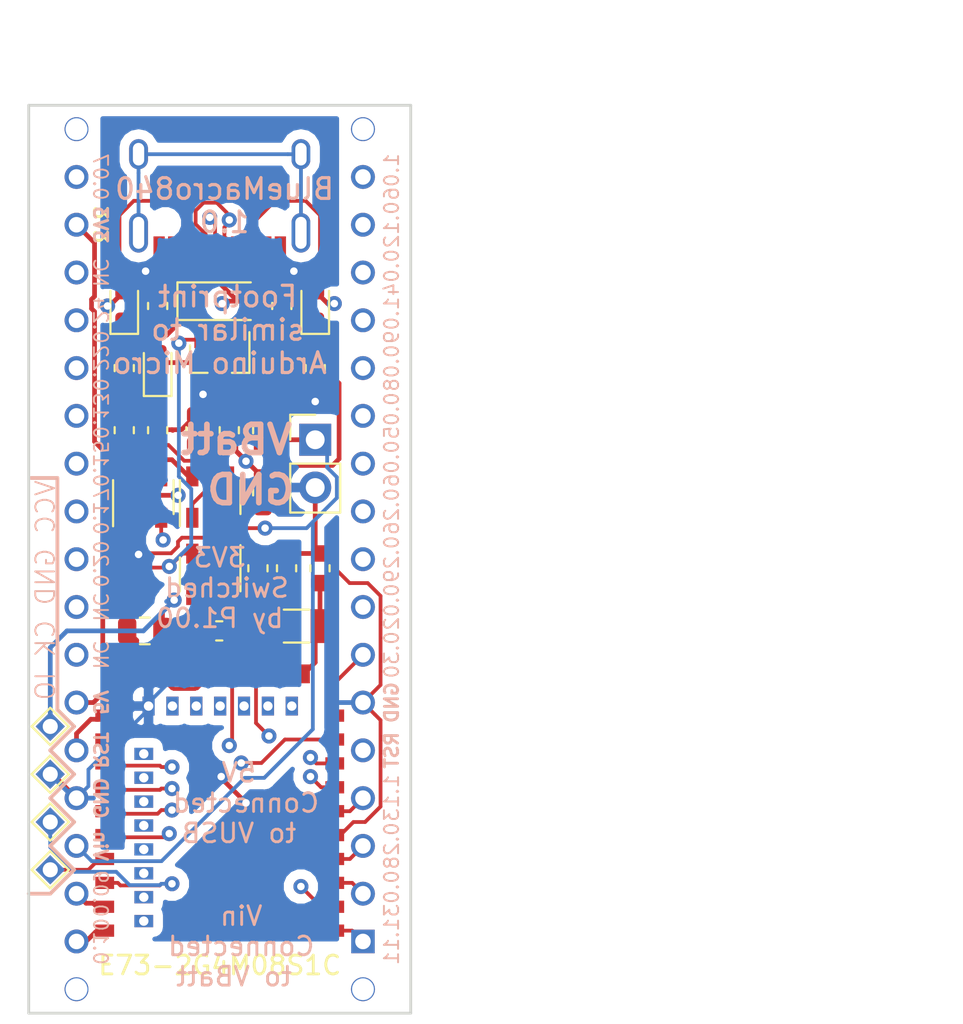
<source format=kicad_pcb>
(kicad_pcb (version 20171130) (host pcbnew "(5.0.0)")

  (general
    (thickness 1.6)
    (drawings 64)
    (tracks 630)
    (zones 0)
    (modules 33)
    (nets 51)
  )

  (page A4)
  (layers
    (0 F.Cu signal)
    (1 In1.Cu signal)
    (2 In2.Cu signal)
    (31 B.Cu signal)
    (33 F.Adhes user)
    (35 F.Paste user)
    (36 B.SilkS user)
    (37 F.SilkS user)
    (38 B.Mask user)
    (39 F.Mask user)
    (40 Dwgs.User user)
    (41 Cmts.User user)
    (42 Eco1.User user)
    (43 Eco2.User user)
    (44 Edge.Cuts user)
    (45 Margin user)
    (46 B.CrtYd user)
    (47 F.CrtYd user)
    (49 F.Fab user)
  )

  (setup
    (last_trace_width 0.25)
    (user_trace_width 0.2)
    (trace_clearance 0.2)
    (zone_clearance 0.508)
    (zone_45_only no)
    (trace_min 0.2)
    (segment_width 0.2)
    (edge_width 0.15)
    (via_size 0.8)
    (via_drill 0.4)
    (via_min_size 0.4)
    (via_min_drill 0.3)
    (uvia_size 0.3)
    (uvia_drill 0.1)
    (uvias_allowed no)
    (uvia_min_size 0.2)
    (uvia_min_drill 0.1)
    (pcb_text_width 0.3)
    (pcb_text_size 1.5 1.5)
    (mod_edge_width 0.15)
    (mod_text_size 1 1)
    (mod_text_width 0.15)
    (pad_size 1.1 1.1)
    (pad_drill 0.8)
    (pad_to_mask_clearance 0.2)
    (aux_axis_origin 0 0)
    (visible_elements 7FFFFFFF)
    (pcbplotparams
      (layerselection 0x010f8_ffffffff)
      (usegerberextensions false)
      (usegerberattributes false)
      (usegerberadvancedattributes false)
      (creategerberjobfile false)
      (excludeedgelayer true)
      (linewidth 0.100000)
      (plotframeref false)
      (viasonmask false)
      (mode 1)
      (useauxorigin false)
      (hpglpennumber 1)
      (hpglpenspeed 20)
      (hpglpendiameter 15.000000)
      (psnegative false)
      (psa4output false)
      (plotreference true)
      (plotvalue true)
      (plotinvisibletext false)
      (padsonsilk false)
      (subtractmaskfromsilk false)
      (outputformat 1)
      (mirror false)
      (drillshape 0)
      (scaleselection 1)
      (outputdirectory "Gerber/"))
  )

  (net 0 "")
  (net 1 GND)
  (net 2 "Net-(C1-Pad1)")
  (net 3 "Net-(C2-Pad1)")
  (net 4 "Net-(C3-Pad1)")
  (net 5 VBatt)
  (net 6 VCC)
  (net 7 VBatt_Monitor)
  (net 8 VBus)
  (net 9 "Net-(D2-Pad1)")
  (net 10 "Net-(D3-Pad1)")
  (net 11 RED_LED)
  (net 12 "Net-(D4-Pad1)")
  (net 13 BLUE_LED)
  (net 14 SWDCLK)
  (net 15 SWDIO)
  (net 16 "Net-(J3-PadS1)")
  (net 17 D+)
  (net 18 D-)
  (net 19 "Net-(J3-PadA5)")
  (net 20 "Net-(J3-PadB5)")
  (net 21 "Net-(L1-Pad1)")
  (net 22 "Net-(R2-Pad2)")
  (net 23 "Net-(R3-Pad1)")
  (net 24 Reset)
  (net 25 SWO)
  (net 26 /P1.11)
  (net 27 /P0.03)
  (net 28 /P0.28)
  (net 29 /P1.13)
  (net 30 /P1.06)
  (net 31 /P0.22)
  (net 32 /P0.24)
  (net 33 /P0.09)
  (net 34 /P0.13)
  (net 35 /P0.10)
  (net 36 /3V3)
  (net 37 /P0.07)
  (net 38 /P0.20)
  (net 39 /P0.17)
  (net 40 /P0.15)
  (net 41 /P0.30)
  (net 42 /P0.02)
  (net 43 /P0.29)
  (net 44 /P0.04)
  (net 45 /P0.08)
  (net 46 /P0.12)
  (net 47 /P0.26)
  (net 48 /P0.06)
  (net 49 /P1.09)
  (net 50 /P0.05)

  (net_class Default "This is the default net class."
    (clearance 0.2)
    (trace_width 0.25)
    (via_dia 0.8)
    (via_drill 0.4)
    (uvia_dia 0.3)
    (uvia_drill 0.1)
    (add_net /3V3)
    (add_net /P0.02)
    (add_net /P0.03)
    (add_net /P0.04)
    (add_net /P0.05)
    (add_net /P0.06)
    (add_net /P0.07)
    (add_net /P0.08)
    (add_net /P0.09)
    (add_net /P0.10)
    (add_net /P0.12)
    (add_net /P0.13)
    (add_net /P0.15)
    (add_net /P0.17)
    (add_net /P0.20)
    (add_net /P0.22)
    (add_net /P0.24)
    (add_net /P0.26)
    (add_net /P0.28)
    (add_net /P0.29)
    (add_net /P0.30)
    (add_net /P1.06)
    (add_net /P1.09)
    (add_net /P1.11)
    (add_net /P1.13)
    (add_net BLUE_LED)
    (add_net D+)
    (add_net D-)
    (add_net GND)
    (add_net "Net-(C1-Pad1)")
    (add_net "Net-(C2-Pad1)")
    (add_net "Net-(C3-Pad1)")
    (add_net "Net-(D2-Pad1)")
    (add_net "Net-(D3-Pad1)")
    (add_net "Net-(D4-Pad1)")
    (add_net "Net-(J3-PadA5)")
    (add_net "Net-(J3-PadB5)")
    (add_net "Net-(J3-PadS1)")
    (add_net "Net-(L1-Pad1)")
    (add_net "Net-(R2-Pad2)")
    (add_net "Net-(R3-Pad1)")
    (add_net RED_LED)
    (add_net Reset)
    (add_net SWDCLK)
    (add_net SWDIO)
    (add_net SWO)
    (add_net VBatt)
    (add_net VBatt_Monitor)
    (add_net VBus)
    (add_net VCC)
  )

  (net_class Signal ""
    (clearance 0.2)
    (trace_width 0.2)
    (via_dia 0.8)
    (via_drill 0.4)
    (uvia_dia 0.3)
    (uvia_drill 0.1)
  )

  (module E73:arduino_micro locked (layer F.Cu) (tedit 5F473B00) (tstamp 5F5FFF76)
    (at 48.26 58.42 180)
    (path /5EA72F92)
    (fp_text reference U4 (at 0 -2.54 180) (layer Eco1.User) hide
      (effects (font (size 1.27 1.524) (thickness 0.2032)))
    )
    (fp_text value Micro (at 0 1.524 90) (layer F.SilkS) hide
      (effects (font (size 1.27 1.524) (thickness 0.2032)))
    )
    (fp_text user 3V3 (at 6.35 25.4 270 unlocked) (layer F.SilkS)
      (effects (font (size 0.7 0.7) (thickness 0.15)))
    )
    (fp_text user 3V3 (at 6.35 25.4 270 unlocked) (layer B.SilkS)
      (effects (font (size 0.7 0.7) (thickness 0.15)) (justify mirror))
    )
    (fp_line (start -6.35 -13.97) (end -8.89 -13.97) (layer Margin) (width 0.381))
    (fp_line (start -6.35 -13.97) (end -6.35 -11.43) (layer Margin) (width 0.381))
    (fp_line (start 8.89 31.75) (end 8.89 -16.51) (layer Margin) (width 0.381))
    (fp_line (start -8.89 31.75) (end 8.89 31.75) (layer Margin) (width 0.381))
    (fp_line (start -8.89 -16.51) (end -8.89 31.75) (layer Margin) (width 0.381))
    (fp_line (start 8.89 -16.51) (end -8.89 -16.51) (layer Margin) (width 0.381))
    (fp_text user RST (at 6.35 -2.54 270 unlocked) (layer B.SilkS)
      (effects (font (size 0.7 0.7) (thickness 0.15)) (justify mirror))
    )
    (fp_text user GND (at -9.144 0 90 unlocked) (layer B.SilkS)
      (effects (font (size 0.7 0.7) (thickness 0.15)) (justify mirror))
    )
    (fp_text user 5V (at 6.35 0 270 unlocked) (layer B.SilkS)
      (effects (font (size 0.7 0.7) (thickness 0.15)) (justify mirror))
    )
    (fp_text user RST (at -9.144 -2.54 90 unlocked) (layer B.SilkS)
      (effects (font (size 0.7 0.7) (thickness 0.15)) (justify mirror))
    )
    (fp_text user RST (at 6.35 -2.54 270) (layer F.SilkS) hide
      (effects (font (size 0.7 0.7) (thickness 0.15)))
    )
    (fp_text user Vin (at 6.35 -7.62 270) (layer F.SilkS) hide
      (effects (font (size 0.7 0.7) (thickness 0.15)))
    )
    (fp_text user GND (at 6.35 -5.08 270) (layer F.SilkS) hide
      (effects (font (size 0.7 0.7) (thickness 0.15)))
    )
    (fp_text user GND (at 6.35 -5.08 270 unlocked) (layer B.SilkS)
      (effects (font (size 0.7 0.7) (thickness 0.15)) (justify mirror))
    )
    (fp_text user Vin (at 6.35 -7.62 270 unlocked) (layer B.SilkS)
      (effects (font (size 0.7 0.7) (thickness 0.15)) (justify mirror))
    )
    (fp_text user RST (at -6.35 -2.54 90 unlocked) (layer F.SilkS) hide
      (effects (font (size 0.7 0.7) (thickness 0.15)))
    )
    (fp_text user 5V (at 6.35 0 270 unlocked) (layer F.SilkS) hide
      (effects (font (size 0.7 0.7) (thickness 0.15)))
    )
    (fp_text user GND (at -6.35 0 90 unlocked) (layer F.SilkS) hide
      (effects (font (size 0.7 0.7) (thickness 0.15)))
    )
    (fp_line (start 8.89 -16.51) (end -8.89 -16.51) (layer Margin) (width 0.381))
    (fp_line (start -8.89 -13.716) (end -8.89 16.764) (layer Margin) (width 0.381))
    (fp_line (start -8.89 31.75) (end 8.89 31.75) (layer Margin) (width 0.381))
    (fp_line (start 8.89 16.764) (end 8.89 -16.51) (layer Margin) (width 0.381))
    (fp_line (start -6.35 -13.716) (end -6.35 -11.43) (layer Margin) (width 0.381))
    (fp_line (start -6.35 -11.43) (end -8.89 -11.43) (layer Margin) (width 0.381))
    (pad "" np_thru_hole circle (at -7.62 30.48 90) (size 1.27 1.27) (drill 1.152) (layers *.Cu *.Mask))
    (pad "" np_thru_hole circle (at 7.62 30.48 90) (size 1.27 1.27) (drill 1.152) (layers *.Cu *.Mask))
    (pad "" np_thru_hole circle (at -7.62 -15.24 90) (size 1.27 1.27) (drill 1.152) (layers *.Cu *.Mask))
    (pad "" np_thru_hole circle (at 7.62 -15.24 90) (size 1.27 1.27) (drill 1.152) (layers *.Cu *.Mask))
    (pad 34 thru_hole circle (at 7.62 -12.7 90) (size 1.27 1.27) (drill 0.825) (layers *.Cu *.Mask)
      (net 35 /P0.10))
    (pad 33 thru_hole circle (at 7.62 -10.16 90) (size 1.27 1.27) (drill 0.825) (layers *.Cu *.Mask)
      (net 33 /P0.09))
    (pad 32 thru_hole circle (at 7.62 -7.62 90) (size 1.27 1.27) (drill 0.825) (layers *.Cu *.Mask)
      (net 5 VBatt))
    (pad 31 thru_hole circle (at 7.62 -5.08 90) (size 1.27 1.27) (drill 0.825) (layers *.Cu *.Mask)
      (net 1 GND))
    (pad 30 thru_hole circle (at 7.62 -2.54 90) (size 1.27 1.27) (drill 0.825) (layers *.Cu *.Mask)
      (net 24 Reset))
    (pad 27 thru_hole circle (at 7.62 5.08 90) (size 1.27 1.27) (drill 0.825) (layers *.Cu *.Mask))
    (pad 26 thru_hole circle (at 7.62 7.62 90) (size 1.27 1.27) (drill 0.825) (layers *.Cu *.Mask)
      (net 38 /P0.20))
    (pad 25 thru_hole circle (at 7.62 10.16 90) (size 1.27 1.27) (drill 0.825) (layers *.Cu *.Mask)
      (net 39 /P0.17))
    (pad 28 thru_hole circle (at 7.62 2.54 90) (size 1.27 1.27) (drill 0.825) (layers *.Cu *.Mask))
    (pad 29 thru_hole circle (at 7.62 0 90) (size 1.27 1.27) (drill 0.825) (layers *.Cu *.Mask)
      (net 8 VBus))
    (pad 1 thru_hole rect (at -7.62 -12.7 90) (size 1.25 1.25) (drill 0.825) (layers *.Cu *.Mask)
      (net 26 /P1.11))
    (pad 2 thru_hole circle (at -7.62 -10.16 90) (size 1.27 1.27) (drill 0.825) (layers *.Cu *.Mask)
      (net 27 /P0.03))
    (pad 3 thru_hole circle (at -7.62 -7.62 90) (size 1.27 1.27) (drill 0.825) (layers *.Cu *.Mask)
      (net 28 /P0.28))
    (pad 4 thru_hole circle (at -7.62 -5.08 90) (size 1.27 1.27) (drill 0.825) (layers *.Cu *.Mask)
      (net 29 /P1.13))
    (pad 5 thru_hole circle (at -7.62 -2.54 90) (size 1.27 1.27) (drill 0.825) (layers *.Cu *.Mask)
      (net 24 Reset))
    (pad 6 thru_hole circle (at -7.62 0 90) (size 1.27 1.27) (drill 0.825) (layers *.Cu *.Mask)
      (net 1 GND))
    (pad 7 thru_hole circle (at -7.62 2.54 90) (size 1.27 1.27) (drill 0.825) (layers *.Cu *.Mask)
      (net 41 /P0.30))
    (pad 8 thru_hole circle (at -7.62 5.08 90) (size 1.27 1.27) (drill 0.825) (layers *.Cu *.Mask)
      (net 42 /P0.02))
    (pad 9 thru_hole circle (at -7.62 7.62 90) (size 1.27 1.27) (drill 0.825) (layers *.Cu *.Mask)
      (net 43 /P0.29))
    (pad 10 thru_hole circle (at -7.62 10.16 90) (size 1.27 1.27) (drill 0.825) (layers *.Cu *.Mask)
      (net 47 /P0.26))
    (pad 11 thru_hole circle (at -7.62 12.7 90) (size 1.27 1.27) (drill 0.825) (layers *.Cu *.Mask)
      (net 48 /P0.06))
    (pad 12 thru_hole circle (at -7.62 15.24 90) (size 1.27 1.27) (drill 0.825) (layers *.Cu *.Mask)
      (net 50 /P0.05))
    (pad 24 thru_hole circle (at 7.62 12.7 90) (size 1.27 1.27) (drill 0.825) (layers *.Cu *.Mask)
      (net 40 /P0.15))
    (pad 23 thru_hole circle (at 7.62 15.24 90) (size 1.27 1.27) (drill 0.825) (layers *.Cu *.Mask)
      (net 34 /P0.13))
    (pad 22 thru_hole circle (at 7.62 17.78 90) (size 1.27 1.27) (drill 0.825) (layers *.Cu *.Mask)
      (net 31 /P0.22))
    (pad 21 thru_hole circle (at 7.62 20.32 270) (size 1.27 1.27) (drill 0.825) (layers *.Cu *.Mask)
      (net 32 /P0.24))
    (pad 20 thru_hole circle (at 7.62 22.86 90) (size 1.27 1.27) (drill 0.825) (layers *.Cu *.Mask))
    (pad 19 thru_hole circle (at 7.62 25.4 90) (size 1.27 1.27) (drill 0.825) (layers *.Cu *.Mask)
      (net 36 /3V3))
    (pad 18 thru_hole circle (at 7.62 27.94 90) (size 1.27 1.27) (drill 0.825) (layers *.Cu *.Mask)
      (net 37 /P0.07))
    (pad 17 thru_hole circle (at -7.62 27.94 90) (size 1.27 1.27) (drill 0.825) (layers *.Cu *.Mask)
      (net 30 /P1.06))
    (pad 16 thru_hole circle (at -7.62 25.4 90) (size 1.27 1.27) (drill 0.825) (layers *.Cu *.Mask)
      (net 46 /P0.12))
    (pad 15 thru_hole circle (at -7.62 22.86 90) (size 1.27 1.27) (drill 0.825) (layers *.Cu *.Mask)
      (net 44 /P0.04))
    (pad 14 thru_hole circle (at -7.62 20.32 90) (size 1.27 1.27) (drill 0.825) (layers *.Cu *.Mask)
      (net 49 /P1.09))
    (pad 13 thru_hole circle (at -7.62 17.78 90) (size 1.27 1.27) (drill 0.825) (layers *.Cu *.Mask)
      (net 45 /P0.08))
  )

  (module Diode_SMD:D_SOD-123 (layer F.Cu) (tedit 5EA7C588) (tstamp 5EC02166)
    (at 48.26 37.084)
    (descr SOD-123)
    (tags SOD-123)
    (path /5EA741F2)
    (attr smd)
    (fp_text reference D1 (at 0 -2) (layer F.SilkS) hide
      (effects (font (size 1 1) (thickness 0.15)))
    )
    (fp_text value B5819W (at 0 2.1) (layer F.Fab)
      (effects (font (size 1 1) (thickness 0.15)))
    )
    (fp_text user %R (at 0 -2) (layer F.Fab)
      (effects (font (size 1 1) (thickness 0.15)))
    )
    (fp_line (start -2.25 -1) (end -2.25 1) (layer F.SilkS) (width 0.12))
    (fp_line (start 0.25 0) (end 0.75 0) (layer F.Fab) (width 0.1))
    (fp_line (start 0.25 0.4) (end -0.35 0) (layer F.Fab) (width 0.1))
    (fp_line (start 0.25 -0.4) (end 0.25 0.4) (layer F.Fab) (width 0.1))
    (fp_line (start -0.35 0) (end 0.25 -0.4) (layer F.Fab) (width 0.1))
    (fp_line (start -0.35 0) (end -0.35 0.55) (layer F.Fab) (width 0.1))
    (fp_line (start -0.35 0) (end -0.35 -0.55) (layer F.Fab) (width 0.1))
    (fp_line (start -0.75 0) (end -0.35 0) (layer F.Fab) (width 0.1))
    (fp_line (start -1.4 0.9) (end -1.4 -0.9) (layer F.Fab) (width 0.1))
    (fp_line (start 1.4 0.9) (end -1.4 0.9) (layer F.Fab) (width 0.1))
    (fp_line (start 1.4 -0.9) (end 1.4 0.9) (layer F.Fab) (width 0.1))
    (fp_line (start -1.4 -0.9) (end 1.4 -0.9) (layer F.Fab) (width 0.1))
    (fp_line (start -2.35 -1.15) (end 2.35 -1.15) (layer F.CrtYd) (width 0.05))
    (fp_line (start 2.35 -1.15) (end 2.35 1.15) (layer F.CrtYd) (width 0.05))
    (fp_line (start 2.35 1.15) (end -2.35 1.15) (layer F.CrtYd) (width 0.05))
    (fp_line (start -2.35 -1.15) (end -2.35 1.15) (layer F.CrtYd) (width 0.05))
    (fp_line (start -2.25 1) (end 1.65 1) (layer F.SilkS) (width 0.12))
    (fp_line (start -2.25 -1) (end 1.65 -1) (layer F.SilkS) (width 0.12))
    (pad 1 smd rect (at -1.65 0) (size 0.9 1.2) (layers F.Cu F.Paste F.Mask)
      (net 4 "Net-(C3-Pad1)"))
    (pad 2 smd rect (at 1.65 0) (size 0.9 1.2) (layers F.Cu F.Paste F.Mask)
      (net 8 VBus))
    (model ${KISYS3DMOD}/Diode_SMD.3dshapes/D_SOD-123.wrl
      (at (xyz 0 0 0))
      (scale (xyz 1 1 1))
      (rotate (xyz 0 0 0))
    )
  )

  (module Connector_PinHeader_2.54mm:PinHeader_1x02_P2.54mm_Vertical (layer F.Cu) (tedit 5EA7C5A2) (tstamp 5EC021B5)
    (at 53.34 44.45)
    (descr "Through hole straight pin header, 1x02, 2.54mm pitch, single row")
    (tags "Through hole pin header THT 1x02 2.54mm single row")
    (path /5EB8B98B)
    (fp_text reference J1 (at 0 -2.33) (layer F.SilkS) hide
      (effects (font (size 1 1) (thickness 0.15)))
    )
    (fp_text value Conn_01x02 (at 0 4.87) (layer F.Fab)
      (effects (font (size 1 1) (thickness 0.15)))
    )
    (fp_line (start -0.635 -1.27) (end 1.27 -1.27) (layer F.Fab) (width 0.1))
    (fp_line (start 1.27 -1.27) (end 1.27 3.81) (layer F.Fab) (width 0.1))
    (fp_line (start 1.27 3.81) (end -1.27 3.81) (layer F.Fab) (width 0.1))
    (fp_line (start -1.27 3.81) (end -1.27 -0.635) (layer F.Fab) (width 0.1))
    (fp_line (start -1.27 -0.635) (end -0.635 -1.27) (layer F.Fab) (width 0.1))
    (fp_line (start -1.33 3.87) (end 1.33 3.87) (layer F.SilkS) (width 0.12))
    (fp_line (start -1.33 1.27) (end -1.33 3.87) (layer F.SilkS) (width 0.12))
    (fp_line (start 1.33 1.27) (end 1.33 3.87) (layer F.SilkS) (width 0.12))
    (fp_line (start -1.33 1.27) (end 1.33 1.27) (layer F.SilkS) (width 0.12))
    (fp_line (start -1.33 0) (end -1.33 -1.33) (layer F.SilkS) (width 0.12))
    (fp_line (start -1.33 -1.33) (end 0 -1.33) (layer F.SilkS) (width 0.12))
    (fp_line (start -1.8 -1.8) (end -1.8 4.35) (layer F.CrtYd) (width 0.05))
    (fp_line (start -1.8 4.35) (end 1.8 4.35) (layer F.CrtYd) (width 0.05))
    (fp_line (start 1.8 4.35) (end 1.8 -1.8) (layer F.CrtYd) (width 0.05))
    (fp_line (start 1.8 -1.8) (end -1.8 -1.8) (layer F.CrtYd) (width 0.05))
    (fp_text user %R (at 0 1.27 90) (layer F.Fab)
      (effects (font (size 1 1) (thickness 0.15)))
    )
    (pad 1 thru_hole rect (at 0 0) (size 1.7 1.7) (drill 1) (layers *.Cu *.Mask)
      (net 5 VBatt))
    (pad 2 thru_hole oval (at 0 2.54) (size 1.7 1.7) (drill 1) (layers *.Cu *.Mask)
      (net 1 GND))
    (model ${KISYS3DMOD}/Connector_PinHeader_2.54mm.3dshapes/PinHeader_1x02_P2.54mm_Vertical.wrl
      (at (xyz 0 0 0))
      (scale (xyz 1 1 1))
      (rotate (xyz 0 0 0))
    )
  )

  (module footprints:HRO-TYPE-C-31-M-12-C165948 (layer F.Cu) (tedit 5EA7C58D) (tstamp 5EC021EF)
    (at 48.26 26.67 180)
    (path /5EA736CB)
    (attr smd)
    (fp_text reference J3 (at 0 -9.25 180) (layer F.SilkS) hide
      (effects (font (size 1 1) (thickness 0.15)))
    )
    (fp_text value USB_C_Receptacle (at 0 1.15 180) (layer Dwgs.User)
      (effects (font (size 1 1) (thickness 0.15)))
    )
    (fp_line (start -4.47 -7.3) (end 4.47 -7.3) (layer Dwgs.User) (width 0.15))
    (fp_line (start 4.47 0) (end 4.47 -7.3) (layer Dwgs.User) (width 0.15))
    (fp_line (start -4.47 0) (end -4.47 -7.3) (layer Dwgs.User) (width 0.15))
    (fp_line (start -4.47 0) (end 4.47 0) (layer Dwgs.User) (width 0.15))
    (fp_text user %R (at 0 -9.25 180) (layer F.Fab)
      (effects (font (size 1 1) (thickness 0.15)))
    )
    (fp_line (start -4.5 -7.5) (end 4.5 -7.5) (layer F.CrtYd) (width 0.15))
    (fp_line (start 4.5 -7.5) (end 4.5 0) (layer F.CrtYd) (width 0.15))
    (fp_line (start 4.5 0) (end -4.5 0) (layer F.CrtYd) (width 0.15))
    (fp_line (start -4.5 0) (end -4.5 -7.5) (layer F.CrtYd) (width 0.15))
    (fp_line (start -3.75 -7.5) (end -3.75 -8.5) (layer F.CrtYd) (width 0.15))
    (fp_line (start -3.75 -8.5) (end 3.75 -8.5) (layer F.CrtYd) (width 0.15))
    (fp_line (start 3.75 -8.5) (end 3.75 -7.5) (layer F.CrtYd) (width 0.15))
    (pad S1 thru_hole oval (at 4.32 -2.6 180) (size 1 1.6) (drill oval 0.6 1.2) (layers *.Cu *.Mask)
      (net 16 "Net-(J3-PadS1)"))
    (pad S1 thru_hole oval (at -4.32 -2.6 180) (size 1 1.6) (drill oval 0.6 1.2) (layers *.Cu *.Mask)
      (net 16 "Net-(J3-PadS1)"))
    (pad S1 thru_hole oval (at 4.32 -6.78 180) (size 1 2.1) (drill oval 0.6 1.7) (layers *.Cu *.Mask)
      (net 16 "Net-(J3-PadS1)"))
    (pad S1 thru_hole oval (at -4.32 -6.78 180) (size 1 2.1) (drill oval 0.6 1.7) (layers *.Cu *.Mask)
      (net 16 "Net-(J3-PadS1)"))
    (pad "" np_thru_hole circle (at -2.89 -6.25 180) (size 0.65 0.65) (drill 0.65) (layers *.Cu *.Mask))
    (pad "" np_thru_hole circle (at 2.89 -6.25 180) (size 0.65 0.65) (drill 0.65) (layers *.Cu *.Mask))
    (pad A6 smd rect (at -0.25 -7.695 180) (size 0.3 1.45) (layers F.Cu F.Paste F.Mask)
      (net 17 D+))
    (pad A7 smd rect (at 0.25 -7.695 180) (size 0.3 1.45) (layers F.Cu F.Paste F.Mask)
      (net 18 D-))
    (pad B6 smd rect (at 0.75 -7.695 180) (size 0.3 1.45) (layers F.Cu F.Paste F.Mask)
      (net 17 D+))
    (pad B7 smd rect (at -0.75 -7.695 180) (size 0.3 1.45) (layers F.Cu F.Paste F.Mask)
      (net 18 D-))
    (pad A8 smd rect (at 1.25 -7.695 180) (size 0.3 1.45) (layers F.Cu F.Paste F.Mask))
    (pad A5 smd rect (at -1.25 -7.695 180) (size 0.3 1.45) (layers F.Cu F.Paste F.Mask)
      (net 19 "Net-(J3-PadA5)"))
    (pad B5 smd rect (at 1.75 -7.695 180) (size 0.3 1.45) (layers F.Cu F.Paste F.Mask)
      (net 20 "Net-(J3-PadB5)"))
    (pad B8 smd rect (at -1.75 -7.695 180) (size 0.3 1.45) (layers F.Cu F.Paste F.Mask))
    (pad A4 smd rect (at -2.45 -7.695 180) (size 0.6 1.45) (layers F.Cu F.Paste F.Mask)
      (net 8 VBus))
    (pad A4 smd rect (at 2.45 -7.695 180) (size 0.6 1.45) (layers F.Cu F.Paste F.Mask)
      (net 8 VBus))
    (pad A1 smd rect (at -3.225 -7.695 180) (size 0.6 1.45) (layers F.Cu F.Paste F.Mask)
      (net 1 GND))
    (pad A1 smd rect (at 3.225 -7.695 180) (size 0.6 1.45) (layers F.Cu F.Paste F.Mask)
      (net 1 GND))
    (model "C:/GIT/NRF52-Board/BlueMicro840/Type-C.pretty/HRO  TYPE-C-31-M-12.step"
      (offset (xyz -4.5 0 0))
      (scale (xyz 1 1 1))
      (rotate (xyz -90 0 0))
    )
  )

  (module Inductor_SMD:L_0805_2012Metric (layer F.Cu) (tedit 5F481847) (tstamp 5EC02200)
    (at 44.2745 54.61)
    (descr "Inductor SMD 0805 (2012 Metric), square (rectangular) end terminal, IPC_7351 nominal, (Body size source: https://docs.google.com/spreadsheets/d/1BsfQQcO9C6DZCsRaXUlFlo91Tg2WpOkGARC1WS5S8t0/edit?usp=sharing), generated with kicad-footprint-generator")
    (tags inductor)
    (path /5EB662A2)
    (attr smd)
    (fp_text reference L1 (at 0 -1.65) (layer F.SilkS) hide
      (effects (font (size 1 1) (thickness 0.15)))
    )
    (fp_text value L (at 0 1.65) (layer F.Fab)
      (effects (font (size 1 1) (thickness 0.15)))
    )
    (fp_line (start -1 0.6) (end -1 -0.6) (layer F.Fab) (width 0.1))
    (fp_line (start -1 -0.6) (end 1 -0.6) (layer F.Fab) (width 0.1))
    (fp_line (start 1 -0.6) (end 1 0.6) (layer F.Fab) (width 0.1))
    (fp_line (start 1 0.6) (end -1 0.6) (layer F.Fab) (width 0.1))
    (fp_line (start -0.258578 -0.71) (end 0.258578 -0.71) (layer F.SilkS) (width 0.12))
    (fp_line (start -0.258578 0.71) (end 0.258578 0.71) (layer F.SilkS) (width 0.12))
    (fp_line (start -1.68 0.95) (end -1.68 -0.95) (layer F.CrtYd) (width 0.05))
    (fp_line (start -1.68 -0.95) (end 1.68 -0.95) (layer F.CrtYd) (width 0.05))
    (fp_line (start 1.68 -0.95) (end 1.68 0.95) (layer F.CrtYd) (width 0.05))
    (fp_line (start 1.68 0.95) (end -1.68 0.95) (layer F.CrtYd) (width 0.05))
    (fp_text user %R (at 0 0) (layer F.Fab)
      (effects (font (size 0.5 0.5) (thickness 0.08)))
    )
    (pad 1 smd roundrect (at -0.9375 0) (size 0.975 1.4) (layers F.Cu F.Paste F.Mask) (roundrect_rratio 0.25)
      (net 21 "Net-(L1-Pad1)"))
    (pad 2 smd roundrect (at 0.9375 0) (size 0.975 1.4) (layers F.Cu F.Paste F.Mask) (roundrect_rratio 0.25)
      (net 6 VCC))
    (model ${KISYS3DMOD}/Inductor_SMD.3dshapes/L_0805_2012Metric.wrl
      (at (xyz 0 0 0))
      (scale (xyz 1 1 1))
      (rotate (xyz 0 0 0))
    )
  )

  (module Package_TO_SOT_SMD:SOT-23 (layer F.Cu) (tedit 5EA7C597) (tstamp 5EC02215)
    (at 48.26 40.132 270)
    (descr "SOT-23, Standard")
    (tags SOT-23)
    (path /5EA73458)
    (attr smd)
    (fp_text reference Q1 (at 0 -2.5 270) (layer F.SilkS) hide
      (effects (font (size 1 1) (thickness 0.15)))
    )
    (fp_text value SI2301CDS-T1-GE3 (at 0 2.5 270) (layer F.Fab)
      (effects (font (size 1 1) (thickness 0.15)))
    )
    (fp_text user %R (at 0 0) (layer F.Fab)
      (effects (font (size 0.5 0.5) (thickness 0.075)))
    )
    (fp_line (start -0.7 -0.95) (end -0.7 1.5) (layer F.Fab) (width 0.1))
    (fp_line (start -0.15 -1.52) (end 0.7 -1.52) (layer F.Fab) (width 0.1))
    (fp_line (start -0.7 -0.95) (end -0.15 -1.52) (layer F.Fab) (width 0.1))
    (fp_line (start 0.7 -1.52) (end 0.7 1.52) (layer F.Fab) (width 0.1))
    (fp_line (start -0.7 1.52) (end 0.7 1.52) (layer F.Fab) (width 0.1))
    (fp_line (start 0.76 1.58) (end 0.76 0.65) (layer F.SilkS) (width 0.12))
    (fp_line (start 0.76 -1.58) (end 0.76 -0.65) (layer F.SilkS) (width 0.12))
    (fp_line (start -1.7 -1.75) (end 1.7 -1.75) (layer F.CrtYd) (width 0.05))
    (fp_line (start 1.7 -1.75) (end 1.7 1.75) (layer F.CrtYd) (width 0.05))
    (fp_line (start 1.7 1.75) (end -1.7 1.75) (layer F.CrtYd) (width 0.05))
    (fp_line (start -1.7 1.75) (end -1.7 -1.75) (layer F.CrtYd) (width 0.05))
    (fp_line (start 0.76 -1.58) (end -1.4 -1.58) (layer F.SilkS) (width 0.12))
    (fp_line (start 0.76 1.58) (end -0.7 1.58) (layer F.SilkS) (width 0.12))
    (pad 1 smd rect (at -1 -0.95 270) (size 0.9 0.8) (layers F.Cu F.Paste F.Mask)
      (net 8 VBus))
    (pad 2 smd rect (at -1 0.95 270) (size 0.9 0.8) (layers F.Cu F.Paste F.Mask)
      (net 4 "Net-(C3-Pad1)"))
    (pad 3 smd rect (at 1 0 270) (size 0.9 0.8) (layers F.Cu F.Paste F.Mask)
      (net 5 VBatt))
    (model ${KISYS3DMOD}/Package_TO_SOT_SMD.3dshapes/SOT-23.wrl
      (at (xyz 0 0 0))
      (scale (xyz 1 1 1))
      (rotate (xyz 0 0 0))
    )
  )

  (module Package_TO_SOT_SMD:SOT-23-5 (layer F.Cu) (tedit 5EA7C5C1) (tstamp 5EC022DA)
    (at 47.752 47.498 90)
    (descr "5-pin SOT23 package")
    (tags SOT-23-5)
    (path /5EA73214)
    (attr smd)
    (fp_text reference U1 (at 0 -2.9 90) (layer F.SilkS) hide
      (effects (font (size 1 1) (thickness 0.15)))
    )
    (fp_text value TP4054ST (at 0 2.9 90) (layer F.Fab)
      (effects (font (size 1 1) (thickness 0.15)))
    )
    (fp_line (start 0.9 -1.55) (end 0.9 1.55) (layer F.Fab) (width 0.1))
    (fp_line (start 0.9 1.55) (end -0.9 1.55) (layer F.Fab) (width 0.1))
    (fp_line (start -0.9 -0.9) (end -0.9 1.55) (layer F.Fab) (width 0.1))
    (fp_line (start 0.9 -1.55) (end -0.25 -1.55) (layer F.Fab) (width 0.1))
    (fp_line (start -0.9 -0.9) (end -0.25 -1.55) (layer F.Fab) (width 0.1))
    (fp_line (start -1.9 1.8) (end -1.9 -1.8) (layer F.CrtYd) (width 0.05))
    (fp_line (start 1.9 1.8) (end -1.9 1.8) (layer F.CrtYd) (width 0.05))
    (fp_line (start 1.9 -1.8) (end 1.9 1.8) (layer F.CrtYd) (width 0.05))
    (fp_line (start -1.9 -1.8) (end 1.9 -1.8) (layer F.CrtYd) (width 0.05))
    (fp_line (start 0.9 -1.61) (end -1.55 -1.61) (layer F.SilkS) (width 0.12))
    (fp_line (start -0.9 1.61) (end 0.9 1.61) (layer F.SilkS) (width 0.12))
    (fp_text user %R (at 0 -0.254 180) (layer F.Fab)
      (effects (font (size 0.5 0.5) (thickness 0.075)))
    )
    (pad 5 smd rect (at 1.1 -0.95 90) (size 1.06 0.65) (layers F.Cu F.Paste F.Mask)
      (net 22 "Net-(R2-Pad2)"))
    (pad 4 smd rect (at 1.1 0.95 90) (size 1.06 0.65) (layers F.Cu F.Paste F.Mask)
      (net 8 VBus))
    (pad 3 smd rect (at -1.1 0.95 90) (size 1.06 0.65) (layers F.Cu F.Paste F.Mask)
      (net 5 VBatt))
    (pad 2 smd rect (at -1.1 0 90) (size 1.06 0.65) (layers F.Cu F.Paste F.Mask)
      (net 1 GND))
    (pad 1 smd rect (at -1.1 -0.95 90) (size 1.06 0.65) (layers F.Cu F.Paste F.Mask)
      (net 23 "Net-(R3-Pad1)"))
    (model ${KISYS3DMOD}/Package_TO_SOT_SMD.3dshapes/SOT-23-5.wrl
      (at (xyz 0 0 0))
      (scale (xyz 1 1 1))
      (rotate (xyz 0 0 0))
    )
  )

  (module Package_TO_SOT_SMD:SOT-23-5 (layer F.Cu) (tedit 5EA7C555) (tstamp 5EC0232F)
    (at 47.752 51.605 270)
    (descr "5-pin SOT23 package")
    (tags SOT-23-5)
    (path /5EA73175)
    (attr smd)
    (fp_text reference U3 (at 0 -2.9 270) (layer F.SilkS) hide
      (effects (font (size 1 1) (thickness 0.15)))
    )
    (fp_text value AP2112K-3.3TRG1 (at 0 2.9 270) (layer F.Fab)
      (effects (font (size 1 1) (thickness 0.15)))
    )
    (fp_text user %R (at 0 0) (layer F.Fab)
      (effects (font (size 0.5 0.5) (thickness 0.075)))
    )
    (fp_line (start -0.9 1.61) (end 0.9 1.61) (layer F.SilkS) (width 0.12))
    (fp_line (start 0.9 -1.61) (end -1.55 -1.61) (layer F.SilkS) (width 0.12))
    (fp_line (start -1.9 -1.8) (end 1.9 -1.8) (layer F.CrtYd) (width 0.05))
    (fp_line (start 1.9 -1.8) (end 1.9 1.8) (layer F.CrtYd) (width 0.05))
    (fp_line (start 1.9 1.8) (end -1.9 1.8) (layer F.CrtYd) (width 0.05))
    (fp_line (start -1.9 1.8) (end -1.9 -1.8) (layer F.CrtYd) (width 0.05))
    (fp_line (start -0.9 -0.9) (end -0.25 -1.55) (layer F.Fab) (width 0.1))
    (fp_line (start 0.9 -1.55) (end -0.25 -1.55) (layer F.Fab) (width 0.1))
    (fp_line (start -0.9 -0.9) (end -0.9 1.55) (layer F.Fab) (width 0.1))
    (fp_line (start 0.9 1.55) (end -0.9 1.55) (layer F.Fab) (width 0.1))
    (fp_line (start 0.9 -1.55) (end 0.9 1.55) (layer F.Fab) (width 0.1))
    (pad 1 smd rect (at -1.1 -0.95 270) (size 1.06 0.65) (layers F.Cu F.Paste F.Mask)
      (net 4 "Net-(C3-Pad1)"))
    (pad 2 smd rect (at -1.1 0 270) (size 1.06 0.65) (layers F.Cu F.Paste F.Mask)
      (net 1 GND))
    (pad 3 smd rect (at -1.1 0.95 270) (size 1.06 0.65) (layers F.Cu F.Paste F.Mask)
      (net 4 "Net-(C3-Pad1)"))
    (pad 4 smd rect (at 1.1 0.95 270) (size 1.06 0.65) (layers F.Cu F.Paste F.Mask))
    (pad 5 smd rect (at 1.1 -0.95 270) (size 1.06 0.65) (layers F.Cu F.Paste F.Mask)
      (net 6 VCC))
    (model ${KISYS3DMOD}/Package_TO_SOT_SMD.3dshapes/SOT-23-5.wrl
      (at (xyz 0 0 0))
      (scale (xyz 1 1 1))
      (rotate (xyz 0 0 0))
    )
  )

  (module Crystal:Crystal_SMD_3215-2Pin_3.2x1.5mm (layer F.Cu) (tedit 5EA7C5A8) (tstamp 5EC02374)
    (at 52.344 54.356)
    (descr "SMD Crystal FC-135 https://support.epson.biz/td/api/doc_check.php?dl=brief_FC-135R_en.pdf")
    (tags "SMD SMT Crystal")
    (path /5EAE1E90)
    (attr smd)
    (fp_text reference Y1 (at 0 -2) (layer F.SilkS) hide
      (effects (font (size 1 1) (thickness 0.15)))
    )
    (fp_text value 32.768kHz (at 0 2) (layer F.Fab)
      (effects (font (size 1 1) (thickness 0.15)))
    )
    (fp_text user %R (at 0 -2) (layer F.Fab)
      (effects (font (size 1 1) (thickness 0.15)))
    )
    (fp_line (start -2 -1.15) (end 2 -1.15) (layer F.CrtYd) (width 0.05))
    (fp_line (start -1.6 -0.75) (end -1.6 0.75) (layer F.Fab) (width 0.1))
    (fp_line (start -0.675 0.875) (end 0.675 0.875) (layer F.SilkS) (width 0.12))
    (fp_line (start -0.675 -0.875) (end 0.675 -0.875) (layer F.SilkS) (width 0.12))
    (fp_line (start 1.6 -0.75) (end 1.6 0.75) (layer F.Fab) (width 0.1))
    (fp_line (start -1.6 -0.75) (end 1.6 -0.75) (layer F.Fab) (width 0.1))
    (fp_line (start -1.6 0.75) (end 1.6 0.75) (layer F.Fab) (width 0.1))
    (fp_line (start -2 1.15) (end 2 1.15) (layer F.CrtYd) (width 0.05))
    (fp_line (start -2 -1.15) (end -2 1.15) (layer F.CrtYd) (width 0.05))
    (fp_line (start 2 -1.15) (end 2 1.15) (layer F.CrtYd) (width 0.05))
    (pad 1 smd rect (at 1.25 0) (size 1 1.8) (layers F.Cu F.Paste F.Mask)
      (net 2 "Net-(C1-Pad1)"))
    (pad 2 smd rect (at -1.25 0) (size 1 1.8) (layers F.Cu F.Paste F.Mask)
      (net 3 "Net-(C2-Pad1)"))
    (model ${KISYS3DMOD}/Crystal.3dshapes/Crystal_SMD_3215-2Pin_3.2x1.5mm.wrl
      (at (xyz 0 0 0))
      (scale (xyz 1 1 1))
      (rotate (xyz 0 0 0))
    )
    (model C:/GIT/3dlibraries/Crystal.3dshapes/Crystal_SMD_MicroCrystal_CC7V-T1A-2Pin_3.2x1.5mm.step
      (at (xyz 0 0 0))
      (scale (xyz 1 1 1))
      (rotate (xyz 0 0 0))
    )
  )

  (module E73:E73-2G4M08S1C-52840 locked (layer F.Cu) (tedit 5EA7C539) (tstamp 5ED93F69)
    (at 48.26 56.515 270)
    (path /5EA730B3)
    (fp_text reference U2 (at 7.746775 -0.000467 180) (layer F.SilkS) hide
      (effects (font (size 1 1) (thickness 0.15)))
    )
    (fp_text value E73-2G4M08S1C (at 9.778775 -0.635467 180) (layer F.Fab)
      (effects (font (size 1 1) (thickness 0.15)))
    )
    (fp_text user E73-2G4M08S1C (at 15.875 0) (layer F.SilkS)
      (effects (font (size 1 1) (thickness 0.15)))
    )
    (fp_line (start 18.034 -6.604) (end -0.127 -6.604) (layer F.Fab) (width 0.15))
    (fp_line (start 18.034 6.604) (end 18.034 -6.604) (layer F.Fab) (width 0.15))
    (fp_line (start -0.127 6.604) (end 18.034 6.604) (layer F.Fab) (width 0.15))
    (fp_line (start -0.127 -6.604) (end -0.127 6.604) (layer F.Fab) (width 0.15))
    (pad 18 thru_hole rect (at 2.092 -0.023) (size 0.65 1) (drill 0.5) (layers *.Cu *.Mask)
      (net 44 /P0.04))
    (pad 24 thru_hole rect (at 2.092 3.787) (size 0.65 1) (drill 0.5) (layers *.Cu *.Mask)
      (net 1 GND))
    (pad 22 thru_hole rect (at 2.092 2.517) (size 0.65 1) (drill 0.5) (layers *.Cu *.Mask)
      (net 37 /P0.07))
    (pad 16 thru_hole rect (at 2.092 -1.293) (size 0.65 1) (drill 0.5) (layers *.Cu *.Mask)
      (net 45 /P0.08))
    (pad 20 thru_hole rect (at 2.092 1.247) (size 0.65 1) (drill 0.5) (layers *.Cu *.Mask)
      (net 46 /P0.12))
    (pad 12 thru_hole rect (at 2.092 -3.833) (size 0.65 1) (drill 0.5) (layers *.Cu *.Mask)
      (net 47 /P0.26))
    (pad 14 thru_hole rect (at 2.092 -2.563) (size 0.65 1) (drill 0.5) (layers *.Cu *.Mask)
      (net 48 /P0.06))
    (pad 42 thru_hole rect (at 13.522 4.041 270) (size 0.65 1) (drill 0.5) (layers *.Cu *.Mask)
      (net 30 /P1.06))
    (pad 40 thru_hole rect (at 12.252 4.041 270) (size 0.65 1) (drill 0.5) (layers *.Cu *.Mask)
      (net 11 RED_LED))
    (pad 38 thru_hole rect (at 10.982 4.041 270) (size 0.65 1) (drill 0.5) (layers *.Cu *.Mask))
    (pad 36 thru_hole rect (at 9.712 4.041 270) (size 0.65 1) (drill 0.5) (layers *.Cu *.Mask)
      (net 25 SWO))
    (pad 34 thru_hole rect (at 8.442 4.041 270) (size 0.65 1) (drill 0.5) (layers *.Cu *.Mask)
      (net 31 /P0.22))
    (pad 32 thru_hole rect (at 7.172 4.041 270) (size 0.65 1) (drill 0.5) (layers *.Cu *.Mask)
      (net 38 /P0.20))
    (pad 30 thru_hole rect (at 5.902 4.041 270) (size 0.65 1) (drill 0.5) (layers *.Cu *.Mask)
      (net 39 /P0.17))
    (pad 19 smd rect (at 0.381 0.61) (size 0.65 1) (layers F.Cu F.Paste F.Mask)
      (net 6 VCC))
    (pad 25 smd rect (at 0.381 4.42) (size 0.65 1) (layers F.Cu F.Paste F.Mask)
      (net 21 "Net-(L1-Pad1)"))
    (pad 17 smd rect (at 0.381 -0.66) (size 0.65 1) (layers F.Cu F.Paste F.Mask)
      (net 49 /P1.09))
    (pad 15 smd rect (at 0.381 -1.93) (size 0.65 1) (layers F.Cu F.Paste F.Mask)
      (net 50 /P0.05))
    (pad 13 smd rect (at 0.381 -3.2) (size 0.65 1) (layers F.Cu F.Paste F.Mask)
      (net 3 "Net-(C2-Pad1)"))
    (pad 21 smd rect (at 0.381 1.88) (size 0.65 1) (layers F.Cu F.Paste F.Mask)
      (net 1 GND))
    (pad 11 smd rect (at 0.381 -4.47) (size 0.65 1) (layers F.Cu F.Paste F.Mask)
      (net 2 "Net-(C1-Pad1)"))
    (pad 23 smd rect (at 0.381 3.15) (size 0.65 1) (layers F.Cu F.Paste F.Mask)
      (net 6 VCC))
    (pad 26 smd rect (at 2.6 6.119 270) (size 0.65 1) (layers F.Cu F.Paste F.Mask)
      (net 24 Reset))
    (pad 27 smd rect (at 3.87 6.119 270) (size 0.65 1) (layers F.Cu F.Paste F.Mask)
      (net 8 VBus))
    (pad 35 smd rect (at 8.95 6.119 270) (size 0.65 1) (layers F.Cu F.Paste F.Mask)
      (net 32 /P0.24))
    (pad 29 smd rect (at 5.14 6.119 270) (size 0.65 1) (layers F.Cu F.Paste F.Mask)
      (net 18 D-))
    (pad 37 smd rect (at 10.22 6.119 270) (size 0.65 1) (layers F.Cu F.Paste F.Mask)
      (net 15 SWDIO))
    (pad 39 smd rect (at 11.49 6.119 270) (size 0.65 1) (layers F.Cu F.Paste F.Mask)
      (net 14 SWDCLK))
    (pad 41 smd rect (at 12.76 6.119 270) (size 0.65 1) (layers F.Cu F.Paste F.Mask)
      (net 33 /P0.09))
    (pad 33 smd rect (at 7.68 6.119 270) (size 0.65 1) (layers F.Cu F.Paste F.Mask)
      (net 34 /P0.13))
    (pad 43 smd rect (at 14.03 6.119 270) (size 0.65 1) (layers F.Cu F.Paste F.Mask)
      (net 35 /P0.10))
    (pad 31 smd rect (at 6.41 6.119 270) (size 0.65 1) (layers F.Cu F.Paste F.Mask)
      (net 17 D+))
    (pad 1 smd rect (at 14.03 -6.119 270) (size 0.65 1) (layers F.Cu F.Paste F.Mask)
      (net 26 /P1.11))
    (pad 2 smd rect (at 12.76 -6.119 270) (size 0.65 1) (layers F.Cu F.Paste F.Mask)
      (net 13 BLUE_LED))
    (pad 3 smd rect (at 11.49 -6.119 270) (size 0.65 1) (layers F.Cu F.Paste F.Mask)
      (net 27 /P0.03))
    (pad 4 smd rect (at 10.22 -6.119 270) (size 0.65 1) (layers F.Cu F.Paste F.Mask)
      (net 28 /P0.28))
    (pad 5 smd rect (at 8.95 -6.119 270) (size 0.65 1) (layers F.Cu F.Paste F.Mask)
      (net 1 GND))
    (pad 6 smd rect (at 7.68 -6.119 270) (size 0.65 1) (layers F.Cu F.Paste F.Mask)
      (net 29 /P1.13))
    (pad 7 smd rect (at 6.41 -6.119 270) (size 0.65 1) (layers F.Cu F.Paste F.Mask)
      (net 42 /P0.02))
    (pad 8 smd rect (at 5.14 -6.119 270) (size 0.65 1) (layers F.Cu F.Paste F.Mask)
      (net 43 /P0.29))
    (pad 9 smd rect (at 3.87 -6.119 270) (size 0.65 1) (layers F.Cu F.Paste F.Mask)
      (net 7 VBatt_Monitor))
    (pad 10 smd rect (at 2.6 -6.119 270) (size 0.65 1) (layers F.Cu F.Paste F.Mask)
      (net 41 /P0.30))
    (pad 28 thru_hole rect (at 4.632 4.041 270) (size 0.65 1) (drill 0.5) (layers *.Cu *.Mask)
      (net 40 /P0.15))
    (model :project:E73-2G4M08S1C.step
      (offset (xyz 9 0 0))
      (scale (xyz 1 1 1))
      (rotate (xyz 0 0 90))
    )
    (model :project:E73-2G4M08S1C.wrl
      (offset (xyz 9 0 0))
      (scale (xyz 1 1 1))
      (rotate (xyz 0 0 90))
    )
  )

  (module footprints:TestPoint_THTPad_1.1x1.1mm_Drill0.8mm (layer F.Cu) (tedit 5DBF436D) (tstamp 5EDA1414)
    (at 39.243 59.69 45)
    (descr "THT rectangular pad as test Point, square 1.0mm side length, hole diameter 0.5mm")
    (tags "test point THT pad rectangle square")
    (path /5EC25247)
    (attr virtual)
    (fp_text reference TP1 (at 0 -1.448 45) (layer Dwgs.User)
      (effects (font (size 1 1) (thickness 0.15)))
    )
    (fp_text value VCC (at 0 1.55 45) (layer F.Fab)
      (effects (font (size 1 1) (thickness 0.15)))
    )
    (fp_text user %R (at 0 -1.45 45) (layer F.Fab)
      (effects (font (size 1 1) (thickness 0.15)))
    )
    (fp_line (start -0.7 -0.7) (end 0.7 -0.7) (layer F.SilkS) (width 0.12))
    (fp_line (start 0.7 -0.7) (end 0.7 0.7) (layer F.SilkS) (width 0.12))
    (fp_line (start 0.7 0.7) (end -0.7 0.7) (layer F.SilkS) (width 0.12))
    (fp_line (start -0.7 0.7) (end -0.7 -0.7) (layer F.SilkS) (width 0.12))
    (fp_line (start -1 -1) (end 1 -1) (layer F.CrtYd) (width 0.05))
    (fp_line (start -1 -1) (end -1 1) (layer F.CrtYd) (width 0.05))
    (fp_line (start 1 1) (end 1 -1) (layer F.CrtYd) (width 0.05))
    (fp_line (start 1 1) (end -1 1) (layer F.CrtYd) (width 0.05))
    (pad 1 thru_hole rect (at 0 0 45) (size 1.1 1.1) (drill 0.8) (layers *.Cu *.Mask)
      (net 6 VCC))
  )

  (module footprints:TestPoint_THTPad_1.1x1.1mm_Drill0.8mm (layer F.Cu) (tedit 5DBF436D) (tstamp 5EDA1422)
    (at 39.243 62.23 45)
    (descr "THT rectangular pad as test Point, square 1.0mm side length, hole diameter 0.5mm")
    (tags "test point THT pad rectangle square")
    (path /5EC2C8E8)
    (attr virtual)
    (fp_text reference TP2 (at 0 -1.448 45) (layer Dwgs.User)
      (effects (font (size 1 1) (thickness 0.15)))
    )
    (fp_text value GND (at 0 1.55 45) (layer F.Fab)
      (effects (font (size 1 1) (thickness 0.15)))
    )
    (fp_line (start 1 1) (end -1 1) (layer F.CrtYd) (width 0.05))
    (fp_line (start 1 1) (end 1 -1) (layer F.CrtYd) (width 0.05))
    (fp_line (start -1 -1) (end -1 1) (layer F.CrtYd) (width 0.05))
    (fp_line (start -1 -1) (end 1 -1) (layer F.CrtYd) (width 0.05))
    (fp_line (start -0.7 0.7) (end -0.7 -0.7) (layer F.SilkS) (width 0.12))
    (fp_line (start 0.7 0.7) (end -0.7 0.7) (layer F.SilkS) (width 0.12))
    (fp_line (start 0.7 -0.7) (end 0.7 0.7) (layer F.SilkS) (width 0.12))
    (fp_line (start -0.7 -0.7) (end 0.7 -0.7) (layer F.SilkS) (width 0.12))
    (fp_text user %R (at 0 -1.45 45) (layer F.Fab)
      (effects (font (size 1 1) (thickness 0.15)))
    )
    (pad 1 thru_hole rect (at 0 0 45) (size 1.1 1.1) (drill 0.8) (layers *.Cu *.Mask)
      (net 1 GND))
  )

  (module footprints:TestPoint_THTPad_1.1x1.1mm_Drill0.8mm (layer F.Cu) (tedit 5EA773DF) (tstamp 5EDA1430)
    (at 39.243 64.77 45)
    (descr "THT rectangular pad as test Point, square 1.0mm side length, hole diameter 0.5mm")
    (tags "test point THT pad rectangle square")
    (path /5EC2C96A)
    (attr virtual)
    (fp_text reference TP3 (at 0 -1.448 45) (layer Dwgs.User)
      (effects (font (size 1 1) (thickness 0.15)))
    )
    (fp_text value SWDCK (at 0 1.55 45) (layer F.Fab)
      (effects (font (size 1 1) (thickness 0.15)))
    )
    (fp_text user %R (at 0 -1.45 45) (layer F.Fab)
      (effects (font (size 1 1) (thickness 0.15)))
    )
    (fp_line (start -0.7 -0.7) (end 0.7 -0.7) (layer F.SilkS) (width 0.12))
    (fp_line (start 0.7 -0.7) (end 0.7 0.7) (layer F.SilkS) (width 0.12))
    (fp_line (start 0.7 0.7) (end -0.7 0.7) (layer F.SilkS) (width 0.12))
    (fp_line (start -0.7 0.7) (end -0.7 -0.7) (layer F.SilkS) (width 0.12))
    (fp_line (start -1 -1) (end 1 -1) (layer F.CrtYd) (width 0.05))
    (fp_line (start -1 -1) (end -1 1) (layer F.CrtYd) (width 0.05))
    (fp_line (start 1 1) (end 1 -1) (layer F.CrtYd) (width 0.05))
    (fp_line (start 1 1) (end -1 1) (layer F.CrtYd) (width 0.05))
    (pad 1 thru_hole rect (at 0 0 45) (size 1.1 1.1) (drill 0.8) (layers *.Cu *.Mask)
      (net 14 SWDCLK))
  )

  (module footprints:TestPoint_THTPad_1.1x1.1mm_Drill0.8mm (layer F.Cu) (tedit 5DBF436D) (tstamp 5EDA143E)
    (at 39.243 67.31 45)
    (descr "THT rectangular pad as test Point, square 1.0mm side length, hole diameter 0.5mm")
    (tags "test point THT pad rectangle square")
    (path /5EC2C9E9)
    (attr virtual)
    (fp_text reference TP4 (at 0 -1.448 45) (layer Dwgs.User)
      (effects (font (size 1 1) (thickness 0.15)))
    )
    (fp_text value SDWIO (at 0 1.55 45) (layer F.Fab)
      (effects (font (size 1 1) (thickness 0.15)))
    )
    (fp_line (start 1 1) (end -1 1) (layer F.CrtYd) (width 0.05))
    (fp_line (start 1 1) (end 1 -1) (layer F.CrtYd) (width 0.05))
    (fp_line (start -1 -1) (end -1 1) (layer F.CrtYd) (width 0.05))
    (fp_line (start -1 -1) (end 1 -1) (layer F.CrtYd) (width 0.05))
    (fp_line (start -0.7 0.7) (end -0.7 -0.7) (layer F.SilkS) (width 0.12))
    (fp_line (start 0.7 0.7) (end -0.7 0.7) (layer F.SilkS) (width 0.12))
    (fp_line (start 0.7 -0.7) (end 0.7 0.7) (layer F.SilkS) (width 0.12))
    (fp_line (start -0.7 -0.7) (end 0.7 -0.7) (layer F.SilkS) (width 0.12))
    (fp_text user %R (at 0 -1.45 45) (layer F.Fab)
      (effects (font (size 1 1) (thickness 0.15)))
    )
    (pad 1 thru_hole rect (at 0 0 45) (size 1.1 1.1) (drill 0.8) (layers *.Cu *.Mask)
      (net 15 SWDIO))
  )

  (module Package_TO_SOT_SMD:SOT-23-5 (layer F.Cu) (tedit 5EA7C566) (tstamp 5EDA3D78)
    (at 44.196 47.498 90)
    (descr "5-pin SOT23 package")
    (tags SOT-23-5)
    (path /5EC35D6B)
    (attr smd)
    (fp_text reference U5 (at 0 -2.9 90) (layer F.SilkS) hide
      (effects (font (size 1 1) (thickness 0.15)))
    )
    (fp_text value AP2112K-3.3TRG1 (at 0 2.9 90) (layer F.Fab)
      (effects (font (size 1 1) (thickness 0.15)))
    )
    (fp_text user %R (at 0 -0.127 180) (layer F.Fab)
      (effects (font (size 0.5 0.5) (thickness 0.075)))
    )
    (fp_line (start -0.9 1.61) (end 0.9 1.61) (layer F.SilkS) (width 0.12))
    (fp_line (start 0.9 -1.61) (end -1.55 -1.61) (layer F.SilkS) (width 0.12))
    (fp_line (start -1.9 -1.8) (end 1.9 -1.8) (layer F.CrtYd) (width 0.05))
    (fp_line (start 1.9 -1.8) (end 1.9 1.8) (layer F.CrtYd) (width 0.05))
    (fp_line (start 1.9 1.8) (end -1.9 1.8) (layer F.CrtYd) (width 0.05))
    (fp_line (start -1.9 1.8) (end -1.9 -1.8) (layer F.CrtYd) (width 0.05))
    (fp_line (start -0.9 -0.9) (end -0.25 -1.55) (layer F.Fab) (width 0.1))
    (fp_line (start 0.9 -1.55) (end -0.25 -1.55) (layer F.Fab) (width 0.1))
    (fp_line (start -0.9 -0.9) (end -0.9 1.55) (layer F.Fab) (width 0.1))
    (fp_line (start 0.9 1.55) (end -0.9 1.55) (layer F.Fab) (width 0.1))
    (fp_line (start 0.9 -1.55) (end 0.9 1.55) (layer F.Fab) (width 0.1))
    (pad 1 smd rect (at -1.1 -0.95 90) (size 1.06 0.65) (layers F.Cu F.Paste F.Mask)
      (net 4 "Net-(C3-Pad1)"))
    (pad 2 smd rect (at -1.1 0 90) (size 1.06 0.65) (layers F.Cu F.Paste F.Mask)
      (net 1 GND))
    (pad 3 smd rect (at -1.1 0.95 90) (size 1.06 0.65) (layers F.Cu F.Paste F.Mask)
      (net 25 SWO))
    (pad 4 smd rect (at 1.1 0.95 90) (size 1.06 0.65) (layers F.Cu F.Paste F.Mask))
    (pad 5 smd rect (at 1.1 -0.95 90) (size 1.06 0.65) (layers F.Cu F.Paste F.Mask)
      (net 36 /3V3))
    (model ${KISYS3DMOD}/Package_TO_SOT_SMD.3dshapes/SOT-23-5.wrl
      (at (xyz 0 0 0))
      (scale (xyz 1 1 1))
      (rotate (xyz 0 0 0))
    )
  )

  (module Capacitor_SMD:C_0603_1608Metric (layer F.Cu) (tedit 5F481861) (tstamp 5F5F09F8)
    (at 53.594 51.2825 90)
    (descr "Capacitor SMD 0603 (1608 Metric), square (rectangular) end terminal, IPC_7351 nominal, (Body size source: http://www.tortai-tech.com/upload/download/2011102023233369053.pdf), generated with kicad-footprint-generator")
    (tags capacitor)
    (path /5EAE1CA6)
    (attr smd)
    (fp_text reference C1 (at 0 -1.43 90) (layer F.SilkS) hide
      (effects (font (size 1 1) (thickness 0.15)))
    )
    (fp_text value 22pF (at 0 1.43 90) (layer F.Fab)
      (effects (font (size 1 1) (thickness 0.15)))
    )
    (fp_text user %R (at 0 0 90) (layer F.Fab)
      (effects (font (size 0.4 0.4) (thickness 0.06)))
    )
    (fp_line (start 1.48 0.73) (end -1.48 0.73) (layer F.CrtYd) (width 0.05))
    (fp_line (start 1.48 -0.73) (end 1.48 0.73) (layer F.CrtYd) (width 0.05))
    (fp_line (start -1.48 -0.73) (end 1.48 -0.73) (layer F.CrtYd) (width 0.05))
    (fp_line (start -1.48 0.73) (end -1.48 -0.73) (layer F.CrtYd) (width 0.05))
    (fp_line (start -0.162779 0.51) (end 0.162779 0.51) (layer F.SilkS) (width 0.12))
    (fp_line (start -0.162779 -0.51) (end 0.162779 -0.51) (layer F.SilkS) (width 0.12))
    (fp_line (start 0.8 0.4) (end -0.8 0.4) (layer F.Fab) (width 0.1))
    (fp_line (start 0.8 -0.4) (end 0.8 0.4) (layer F.Fab) (width 0.1))
    (fp_line (start -0.8 -0.4) (end 0.8 -0.4) (layer F.Fab) (width 0.1))
    (fp_line (start -0.8 0.4) (end -0.8 -0.4) (layer F.Fab) (width 0.1))
    (pad 2 smd roundrect (at 0.7875 0 90) (size 0.875 0.95) (layers F.Cu F.Paste F.Mask) (roundrect_rratio 0.25)
      (net 1 GND))
    (pad 1 smd roundrect (at -0.7875 0 90) (size 0.875 0.95) (layers F.Cu F.Paste F.Mask) (roundrect_rratio 0.25)
      (net 2 "Net-(C1-Pad1)"))
    (model ${KISYS3DMOD}/Capacitor_SMD.3dshapes/C_0603_1608Metric.wrl
      (at (xyz 0 0 0))
      (scale (xyz 1 1 1))
      (rotate (xyz 0 0 0))
    )
  )

  (module Capacitor_SMD:C_0603_1608Metric (layer F.Cu) (tedit 5F481855) (tstamp 5F5F0A08)
    (at 51.816 51.2825 90)
    (descr "Capacitor SMD 0603 (1608 Metric), square (rectangular) end terminal, IPC_7351 nominal, (Body size source: http://www.tortai-tech.com/upload/download/2011102023233369053.pdf), generated with kicad-footprint-generator")
    (tags capacitor)
    (path /5EAE1E0B)
    (attr smd)
    (fp_text reference C2 (at 0 -1.43 90) (layer F.SilkS) hide
      (effects (font (size 1 1) (thickness 0.15)))
    )
    (fp_text value 22pF (at 0 1.43 90) (layer F.Fab)
      (effects (font (size 1 1) (thickness 0.15)))
    )
    (fp_line (start -0.8 0.4) (end -0.8 -0.4) (layer F.Fab) (width 0.1))
    (fp_line (start -0.8 -0.4) (end 0.8 -0.4) (layer F.Fab) (width 0.1))
    (fp_line (start 0.8 -0.4) (end 0.8 0.4) (layer F.Fab) (width 0.1))
    (fp_line (start 0.8 0.4) (end -0.8 0.4) (layer F.Fab) (width 0.1))
    (fp_line (start -0.162779 -0.51) (end 0.162779 -0.51) (layer F.SilkS) (width 0.12))
    (fp_line (start -0.162779 0.51) (end 0.162779 0.51) (layer F.SilkS) (width 0.12))
    (fp_line (start -1.48 0.73) (end -1.48 -0.73) (layer F.CrtYd) (width 0.05))
    (fp_line (start -1.48 -0.73) (end 1.48 -0.73) (layer F.CrtYd) (width 0.05))
    (fp_line (start 1.48 -0.73) (end 1.48 0.73) (layer F.CrtYd) (width 0.05))
    (fp_line (start 1.48 0.73) (end -1.48 0.73) (layer F.CrtYd) (width 0.05))
    (fp_text user %R (at 0 0 90) (layer F.Fab)
      (effects (font (size 0.4 0.4) (thickness 0.06)))
    )
    (pad 1 smd roundrect (at -0.7875 0 90) (size 0.875 0.95) (layers F.Cu F.Paste F.Mask) (roundrect_rratio 0.25)
      (net 3 "Net-(C2-Pad1)"))
    (pad 2 smd roundrect (at 0.7875 0 90) (size 0.875 0.95) (layers F.Cu F.Paste F.Mask) (roundrect_rratio 0.25)
      (net 1 GND))
    (model ${KISYS3DMOD}/Capacitor_SMD.3dshapes/C_0603_1608Metric.wrl
      (at (xyz 0 0 0))
      (scale (xyz 1 1 1))
      (rotate (xyz 0 0 0))
    )
  )

  (module Capacitor_SMD:C_0603_1608Metric (layer F.Cu) (tedit 5F48184D) (tstamp 5F5F0A18)
    (at 50.292 51.2825 270)
    (descr "Capacitor SMD 0603 (1608 Metric), square (rectangular) end terminal, IPC_7351 nominal, (Body size source: http://www.tortai-tech.com/upload/download/2011102023233369053.pdf), generated with kicad-footprint-generator")
    (tags capacitor)
    (path /5EA742C8)
    (attr smd)
    (fp_text reference C3 (at 0 -1.43 270) (layer F.SilkS) hide
      (effects (font (size 1 1) (thickness 0.15)))
    )
    (fp_text value 10uF (at 0 1.43 270) (layer F.Fab)
      (effects (font (size 1 1) (thickness 0.15)))
    )
    (fp_line (start -0.8 0.4) (end -0.8 -0.4) (layer F.Fab) (width 0.1))
    (fp_line (start -0.8 -0.4) (end 0.8 -0.4) (layer F.Fab) (width 0.1))
    (fp_line (start 0.8 -0.4) (end 0.8 0.4) (layer F.Fab) (width 0.1))
    (fp_line (start 0.8 0.4) (end -0.8 0.4) (layer F.Fab) (width 0.1))
    (fp_line (start -0.162779 -0.51) (end 0.162779 -0.51) (layer F.SilkS) (width 0.12))
    (fp_line (start -0.162779 0.51) (end 0.162779 0.51) (layer F.SilkS) (width 0.12))
    (fp_line (start -1.48 0.73) (end -1.48 -0.73) (layer F.CrtYd) (width 0.05))
    (fp_line (start -1.48 -0.73) (end 1.48 -0.73) (layer F.CrtYd) (width 0.05))
    (fp_line (start 1.48 -0.73) (end 1.48 0.73) (layer F.CrtYd) (width 0.05))
    (fp_line (start 1.48 0.73) (end -1.48 0.73) (layer F.CrtYd) (width 0.05))
    (fp_text user %R (at 0 0 270) (layer F.Fab)
      (effects (font (size 0.4 0.4) (thickness 0.06)))
    )
    (pad 1 smd roundrect (at -0.7875 0 270) (size 0.875 0.95) (layers F.Cu F.Paste F.Mask) (roundrect_rratio 0.25)
      (net 4 "Net-(C3-Pad1)"))
    (pad 2 smd roundrect (at 0.7875 0 270) (size 0.875 0.95) (layers F.Cu F.Paste F.Mask) (roundrect_rratio 0.25)
      (net 1 GND))
    (model ${KISYS3DMOD}/Capacitor_SMD.3dshapes/C_0603_1608Metric.wrl
      (at (xyz 0 0 0))
      (scale (xyz 1 1 1))
      (rotate (xyz 0 0 0))
    )
  )

  (module Capacitor_SMD:C_0603_1608Metric (layer F.Cu) (tedit 5F4818EB) (tstamp 5F5F0A28)
    (at 50.546 43.942 90)
    (descr "Capacitor SMD 0603 (1608 Metric), square (rectangular) end terminal, IPC_7351 nominal, (Body size source: http://www.tortai-tech.com/upload/download/2011102023233369053.pdf), generated with kicad-footprint-generator")
    (tags capacitor)
    (path /5EA7DE79)
    (attr smd)
    (fp_text reference C4 (at 0 -1.43 90) (layer F.SilkS) hide
      (effects (font (size 1 1) (thickness 0.15)))
    )
    (fp_text value 10uF (at 0 1.43 90) (layer F.Fab)
      (effects (font (size 1 1) (thickness 0.15)))
    )
    (fp_line (start -0.8 0.4) (end -0.8 -0.4) (layer F.Fab) (width 0.1))
    (fp_line (start -0.8 -0.4) (end 0.8 -0.4) (layer F.Fab) (width 0.1))
    (fp_line (start 0.8 -0.4) (end 0.8 0.4) (layer F.Fab) (width 0.1))
    (fp_line (start 0.8 0.4) (end -0.8 0.4) (layer F.Fab) (width 0.1))
    (fp_line (start -0.162779 -0.51) (end 0.162779 -0.51) (layer F.SilkS) (width 0.12))
    (fp_line (start -0.162779 0.51) (end 0.162779 0.51) (layer F.SilkS) (width 0.12))
    (fp_line (start -1.48 0.73) (end -1.48 -0.73) (layer F.CrtYd) (width 0.05))
    (fp_line (start -1.48 -0.73) (end 1.48 -0.73) (layer F.CrtYd) (width 0.05))
    (fp_line (start 1.48 -0.73) (end 1.48 0.73) (layer F.CrtYd) (width 0.05))
    (fp_line (start 1.48 0.73) (end -1.48 0.73) (layer F.CrtYd) (width 0.05))
    (fp_text user %R (at 0 0 90) (layer F.Fab)
      (effects (font (size 0.4 0.4) (thickness 0.06)))
    )
    (pad 1 smd roundrect (at -0.7875 0 90) (size 0.875 0.95) (layers F.Cu F.Paste F.Mask) (roundrect_rratio 0.25)
      (net 5 VBatt))
    (pad 2 smd roundrect (at 0.7875 0 90) (size 0.875 0.95) (layers F.Cu F.Paste F.Mask) (roundrect_rratio 0.25)
      (net 1 GND))
    (model ${KISYS3DMOD}/Capacitor_SMD.3dshapes/C_0603_1608Metric.wrl
      (at (xyz 0 0 0))
      (scale (xyz 1 1 1))
      (rotate (xyz 0 0 0))
    )
  )

  (module Capacitor_SMD:C_0603_1608Metric (layer F.Cu) (tedit 5F48185B) (tstamp 5F5F0A38)
    (at 48.2345 54.61 180)
    (descr "Capacitor SMD 0603 (1608 Metric), square (rectangular) end terminal, IPC_7351 nominal, (Body size source: http://www.tortai-tech.com/upload/download/2011102023233369053.pdf), generated with kicad-footprint-generator")
    (tags capacitor)
    (path /5EA76892)
    (attr smd)
    (fp_text reference C5 (at 0 -1.43 180) (layer F.SilkS) hide
      (effects (font (size 1 1) (thickness 0.15)))
    )
    (fp_text value 10uF (at 0 1.43 180) (layer F.Fab)
      (effects (font (size 1 1) (thickness 0.15)))
    )
    (fp_text user %R (at 0 0 180) (layer F.Fab)
      (effects (font (size 0.4 0.4) (thickness 0.06)))
    )
    (fp_line (start 1.48 0.73) (end -1.48 0.73) (layer F.CrtYd) (width 0.05))
    (fp_line (start 1.48 -0.73) (end 1.48 0.73) (layer F.CrtYd) (width 0.05))
    (fp_line (start -1.48 -0.73) (end 1.48 -0.73) (layer F.CrtYd) (width 0.05))
    (fp_line (start -1.48 0.73) (end -1.48 -0.73) (layer F.CrtYd) (width 0.05))
    (fp_line (start -0.162779 0.51) (end 0.162779 0.51) (layer F.SilkS) (width 0.12))
    (fp_line (start -0.162779 -0.51) (end 0.162779 -0.51) (layer F.SilkS) (width 0.12))
    (fp_line (start 0.8 0.4) (end -0.8 0.4) (layer F.Fab) (width 0.1))
    (fp_line (start 0.8 -0.4) (end 0.8 0.4) (layer F.Fab) (width 0.1))
    (fp_line (start -0.8 -0.4) (end 0.8 -0.4) (layer F.Fab) (width 0.1))
    (fp_line (start -0.8 0.4) (end -0.8 -0.4) (layer F.Fab) (width 0.1))
    (pad 2 smd roundrect (at 0.7875 0 180) (size 0.875 0.95) (layers F.Cu F.Paste F.Mask) (roundrect_rratio 0.25)
      (net 1 GND))
    (pad 1 smd roundrect (at -0.7875 0 180) (size 0.875 0.95) (layers F.Cu F.Paste F.Mask) (roundrect_rratio 0.25)
      (net 6 VCC))
    (model ${KISYS3DMOD}/Capacitor_SMD.3dshapes/C_0603_1608Metric.wrl
      (at (xyz 0 0 0))
      (scale (xyz 1 1 1))
      (rotate (xyz 0 0 0))
    )
  )

  (module Capacitor_SMD:C_0603_1608Metric (layer F.Cu) (tedit 5F4818E6) (tstamp 5F5F0A48)
    (at 46.99 43.942 90)
    (descr "Capacitor SMD 0603 (1608 Metric), square (rectangular) end terminal, IPC_7351 nominal, (Body size source: http://www.tortai-tech.com/upload/download/2011102023233369053.pdf), generated with kicad-footprint-generator")
    (tags capacitor)
    (path /5EA73C1C)
    (attr smd)
    (fp_text reference C6 (at 0 -1.43 90) (layer F.SilkS) hide
      (effects (font (size 1 1) (thickness 0.15)))
    )
    (fp_text value 1nF (at 0 1.43 90) (layer F.Fab)
      (effects (font (size 1 1) (thickness 0.15)))
    )
    (fp_text user %R (at 0 0 90) (layer F.Fab)
      (effects (font (size 0.4 0.4) (thickness 0.06)))
    )
    (fp_line (start 1.48 0.73) (end -1.48 0.73) (layer F.CrtYd) (width 0.05))
    (fp_line (start 1.48 -0.73) (end 1.48 0.73) (layer F.CrtYd) (width 0.05))
    (fp_line (start -1.48 -0.73) (end 1.48 -0.73) (layer F.CrtYd) (width 0.05))
    (fp_line (start -1.48 0.73) (end -1.48 -0.73) (layer F.CrtYd) (width 0.05))
    (fp_line (start -0.162779 0.51) (end 0.162779 0.51) (layer F.SilkS) (width 0.12))
    (fp_line (start -0.162779 -0.51) (end 0.162779 -0.51) (layer F.SilkS) (width 0.12))
    (fp_line (start 0.8 0.4) (end -0.8 0.4) (layer F.Fab) (width 0.1))
    (fp_line (start 0.8 -0.4) (end 0.8 0.4) (layer F.Fab) (width 0.1))
    (fp_line (start -0.8 -0.4) (end 0.8 -0.4) (layer F.Fab) (width 0.1))
    (fp_line (start -0.8 0.4) (end -0.8 -0.4) (layer F.Fab) (width 0.1))
    (pad 2 smd roundrect (at 0.7875 0 90) (size 0.875 0.95) (layers F.Cu F.Paste F.Mask) (roundrect_rratio 0.25)
      (net 1 GND))
    (pad 1 smd roundrect (at -0.7875 0 90) (size 0.875 0.95) (layers F.Cu F.Paste F.Mask) (roundrect_rratio 0.25)
      (net 7 VBatt_Monitor))
    (model ${KISYS3DMOD}/Capacitor_SMD.3dshapes/C_0603_1608Metric.wrl
      (at (xyz 0 0 0))
      (scale (xyz 1 1 1))
      (rotate (xyz 0 0 0))
    )
  )

  (module LED_SMD:LED_0603_1608Metric (layer F.Cu) (tedit 5F4818D5) (tstamp 5F5F0A58)
    (at 44.958 40.64 90)
    (descr "LED SMD 0603 (1608 Metric), square (rectangular) end terminal, IPC_7351 nominal, (Body size source: http://www.tortai-tech.com/upload/download/2011102023233369053.pdf), generated with kicad-footprint-generator")
    (tags diode)
    (path /5EA7A2FF)
    (attr smd)
    (fp_text reference D2 (at 0 -1.43 90) (layer F.SilkS) hide
      (effects (font (size 1 1) (thickness 0.15)))
    )
    (fp_text value 19-217/GHC-YR1S2/3T (at 0 1.43 90) (layer F.Fab)
      (effects (font (size 1 1) (thickness 0.15)))
    )
    (fp_line (start 0.8 -0.4) (end -0.5 -0.4) (layer F.Fab) (width 0.1))
    (fp_line (start -0.5 -0.4) (end -0.8 -0.1) (layer F.Fab) (width 0.1))
    (fp_line (start -0.8 -0.1) (end -0.8 0.4) (layer F.Fab) (width 0.1))
    (fp_line (start -0.8 0.4) (end 0.8 0.4) (layer F.Fab) (width 0.1))
    (fp_line (start 0.8 0.4) (end 0.8 -0.4) (layer F.Fab) (width 0.1))
    (fp_line (start 0.8 -0.735) (end -1.485 -0.735) (layer F.SilkS) (width 0.12))
    (fp_line (start -1.485 -0.735) (end -1.485 0.735) (layer F.SilkS) (width 0.12))
    (fp_line (start -1.485 0.735) (end 0.8 0.735) (layer F.SilkS) (width 0.12))
    (fp_line (start -1.48 0.73) (end -1.48 -0.73) (layer F.CrtYd) (width 0.05))
    (fp_line (start -1.48 -0.73) (end 1.48 -0.73) (layer F.CrtYd) (width 0.05))
    (fp_line (start 1.48 -0.73) (end 1.48 0.73) (layer F.CrtYd) (width 0.05))
    (fp_line (start 1.48 0.73) (end -1.48 0.73) (layer F.CrtYd) (width 0.05))
    (fp_text user %R (at 0 0 90) (layer F.Fab)
      (effects (font (size 0.4 0.4) (thickness 0.06)))
    )
    (pad 1 smd roundrect (at -0.7875 0 90) (size 0.875 0.95) (layers F.Cu F.Paste F.Mask) (roundrect_rratio 0.25)
      (net 9 "Net-(D2-Pad1)"))
    (pad 2 smd roundrect (at 0.7875 0 90) (size 0.875 0.95) (layers F.Cu F.Paste F.Mask) (roundrect_rratio 0.25)
      (net 8 VBus))
    (model ${KISYS3DMOD}/LED_SMD.3dshapes/LED_0603_1608Metric.wrl
      (at (xyz 0 0 0))
      (scale (xyz 1 1 1))
      (rotate (xyz 0 0 0))
    )
  )

  (module LED_SMD:LED_0603_1608Metric (layer F.Cu) (tedit 5F4818A5) (tstamp 5F5F0A6A)
    (at 43.18 37.338 90)
    (descr "LED SMD 0603 (1608 Metric), square (rectangular) end terminal, IPC_7351 nominal, (Body size source: http://www.tortai-tech.com/upload/download/2011102023233369053.pdf), generated with kicad-footprint-generator")
    (tags diode)
    (path /5EA8F456)
    (attr smd)
    (fp_text reference D3 (at 0 -1.43 90) (layer F.SilkS) hide
      (effects (font (size 1 1) (thickness 0.15)))
    )
    (fp_text value KT-0603R (at 0 1.43 90) (layer F.Fab)
      (effects (font (size 1 1) (thickness 0.15)))
    )
    (fp_text user %R (at 0 0 90) (layer F.Fab)
      (effects (font (size 0.4 0.4) (thickness 0.06)))
    )
    (fp_line (start 1.48 0.73) (end -1.48 0.73) (layer F.CrtYd) (width 0.05))
    (fp_line (start 1.48 -0.73) (end 1.48 0.73) (layer F.CrtYd) (width 0.05))
    (fp_line (start -1.48 -0.73) (end 1.48 -0.73) (layer F.CrtYd) (width 0.05))
    (fp_line (start -1.48 0.73) (end -1.48 -0.73) (layer F.CrtYd) (width 0.05))
    (fp_line (start -1.485 0.735) (end 0.8 0.735) (layer F.SilkS) (width 0.12))
    (fp_line (start -1.485 -0.735) (end -1.485 0.735) (layer F.SilkS) (width 0.12))
    (fp_line (start 0.8 -0.735) (end -1.485 -0.735) (layer F.SilkS) (width 0.12))
    (fp_line (start 0.8 0.4) (end 0.8 -0.4) (layer F.Fab) (width 0.1))
    (fp_line (start -0.8 0.4) (end 0.8 0.4) (layer F.Fab) (width 0.1))
    (fp_line (start -0.8 -0.1) (end -0.8 0.4) (layer F.Fab) (width 0.1))
    (fp_line (start -0.5 -0.4) (end -0.8 -0.1) (layer F.Fab) (width 0.1))
    (fp_line (start 0.8 -0.4) (end -0.5 -0.4) (layer F.Fab) (width 0.1))
    (pad 2 smd roundrect (at 0.7875 0 90) (size 0.875 0.95) (layers F.Cu F.Paste F.Mask) (roundrect_rratio 0.25)
      (net 11 RED_LED))
    (pad 1 smd roundrect (at -0.7875 0 90) (size 0.875 0.95) (layers F.Cu F.Paste F.Mask) (roundrect_rratio 0.25)
      (net 10 "Net-(D3-Pad1)"))
    (model ${KISYS3DMOD}/LED_SMD.3dshapes/LED_0603_1608Metric.wrl
      (at (xyz 0 0 0))
      (scale (xyz 1 1 1))
      (rotate (xyz 0 0 0))
    )
  )

  (module LED_SMD:LED_0603_1608Metric (layer F.Cu) (tedit 5F4818B7) (tstamp 5F5F0A7C)
    (at 53.34 37.338 90)
    (descr "LED SMD 0603 (1608 Metric), square (rectangular) end terminal, IPC_7351 nominal, (Body size source: http://www.tortai-tech.com/upload/download/2011102023233369053.pdf), generated with kicad-footprint-generator")
    (tags diode)
    (path /5EA8F5FA)
    (attr smd)
    (fp_text reference D4 (at 0 -1.43 90) (layer F.SilkS) hide
      (effects (font (size 1 1) (thickness 0.15)))
    )
    (fp_text value 19-217/BHC-ZL1M2RY/3T (at 0 1.43 90) (layer F.Fab)
      (effects (font (size 1 1) (thickness 0.15)))
    )
    (fp_line (start 0.8 -0.4) (end -0.5 -0.4) (layer F.Fab) (width 0.1))
    (fp_line (start -0.5 -0.4) (end -0.8 -0.1) (layer F.Fab) (width 0.1))
    (fp_line (start -0.8 -0.1) (end -0.8 0.4) (layer F.Fab) (width 0.1))
    (fp_line (start -0.8 0.4) (end 0.8 0.4) (layer F.Fab) (width 0.1))
    (fp_line (start 0.8 0.4) (end 0.8 -0.4) (layer F.Fab) (width 0.1))
    (fp_line (start 0.8 -0.735) (end -1.485 -0.735) (layer F.SilkS) (width 0.12))
    (fp_line (start -1.485 -0.735) (end -1.485 0.735) (layer F.SilkS) (width 0.12))
    (fp_line (start -1.485 0.735) (end 0.8 0.735) (layer F.SilkS) (width 0.12))
    (fp_line (start -1.48 0.73) (end -1.48 -0.73) (layer F.CrtYd) (width 0.05))
    (fp_line (start -1.48 -0.73) (end 1.48 -0.73) (layer F.CrtYd) (width 0.05))
    (fp_line (start 1.48 -0.73) (end 1.48 0.73) (layer F.CrtYd) (width 0.05))
    (fp_line (start 1.48 0.73) (end -1.48 0.73) (layer F.CrtYd) (width 0.05))
    (fp_text user %R (at 0 0 90) (layer F.Fab)
      (effects (font (size 0.4 0.4) (thickness 0.06)))
    )
    (pad 1 smd roundrect (at -0.7875 0 90) (size 0.875 0.95) (layers F.Cu F.Paste F.Mask) (roundrect_rratio 0.25)
      (net 12 "Net-(D4-Pad1)"))
    (pad 2 smd roundrect (at 0.7875 0 90) (size 0.875 0.95) (layers F.Cu F.Paste F.Mask) (roundrect_rratio 0.25)
      (net 13 BLUE_LED))
    (model ${KISYS3DMOD}/LED_SMD.3dshapes/LED_0603_1608Metric.wrl
      (at (xyz 0 0 0))
      (scale (xyz 1 1 1))
      (rotate (xyz 0 0 0))
    )
  )

  (module Resistor_SMD:R_0603_1608Metric (layer F.Cu) (tedit 5F4818AC) (tstamp 5F5F0A8E)
    (at 51.562 40.6145 270)
    (descr "Resistor SMD 0603 (1608 Metric), square (rectangular) end terminal, IPC_7351 nominal, (Body size source: http://www.tortai-tech.com/upload/download/2011102023233369053.pdf), generated with kicad-footprint-generator")
    (tags resistor)
    (path /5EA743D1)
    (attr smd)
    (fp_text reference R1 (at 0 -1.43 270) (layer F.SilkS) hide
      (effects (font (size 1 1) (thickness 0.15)))
    )
    (fp_text value 100k (at 0 1.43 270) (layer F.Fab)
      (effects (font (size 1 1) (thickness 0.15)))
    )
    (fp_line (start -0.8 0.4) (end -0.8 -0.4) (layer F.Fab) (width 0.1))
    (fp_line (start -0.8 -0.4) (end 0.8 -0.4) (layer F.Fab) (width 0.1))
    (fp_line (start 0.8 -0.4) (end 0.8 0.4) (layer F.Fab) (width 0.1))
    (fp_line (start 0.8 0.4) (end -0.8 0.4) (layer F.Fab) (width 0.1))
    (fp_line (start -0.162779 -0.51) (end 0.162779 -0.51) (layer F.SilkS) (width 0.12))
    (fp_line (start -0.162779 0.51) (end 0.162779 0.51) (layer F.SilkS) (width 0.12))
    (fp_line (start -1.48 0.73) (end -1.48 -0.73) (layer F.CrtYd) (width 0.05))
    (fp_line (start -1.48 -0.73) (end 1.48 -0.73) (layer F.CrtYd) (width 0.05))
    (fp_line (start 1.48 -0.73) (end 1.48 0.73) (layer F.CrtYd) (width 0.05))
    (fp_line (start 1.48 0.73) (end -1.48 0.73) (layer F.CrtYd) (width 0.05))
    (fp_text user %R (at 0 0 270) (layer F.Fab)
      (effects (font (size 0.4 0.4) (thickness 0.06)))
    )
    (pad 1 smd roundrect (at -0.7875 0 270) (size 0.875 0.95) (layers F.Cu F.Paste F.Mask) (roundrect_rratio 0.25)
      (net 8 VBus))
    (pad 2 smd roundrect (at 0.7875 0 270) (size 0.875 0.95) (layers F.Cu F.Paste F.Mask) (roundrect_rratio 0.25)
      (net 1 GND))
    (model ${KISYS3DMOD}/Resistor_SMD.3dshapes/R_0603_1608Metric.wrl
      (at (xyz 0 0 0))
      (scale (xyz 1 1 1))
      (rotate (xyz 0 0 0))
    )
  )

  (module Resistor_SMD:R_0603_1608Metric (layer F.Cu) (tedit 5F4818E1) (tstamp 5F5F0A9E)
    (at 43.18 43.942 270)
    (descr "Resistor SMD 0603 (1608 Metric), square (rectangular) end terminal, IPC_7351 nominal, (Body size source: http://www.tortai-tech.com/upload/download/2011102023233369053.pdf), generated with kicad-footprint-generator")
    (tags resistor)
    (path /5EA7868C)
    (attr smd)
    (fp_text reference R2 (at 0 -1.43 270) (layer F.SilkS) hide
      (effects (font (size 1 1) (thickness 0.15)))
    )
    (fp_text value 10k (at 0 1.43 270) (layer F.Fab)
      (effects (font (size 1 1) (thickness 0.15)))
    )
    (fp_line (start -0.8 0.4) (end -0.8 -0.4) (layer F.Fab) (width 0.1))
    (fp_line (start -0.8 -0.4) (end 0.8 -0.4) (layer F.Fab) (width 0.1))
    (fp_line (start 0.8 -0.4) (end 0.8 0.4) (layer F.Fab) (width 0.1))
    (fp_line (start 0.8 0.4) (end -0.8 0.4) (layer F.Fab) (width 0.1))
    (fp_line (start -0.162779 -0.51) (end 0.162779 -0.51) (layer F.SilkS) (width 0.12))
    (fp_line (start -0.162779 0.51) (end 0.162779 0.51) (layer F.SilkS) (width 0.12))
    (fp_line (start -1.48 0.73) (end -1.48 -0.73) (layer F.CrtYd) (width 0.05))
    (fp_line (start -1.48 -0.73) (end 1.48 -0.73) (layer F.CrtYd) (width 0.05))
    (fp_line (start 1.48 -0.73) (end 1.48 0.73) (layer F.CrtYd) (width 0.05))
    (fp_line (start 1.48 0.73) (end -1.48 0.73) (layer F.CrtYd) (width 0.05))
    (fp_text user %R (at 0 0 270) (layer F.Fab)
      (effects (font (size 0.4 0.4) (thickness 0.06)))
    )
    (pad 1 smd roundrect (at -0.7875 0 270) (size 0.875 0.95) (layers F.Cu F.Paste F.Mask) (roundrect_rratio 0.25)
      (net 1 GND))
    (pad 2 smd roundrect (at 0.7875 0 270) (size 0.875 0.95) (layers F.Cu F.Paste F.Mask) (roundrect_rratio 0.25)
      (net 22 "Net-(R2-Pad2)"))
    (model ${KISYS3DMOD}/Resistor_SMD.3dshapes/R_0603_1608Metric.wrl
      (at (xyz 0 0 0))
      (scale (xyz 1 1 1))
      (rotate (xyz 0 0 0))
    )
  )

  (module Resistor_SMD:R_0603_1608Metric (layer F.Cu) (tedit 5F4818DC) (tstamp 5F5F0AAE)
    (at 44.958 43.942 90)
    (descr "Resistor SMD 0603 (1608 Metric), square (rectangular) end terminal, IPC_7351 nominal, (Body size source: http://www.tortai-tech.com/upload/download/2011102023233369053.pdf), generated with kicad-footprint-generator")
    (tags resistor)
    (path /5EA7A1F0)
    (attr smd)
    (fp_text reference R3 (at 0 -1.43 90) (layer F.SilkS) hide
      (effects (font (size 1 1) (thickness 0.15)))
    )
    (fp_text value 1k (at 0 1.43 90) (layer F.Fab)
      (effects (font (size 1 1) (thickness 0.15)))
    )
    (fp_text user %R (at 0 0 90) (layer F.Fab)
      (effects (font (size 0.4 0.4) (thickness 0.06)))
    )
    (fp_line (start 1.48 0.73) (end -1.48 0.73) (layer F.CrtYd) (width 0.05))
    (fp_line (start 1.48 -0.73) (end 1.48 0.73) (layer F.CrtYd) (width 0.05))
    (fp_line (start -1.48 -0.73) (end 1.48 -0.73) (layer F.CrtYd) (width 0.05))
    (fp_line (start -1.48 0.73) (end -1.48 -0.73) (layer F.CrtYd) (width 0.05))
    (fp_line (start -0.162779 0.51) (end 0.162779 0.51) (layer F.SilkS) (width 0.12))
    (fp_line (start -0.162779 -0.51) (end 0.162779 -0.51) (layer F.SilkS) (width 0.12))
    (fp_line (start 0.8 0.4) (end -0.8 0.4) (layer F.Fab) (width 0.1))
    (fp_line (start 0.8 -0.4) (end 0.8 0.4) (layer F.Fab) (width 0.1))
    (fp_line (start -0.8 -0.4) (end 0.8 -0.4) (layer F.Fab) (width 0.1))
    (fp_line (start -0.8 0.4) (end -0.8 -0.4) (layer F.Fab) (width 0.1))
    (pad 2 smd roundrect (at 0.7875 0 90) (size 0.875 0.95) (layers F.Cu F.Paste F.Mask) (roundrect_rratio 0.25)
      (net 9 "Net-(D2-Pad1)"))
    (pad 1 smd roundrect (at -0.7875 0 90) (size 0.875 0.95) (layers F.Cu F.Paste F.Mask) (roundrect_rratio 0.25)
      (net 23 "Net-(R3-Pad1)"))
    (model ${KISYS3DMOD}/Resistor_SMD.3dshapes/R_0603_1608Metric.wrl
      (at (xyz 0 0 0))
      (scale (xyz 1 1 1))
      (rotate (xyz 0 0 0))
    )
  )

  (module Resistor_SMD:R_0603_1608Metric (layer F.Cu) (tedit 5F4818F1) (tstamp 5F5F0ABE)
    (at 48.768 43.942 270)
    (descr "Resistor SMD 0603 (1608 Metric), square (rectangular) end terminal, IPC_7351 nominal, (Body size source: http://www.tortai-tech.com/upload/download/2011102023233369053.pdf), generated with kicad-footprint-generator")
    (tags resistor)
    (path /5EA739E3)
    (attr smd)
    (fp_text reference R4 (at 0 -1.43 270) (layer F.SilkS) hide
      (effects (font (size 1 1) (thickness 0.15)))
    )
    (fp_text value 806k (at 0 1.43 270) (layer F.Fab)
      (effects (font (size 1 1) (thickness 0.15)))
    )
    (fp_line (start -0.8 0.4) (end -0.8 -0.4) (layer F.Fab) (width 0.1))
    (fp_line (start -0.8 -0.4) (end 0.8 -0.4) (layer F.Fab) (width 0.1))
    (fp_line (start 0.8 -0.4) (end 0.8 0.4) (layer F.Fab) (width 0.1))
    (fp_line (start 0.8 0.4) (end -0.8 0.4) (layer F.Fab) (width 0.1))
    (fp_line (start -0.162779 -0.51) (end 0.162779 -0.51) (layer F.SilkS) (width 0.12))
    (fp_line (start -0.162779 0.51) (end 0.162779 0.51) (layer F.SilkS) (width 0.12))
    (fp_line (start -1.48 0.73) (end -1.48 -0.73) (layer F.CrtYd) (width 0.05))
    (fp_line (start -1.48 -0.73) (end 1.48 -0.73) (layer F.CrtYd) (width 0.05))
    (fp_line (start 1.48 -0.73) (end 1.48 0.73) (layer F.CrtYd) (width 0.05))
    (fp_line (start 1.48 0.73) (end -1.48 0.73) (layer F.CrtYd) (width 0.05))
    (fp_text user %R (at 0 0 270) (layer F.Fab)
      (effects (font (size 0.4 0.4) (thickness 0.06)))
    )
    (pad 1 smd roundrect (at -0.7875 0 270) (size 0.875 0.95) (layers F.Cu F.Paste F.Mask) (roundrect_rratio 0.25)
      (net 5 VBatt))
    (pad 2 smd roundrect (at 0.7875 0 270) (size 0.875 0.95) (layers F.Cu F.Paste F.Mask) (roundrect_rratio 0.25)
      (net 7 VBatt_Monitor))
    (model ${KISYS3DMOD}/Resistor_SMD.3dshapes/R_0603_1608Metric.wrl
      (at (xyz 0 0 0))
      (scale (xyz 1 1 1))
      (rotate (xyz 0 0 0))
    )
  )

  (module Resistor_SMD:R_0603_1608Metric (layer F.Cu) (tedit 5F481896) (tstamp 5F5F0ACE)
    (at 50.546 47.244 270)
    (descr "Resistor SMD 0603 (1608 Metric), square (rectangular) end terminal, IPC_7351 nominal, (Body size source: http://www.tortai-tech.com/upload/download/2011102023233369053.pdf), generated with kicad-footprint-generator")
    (tags resistor)
    (path /5EA73B0A)
    (attr smd)
    (fp_text reference R5 (at 0 -1.43 270) (layer F.SilkS) hide
      (effects (font (size 1 1) (thickness 0.15)))
    )
    (fp_text value 2M (at 0 1.43 270) (layer F.Fab)
      (effects (font (size 1 1) (thickness 0.15)))
    )
    (fp_text user %R (at 0 0 270) (layer F.Fab)
      (effects (font (size 0.4 0.4) (thickness 0.06)))
    )
    (fp_line (start 1.48 0.73) (end -1.48 0.73) (layer F.CrtYd) (width 0.05))
    (fp_line (start 1.48 -0.73) (end 1.48 0.73) (layer F.CrtYd) (width 0.05))
    (fp_line (start -1.48 -0.73) (end 1.48 -0.73) (layer F.CrtYd) (width 0.05))
    (fp_line (start -1.48 0.73) (end -1.48 -0.73) (layer F.CrtYd) (width 0.05))
    (fp_line (start -0.162779 0.51) (end 0.162779 0.51) (layer F.SilkS) (width 0.12))
    (fp_line (start -0.162779 -0.51) (end 0.162779 -0.51) (layer F.SilkS) (width 0.12))
    (fp_line (start 0.8 0.4) (end -0.8 0.4) (layer F.Fab) (width 0.1))
    (fp_line (start 0.8 -0.4) (end 0.8 0.4) (layer F.Fab) (width 0.1))
    (fp_line (start -0.8 -0.4) (end 0.8 -0.4) (layer F.Fab) (width 0.1))
    (fp_line (start -0.8 0.4) (end -0.8 -0.4) (layer F.Fab) (width 0.1))
    (pad 2 smd roundrect (at 0.7875 0 270) (size 0.875 0.95) (layers F.Cu F.Paste F.Mask) (roundrect_rratio 0.25)
      (net 1 GND))
    (pad 1 smd roundrect (at -0.7875 0 270) (size 0.875 0.95) (layers F.Cu F.Paste F.Mask) (roundrect_rratio 0.25)
      (net 7 VBatt_Monitor))
    (model ${KISYS3DMOD}/Resistor_SMD.3dshapes/R_0603_1608Metric.wrl
      (at (xyz 0 0 0))
      (scale (xyz 1 1 1))
      (rotate (xyz 0 0 0))
    )
  )

  (module Resistor_SMD:R_0603_1608Metric (layer F.Cu) (tedit 5F4818CE) (tstamp 5F5F0ADE)
    (at 44.958 37.338 270)
    (descr "Resistor SMD 0603 (1608 Metric), square (rectangular) end terminal, IPC_7351 nominal, (Body size source: http://www.tortai-tech.com/upload/download/2011102023233369053.pdf), generated with kicad-footprint-generator")
    (tags resistor)
    (path /5EA85FFA)
    (attr smd)
    (fp_text reference R6 (at 0 -1.43 270) (layer F.SilkS) hide
      (effects (font (size 1 1) (thickness 0.15)))
    )
    (fp_text value 5.1k (at 0 1.43 270) (layer F.Fab)
      (effects (font (size 1 1) (thickness 0.15)))
    )
    (fp_line (start -0.8 0.4) (end -0.8 -0.4) (layer F.Fab) (width 0.1))
    (fp_line (start -0.8 -0.4) (end 0.8 -0.4) (layer F.Fab) (width 0.1))
    (fp_line (start 0.8 -0.4) (end 0.8 0.4) (layer F.Fab) (width 0.1))
    (fp_line (start 0.8 0.4) (end -0.8 0.4) (layer F.Fab) (width 0.1))
    (fp_line (start -0.162779 -0.51) (end 0.162779 -0.51) (layer F.SilkS) (width 0.12))
    (fp_line (start -0.162779 0.51) (end 0.162779 0.51) (layer F.SilkS) (width 0.12))
    (fp_line (start -1.48 0.73) (end -1.48 -0.73) (layer F.CrtYd) (width 0.05))
    (fp_line (start -1.48 -0.73) (end 1.48 -0.73) (layer F.CrtYd) (width 0.05))
    (fp_line (start 1.48 -0.73) (end 1.48 0.73) (layer F.CrtYd) (width 0.05))
    (fp_line (start 1.48 0.73) (end -1.48 0.73) (layer F.CrtYd) (width 0.05))
    (fp_text user %R (at 0 0 270) (layer F.Fab)
      (effects (font (size 0.4 0.4) (thickness 0.06)))
    )
    (pad 1 smd roundrect (at -0.7875 0 270) (size 0.875 0.95) (layers F.Cu F.Paste F.Mask) (roundrect_rratio 0.25)
      (net 1 GND))
    (pad 2 smd roundrect (at 0.7875 0 270) (size 0.875 0.95) (layers F.Cu F.Paste F.Mask) (roundrect_rratio 0.25)
      (net 20 "Net-(J3-PadB5)"))
    (model ${KISYS3DMOD}/Resistor_SMD.3dshapes/R_0603_1608Metric.wrl
      (at (xyz 0 0 0))
      (scale (xyz 1 1 1))
      (rotate (xyz 0 0 0))
    )
  )

  (module Resistor_SMD:R_0603_1608Metric (layer F.Cu) (tedit 5F48189F) (tstamp 5F5F0AEE)
    (at 43.18 40.64 90)
    (descr "Resistor SMD 0603 (1608 Metric), square (rectangular) end terminal, IPC_7351 nominal, (Body size source: http://www.tortai-tech.com/upload/download/2011102023233369053.pdf), generated with kicad-footprint-generator")
    (tags resistor)
    (path /5EA8F522)
    (attr smd)
    (fp_text reference R7 (at 0 -1.43 90) (layer F.SilkS) hide
      (effects (font (size 1 1) (thickness 0.15)))
    )
    (fp_text value 1k (at 0 1.43 90) (layer F.Fab)
      (effects (font (size 1 1) (thickness 0.15)))
    )
    (fp_line (start -0.8 0.4) (end -0.8 -0.4) (layer F.Fab) (width 0.1))
    (fp_line (start -0.8 -0.4) (end 0.8 -0.4) (layer F.Fab) (width 0.1))
    (fp_line (start 0.8 -0.4) (end 0.8 0.4) (layer F.Fab) (width 0.1))
    (fp_line (start 0.8 0.4) (end -0.8 0.4) (layer F.Fab) (width 0.1))
    (fp_line (start -0.162779 -0.51) (end 0.162779 -0.51) (layer F.SilkS) (width 0.12))
    (fp_line (start -0.162779 0.51) (end 0.162779 0.51) (layer F.SilkS) (width 0.12))
    (fp_line (start -1.48 0.73) (end -1.48 -0.73) (layer F.CrtYd) (width 0.05))
    (fp_line (start -1.48 -0.73) (end 1.48 -0.73) (layer F.CrtYd) (width 0.05))
    (fp_line (start 1.48 -0.73) (end 1.48 0.73) (layer F.CrtYd) (width 0.05))
    (fp_line (start 1.48 0.73) (end -1.48 0.73) (layer F.CrtYd) (width 0.05))
    (fp_text user %R (at 0 0 90) (layer F.Fab)
      (effects (font (size 0.4 0.4) (thickness 0.06)))
    )
    (pad 1 smd roundrect (at -0.7875 0 90) (size 0.875 0.95) (layers F.Cu F.Paste F.Mask) (roundrect_rratio 0.25)
      (net 1 GND))
    (pad 2 smd roundrect (at 0.7875 0 90) (size 0.875 0.95) (layers F.Cu F.Paste F.Mask) (roundrect_rratio 0.25)
      (net 10 "Net-(D3-Pad1)"))
    (model ${KISYS3DMOD}/Resistor_SMD.3dshapes/R_0603_1608Metric.wrl
      (at (xyz 0 0 0))
      (scale (xyz 1 1 1))
      (rotate (xyz 0 0 0))
    )
  )

  (module Resistor_SMD:R_0603_1608Metric (layer F.Cu) (tedit 5F4818B1) (tstamp 5F5F0AFE)
    (at 53.34 40.64 90)
    (descr "Resistor SMD 0603 (1608 Metric), square (rectangular) end terminal, IPC_7351 nominal, (Body size source: http://www.tortai-tech.com/upload/download/2011102023233369053.pdf), generated with kicad-footprint-generator")
    (tags resistor)
    (path /5EA8F5AC)
    (attr smd)
    (fp_text reference R8 (at 0 -1.43 90) (layer F.SilkS) hide
      (effects (font (size 1 1) (thickness 0.15)))
    )
    (fp_text value 1k (at 0 1.43 90) (layer F.Fab)
      (effects (font (size 1 1) (thickness 0.15)))
    )
    (fp_text user %R (at 0 0 90) (layer F.Fab)
      (effects (font (size 0.4 0.4) (thickness 0.06)))
    )
    (fp_line (start 1.48 0.73) (end -1.48 0.73) (layer F.CrtYd) (width 0.05))
    (fp_line (start 1.48 -0.73) (end 1.48 0.73) (layer F.CrtYd) (width 0.05))
    (fp_line (start -1.48 -0.73) (end 1.48 -0.73) (layer F.CrtYd) (width 0.05))
    (fp_line (start -1.48 0.73) (end -1.48 -0.73) (layer F.CrtYd) (width 0.05))
    (fp_line (start -0.162779 0.51) (end 0.162779 0.51) (layer F.SilkS) (width 0.12))
    (fp_line (start -0.162779 -0.51) (end 0.162779 -0.51) (layer F.SilkS) (width 0.12))
    (fp_line (start 0.8 0.4) (end -0.8 0.4) (layer F.Fab) (width 0.1))
    (fp_line (start 0.8 -0.4) (end 0.8 0.4) (layer F.Fab) (width 0.1))
    (fp_line (start -0.8 -0.4) (end 0.8 -0.4) (layer F.Fab) (width 0.1))
    (fp_line (start -0.8 0.4) (end -0.8 -0.4) (layer F.Fab) (width 0.1))
    (pad 2 smd roundrect (at 0.7875 0 90) (size 0.875 0.95) (layers F.Cu F.Paste F.Mask) (roundrect_rratio 0.25)
      (net 12 "Net-(D4-Pad1)"))
    (pad 1 smd roundrect (at -0.7875 0 90) (size 0.875 0.95) (layers F.Cu F.Paste F.Mask) (roundrect_rratio 0.25)
      (net 1 GND))
    (model ${KISYS3DMOD}/Resistor_SMD.3dshapes/R_0603_1608Metric.wrl
      (at (xyz 0 0 0))
      (scale (xyz 1 1 1))
      (rotate (xyz 0 0 0))
    )
  )

  (module Resistor_SMD:R_0603_1608Metric (layer F.Cu) (tedit 5F4818BB) (tstamp 5F5F0B0E)
    (at 51.562 37.338 270)
    (descr "Resistor SMD 0603 (1608 Metric), square (rectangular) end terminal, IPC_7351 nominal, (Body size source: http://www.tortai-tech.com/upload/download/2011102023233369053.pdf), generated with kicad-footprint-generator")
    (tags resistor)
    (path /5EA860E6)
    (attr smd)
    (fp_text reference R9 (at 0 -1.43 270) (layer F.SilkS) hide
      (effects (font (size 1 1) (thickness 0.15)))
    )
    (fp_text value 5.1k (at 0 1.43 270) (layer F.Fab)
      (effects (font (size 1 1) (thickness 0.15)))
    )
    (fp_text user %R (at 0 0 270) (layer F.Fab)
      (effects (font (size 0.4 0.4) (thickness 0.06)))
    )
    (fp_line (start 1.48 0.73) (end -1.48 0.73) (layer F.CrtYd) (width 0.05))
    (fp_line (start 1.48 -0.73) (end 1.48 0.73) (layer F.CrtYd) (width 0.05))
    (fp_line (start -1.48 -0.73) (end 1.48 -0.73) (layer F.CrtYd) (width 0.05))
    (fp_line (start -1.48 0.73) (end -1.48 -0.73) (layer F.CrtYd) (width 0.05))
    (fp_line (start -0.162779 0.51) (end 0.162779 0.51) (layer F.SilkS) (width 0.12))
    (fp_line (start -0.162779 -0.51) (end 0.162779 -0.51) (layer F.SilkS) (width 0.12))
    (fp_line (start 0.8 0.4) (end -0.8 0.4) (layer F.Fab) (width 0.1))
    (fp_line (start 0.8 -0.4) (end 0.8 0.4) (layer F.Fab) (width 0.1))
    (fp_line (start -0.8 -0.4) (end 0.8 -0.4) (layer F.Fab) (width 0.1))
    (fp_line (start -0.8 0.4) (end -0.8 -0.4) (layer F.Fab) (width 0.1))
    (pad 2 smd roundrect (at 0.7875 0 270) (size 0.875 0.95) (layers F.Cu F.Paste F.Mask) (roundrect_rratio 0.25)
      (net 19 "Net-(J3-PadA5)"))
    (pad 1 smd roundrect (at -0.7875 0 270) (size 0.875 0.95) (layers F.Cu F.Paste F.Mask) (roundrect_rratio 0.25)
      (net 1 GND))
    (model ${KISYS3DMOD}/Resistor_SMD.3dshapes/R_0603_1608Metric.wrl
      (at (xyz 0 0 0))
      (scale (xyz 1 1 1))
      (rotate (xyz 0 0 0))
    )
  )

  (gr_text "3V3\nSwitched \nby P1.00" (at 48.26 52.324) (layer B.SilkS) (tstamp 5F615BF4)
    (effects (font (size 1 1) (thickness 0.15)) (justify mirror))
  )
  (gr_text "5V\nConnected \nto VUSB" (at 49.276 63.754) (layer B.SilkS) (tstamp 5F6159B4)
    (effects (font (size 1 1) (thickness 0.15)) (justify mirror))
  )
  (gr_text "Vin \nConnected \nto VBatt" (at 49.022 71.374) (layer B.SilkS) (tstamp 5F615063)
    (effects (font (size 1 1) (thickness 0.15)) (justify mirror))
  )
  (gr_text "BlueMacro840\n1.0" (at 48.514 32.004) (layer B.SilkS) (tstamp 5F6149A2)
    (effects (font (size 1.1 1.1) (thickness 0.17)) (justify mirror))
  )
  (gr_text 1.11 (at 57.404 71.12 90) (layer B.SilkS) (tstamp 5F608390)
    (effects (font (size 0.75 0.75) (thickness 0.1)) (justify mirror))
  )
  (gr_text 0.03 (at 57.404 68.58 90) (layer B.SilkS) (tstamp 5F602D2E)
    (effects (font (size 0.75 0.75) (thickness 0.1)) (justify mirror))
  )
  (gr_text 0.28 (at 57.404 66.04 90) (layer B.SilkS) (tstamp 5F602AEE)
    (effects (font (size 0.75 0.75) (thickness 0.1)) (justify mirror))
  )
  (gr_text 1.13 (at 57.404 63.5 90) (layer B.SilkS) (tstamp 5F6028AE)
    (effects (font (size 0.75 0.75) (thickness 0.1)) (justify mirror))
  )
  (gr_text 0.30 (at 57.404 55.88 90) (layer B.SilkS) (tstamp 5F60266E)
    (effects (font (size 0.75 0.75) (thickness 0.1)) (justify mirror))
  )
  (gr_text 0.02 (at 57.404 53.34 90) (layer B.SilkS) (tstamp 5F60242E)
    (effects (font (size 0.75 0.75) (thickness 0.1)) (justify mirror))
  )
  (gr_text 0.29 (at 57.404 50.8 90) (layer B.SilkS) (tstamp 5F6021EE)
    (effects (font (size 0.75 0.75) (thickness 0.1)) (justify mirror))
  )
  (gr_text 0.26 (at 57.404 48.26 90) (layer B.SilkS) (tstamp 5F601FAE)
    (effects (font (size 0.75 0.75) (thickness 0.1)) (justify mirror))
  )
  (gr_text 0.06 (at 57.404 45.72 90) (layer B.SilkS) (tstamp 5F601D6E)
    (effects (font (size 0.75 0.75) (thickness 0.1)) (justify mirror))
  )
  (gr_text 0.05 (at 57.404 43.18 90) (layer B.SilkS) (tstamp 5F601B2B)
    (effects (font (size 0.75 0.75) (thickness 0.1)) (justify mirror))
  )
  (gr_text 0.08 (at 57.404 40.64 90) (layer B.SilkS) (tstamp 5F6018EB)
    (effects (font (size 0.75 0.75) (thickness 0.1)) (justify mirror))
  )
  (gr_text 1.09 (at 57.404 38.1 90) (layer B.SilkS) (tstamp 5F6016AB)
    (effects (font (size 0.75 0.75) (thickness 0.1)) (justify mirror))
  )
  (gr_text 0.04 (at 57.404 35.56 90) (layer B.SilkS) (tstamp 5F60146B)
    (effects (font (size 0.75 0.75) (thickness 0.1)) (justify mirror))
  )
  (gr_text 0.12 (at 57.404 33.02 90) (layer B.SilkS) (tstamp 5F60122B)
    (effects (font (size 0.75 0.75) (thickness 0.1)) (justify mirror))
  )
  (gr_text 1.06 (at 57.404 30.48 90) (layer B.SilkS) (tstamp 5F600FC6)
    (effects (font (size 0.75 0.75) (thickness 0.1)) (justify mirror))
  )
  (gr_text 0.09 (at 41.91 68.58 270) (layer B.SilkS) (tstamp 5F600D86)
    (effects (font (size 0.75 0.75) (thickness 0.1)) (justify mirror))
  )
  (gr_text 0.10 (at 41.91 71.12 270) (layer B.SilkS) (tstamp 5F600B46)
    (effects (font (size 0.75 0.75) (thickness 0.1)) (justify mirror))
  )
  (gr_text NC (at 41.91 55.88 270) (layer B.SilkS) (tstamp 5F600A25)
    (effects (font (size 0.75 0.75) (thickness 0.1)) (justify mirror))
  )
  (gr_text NC (at 41.91 53.34 270) (layer B.SilkS) (tstamp 5F600904)
    (effects (font (size 0.75 0.75) (thickness 0.1)) (justify mirror))
  )
  (gr_text 0.20 (at 41.91 51.054 270) (layer B.SilkS) (tstamp 5F6006C4)
    (effects (font (size 0.75 0.75) (thickness 0.1)) (justify mirror))
  )
  (gr_text 0.17 (at 41.91 48.26 270) (layer B.SilkS) (tstamp 5F600484)
    (effects (font (size 0.75 0.75) (thickness 0.1)) (justify mirror))
  )
  (gr_text 0.15 (at 41.91 45.72 270) (layer B.SilkS) (tstamp 5F600244)
    (effects (font (size 0.75 0.75) (thickness 0.1)) (justify mirror))
  )
  (gr_text 0.13 (at 41.91 43.18 270) (layer B.SilkS) (tstamp 5F600004)
    (effects (font (size 0.75 0.75) (thickness 0.1)) (justify mirror))
  )
  (gr_text 0.22 (at 41.91 40.64 270) (layer B.SilkS) (tstamp 5F5FF6FF)
    (effects (font (size 0.75 0.75) (thickness 0.1)) (justify mirror))
  )
  (gr_text 0.24 (at 41.91 38.1 270) (layer B.SilkS) (tstamp 5F5FF4BF)
    (effects (font (size 0.75 0.75) (thickness 0.1)) (justify mirror))
  )
  (gr_text NC (at 41.91 35.56 270) (layer B.SilkS) (tstamp 5F5FF27F)
    (effects (font (size 0.75 0.75) (thickness 0.1)) (justify mirror))
  )
  (gr_text 0.07 (at 41.91 30.48 270) (layer B.SilkS)
    (effects (font (size 0.75 0.75) (thickness 0.1)) (justify mirror))
  )
  (gr_text "Footprint \nsimilar to \nArduino Micro" (at 48.26 38.608) (layer B.SilkS)
    (effects (font (size 1.1 1.1) (thickness 0.17)) (justify mirror))
  )
  (gr_text GND (at 49.911 47.117) (layer B.SilkS)
    (effects (font (size 1.5 1.5) (thickness 0.3)) (justify mirror))
  )
  (gr_text VBatt (at 49.149 44.45) (layer B.SilkS)
    (effects (font (size 1.5 1.5) (thickness 0.3)) (justify mirror))
  )
  (gr_line (start 39.624 58.801) (end 40.513 59.69) (layer B.SilkS) (width 0.2) (tstamp 5EDAFAFE))
  (gr_line (start 39.243 68.58) (end 38.1 68.58) (layer B.SilkS) (width 0.2))
  (gr_line (start 40.513 67.31) (end 39.243 68.58) (layer B.SilkS) (width 0.2))
  (gr_line (start 39.243 66.04) (end 40.513 67.31) (layer B.SilkS) (width 0.2))
  (gr_line (start 40.513 64.77) (end 39.243 66.04) (layer B.SilkS) (width 0.2))
  (gr_line (start 39.243 63.5) (end 40.513 64.77) (layer B.SilkS) (width 0.2))
  (gr_line (start 40.513 62.23) (end 39.243 63.5) (layer B.SilkS) (width 0.2))
  (gr_line (start 39.243 60.96) (end 40.513 62.23) (layer B.SilkS) (width 0.2))
  (gr_line (start 40.513 59.69) (end 39.243 60.96) (layer B.SilkS) (width 0.2))
  (gr_line (start 39.624 46.482) (end 39.624 58.801) (layer B.SilkS) (width 0.2))
  (gr_line (start 38.227 46.482) (end 39.624 46.482) (layer B.SilkS) (width 0.2))
  (gr_text "VCC GND CK IO" (at 38.989 52.451 90) (layer B.SilkS)
    (effects (font (size 1 1) (thickness 0.1)) (justify mirror))
  )
  (gr_line (start 58.42 26.67) (end 58.42 74.93) (layer Edge.Cuts) (width 0.15))
  (gr_line (start 38.1 26.67) (end 58.42 26.67) (layer Edge.Cuts) (width 0.15))
  (gr_line (start 38.1 74.93) (end 38.1 26.67) (layer Edge.Cuts) (width 0.15))
  (gr_line (start 58.42 74.93) (end 38.1 74.93) (layer Edge.Cuts) (width 0.15))
  (gr_line (start 59.337292 75.338081) (end 59.33729 52.139506) (layer F.Fab) (width 0.01))
  (gr_line (start 87.821333 27.455581) (end 87.82133 21.339906) (layer F.Fab) (width 0.01))
  (gr_line (start 87.641329 21.519907) (end 79.001329 21.519906) (layer F.Fab) (width 0.01))
  (gr_line (start 59.337294 27.698085) (end 59.337292 50.896652) (layer F.Fab) (width 0.01))
  (gr_line (start 70.001322 21.519906) (end 78.641331 21.519908) (layer F.Fab) (width 0.01))
  (gr_line (start 69.821328 27.45558) (end 69.821331 21.339907) (layer F.Fab) (width 0.01))
  (gr_line (start 87.758825 75.51808) (end 59.157286 75.518086) (layer F.Fab) (width 0.01))
  (gr_line (start 87.758829 27.518079) (end 59.157288 27.518078) (layer F.Fab) (width 0.01))
  (gr_line (start 87.821333 75.518082) (end 87.821324 27.51808) (layer F.Fab) (width 0.01))
  (gr_line (start 69.821329 75.518078) (end 87.821333 75.518082) (layer F.Fab) (width 0.01))
  (gr_line (start 69.821321 27.518079) (end 69.821329 75.518078) (layer F.Fab) (width 0.01))
  (gr_line (start 87.821324 27.51808) (end 69.821321 27.518079) (layer F.Fab) (width 0.01))
  (gr_text 48.0000 (at 59.337289 51.518083 270) (layer F.Fab)
    (effects (font (size 0.18 0.144) (thickness 0.01)))
  )
  (gr_text 18.0000 (at 78.821328 21.519903 270) (layer F.Fab)
    (effects (font (size 0.18 0.144) (thickness 0.01)))
  )

  (segment (start 39.37 62.23) (end 40.64 63.5) (width 0.25) (layer F.Cu) (net 1) (status 30))
  (segment (start 53.34 46.99) (end 53.339999 48.192082) (width 0.2) (layer F.Cu) (net 1) (status 10))
  (segment (start 51.485 34.79) (end 51.485 34.365) (width 0.25) (layer F.Cu) (net 1) (status 30))
  (segment (start 41.274999 62.865001) (end 40.64 63.5) (width 0.2) (layer B.Cu) (net 1) (status 20))
  (segment (start 41.274999 61.980001) (end 41.274999 62.865001) (width 0.2) (layer B.Cu) (net 1))
  (segment (start 44.473 58.782) (end 41.274999 61.980001) (width 0.2) (layer B.Cu) (net 1) (status 10))
  (segment (start 44.473 58.607) (end 44.473 58.782) (width 0.2) (layer B.Cu) (net 1) (status 30))
  (segment (start 45.035 36.4735) (end 44.958 36.5505) (width 0.25) (layer F.Cu) (net 1) (status 30))
  (segment (start 45.035 34.365) (end 45.035 36.4735) (width 0.25) (layer F.Cu) (net 1) (status 30))
  (segment (start 51.485 36.4735) (end 51.562 36.5505) (width 0.25) (layer F.Cu) (net 1) (status 30))
  (segment (start 51.485 34.365) (end 51.485 36.4735) (width 0.25) (layer F.Cu) (net 1) (status 30))
  (segment (start 51.5875 41.4275) (end 51.562 41.402) (width 0.25) (layer F.Cu) (net 1) (status 30))
  (segment (start 53.34 41.4275) (end 51.5875 41.4275) (width 0.25) (layer F.Cu) (net 1) (status 30))
  (segment (start 51.816 50.495) (end 53.594 50.495) (width 0.25) (layer F.Cu) (net 1) (status 30))
  (segment (start 53.34 50.241) (end 53.594 50.495) (width 0.25) (layer F.Cu) (net 1) (status 30))
  (segment (start 53.34 46.99) (end 53.34 50.241) (width 0.25) (layer F.Cu) (net 1) (status 30))
  (segment (start 47.475 54.19) (end 47.475 54.61) (width 0.2) (layer F.Cu) (net 1) (status 30))
  (segment (start 46.38 55.677) (end 47.447 54.61) (width 0.25) (layer F.Cu) (net 1) (status 20))
  (segment (start 46.38 56.896) (end 46.38 55.677) (width 0.25) (layer F.Cu) (net 1) (status 10))
  (segment (start 50.292 52.019) (end 51.816 50.495) (width 0.25) (layer F.Cu) (net 1) (status 30))
  (segment (start 50.292 52.07) (end 50.292 52.019) (width 0.25) (layer F.Cu) (net 1) (status 30))
  (segment (start 51.562 42.1385) (end 50.546 43.1545) (width 0.25) (layer F.Cu) (net 1) (status 20))
  (segment (start 51.562 41.402) (end 51.562 42.1385) (width 0.25) (layer F.Cu) (net 1) (status 10))
  (segment (start 43.18 43.1545) (end 43.18 41.4275) (width 0.25) (layer F.Cu) (net 1) (status 30))
  (segment (start 46.528388 43.616112) (end 46.99 43.1545) (width 0.25) (layer F.Cu) (net 1) (status 20))
  (segment (start 46.22749 43.91701) (end 46.528388 43.616112) (width 0.25) (layer F.Cu) (net 1))
  (segment (start 43.18 43.1545) (end 43.94251 43.91701) (width 0.25) (layer F.Cu) (net 1) (status 10))
  (segment (start 45.75801 37.35051) (end 45.419612 37.012112) (width 0.25) (layer F.Cu) (net 1))
  (segment (start 45.75801 38.569484) (end 45.75801 37.35051) (width 0.25) (layer F.Cu) (net 1))
  (segment (start 45.439484 38.88801) (end 45.75801 38.569484) (width 0.25) (layer F.Cu) (net 1))
  (segment (start 45.419612 37.012112) (end 44.958 36.5505) (width 0.25) (layer F.Cu) (net 1) (status 20))
  (segment (start 44.67799 38.88801) (end 45.439484 38.88801) (width 0.25) (layer F.Cu) (net 1))
  (segment (start 43.98001 39.58599) (end 44.67799 38.88801) (width 0.25) (layer F.Cu) (net 1))
  (segment (start 43.98001 40.62749) (end 43.98001 39.58599) (width 0.25) (layer F.Cu) (net 1))
  (segment (start 43.18 41.4275) (end 43.98001 40.62749) (width 0.25) (layer F.Cu) (net 1) (status 10))
  (segment (start 45.72 43.91701) (end 45.75801 43.95502) (width 0.25) (layer F.Cu) (net 1))
  (segment (start 43.94251 43.91701) (end 45.72 43.91701) (width 0.25) (layer F.Cu) (net 1))
  (segment (start 45.72 43.91701) (end 46.22749 43.91701) (width 0.25) (layer F.Cu) (net 1))
  (segment (start 44.473 58.607) (end 44.473 58.432) (width 0.2) (layer B.Cu) (net 1) (status 30))
  (segment (start 47.285002 55.619998) (end 47.285002 52.414) (width 0.2) (layer B.Cu) (net 1))
  (segment (start 44.473 58.432) (end 47.285002 55.619998) (width 0.2) (layer B.Cu) (net 1) (status 10))
  (segment (start 47.447 54.035) (end 47.447 54.61) (width 0.2) (layer F.Cu) (net 1) (status 20))
  (segment (start 47.447 52.564998) (end 47.447 54.035) (width 0.2) (layer F.Cu) (net 1))
  (segment (start 48.136999 51.874999) (end 47.447 52.564998) (width 0.2) (layer F.Cu) (net 1))
  (segment (start 49.521999 51.874999) (end 48.136999 51.874999) (width 0.2) (layer F.Cu) (net 1))
  (segment (start 49.717 52.07) (end 49.521999 51.874999) (width 0.2) (layer F.Cu) (net 1))
  (segment (start 50.292 52.07) (end 49.717 52.07) (width 0.2) (layer F.Cu) (net 1) (status 10))
  (via (at 53.34 42.418) (size 0.8) (drill 0.4) (layers F.Cu B.Cu) (net 1))
  (segment (start 53.34 41.4275) (end 53.34 42.418) (width 0.2) (layer F.Cu) (net 1) (status 10))
  (segment (start 47.752 49.657) (end 47.752 50.505) (width 0.25) (layer F.Cu) (net 1) (status 20))
  (segment (start 47.752 48.598) (end 47.752 49.657) (width 0.25) (layer F.Cu) (net 1) (status 10))
  (via (at 52.203831 35.488064) (size 0.8) (drill 0.4) (layers F.Cu B.Cu) (net 1))
  (segment (start 51.485 34.769233) (end 52.203831 35.488064) (width 0.2) (layer F.Cu) (net 1) (status 10))
  (segment (start 51.485 34.365) (end 51.485 34.769233) (width 0.2) (layer F.Cu) (net 1) (status 30))
  (segment (start 44.336933 35.488067) (end 44.316172 35.488067) (width 0.2) (layer F.Cu) (net 1))
  (segment (start 45.035 34.365) (end 45.035 34.79) (width 0.2) (layer F.Cu) (net 1) (status 30))
  (segment (start 45.035 34.79) (end 44.336933 35.488067) (width 0.2) (layer F.Cu) (net 1) (status 10))
  (via (at 44.316172 35.488067) (size 0.8) (drill 0.4) (layers F.Cu B.Cu) (net 1))
  (segment (start 46.248002 49.657) (end 46.039001 49.866001) (width 0.2) (layer F.Cu) (net 1))
  (segment (start 44.569684 50.484001) (end 44.507685 50.546) (width 0.2) (layer F.Cu) (net 1))
  (segment (start 46.039001 49.866001) (end 46.039001 50.120001) (width 0.2) (layer F.Cu) (net 1))
  (segment (start 44.196 48.598) (end 44.196 50.292) (width 0.2) (layer F.Cu) (net 1) (status 10))
  (via (at 43.942 50.546) (size 0.8) (drill 0.4) (layers F.Cu B.Cu) (net 1))
  (segment (start 44.196 50.292) (end 43.942 50.546) (width 0.2) (layer F.Cu) (net 1))
  (segment (start 44.507685 50.546) (end 43.942 50.546) (width 0.2) (layer F.Cu) (net 1))
  (segment (start 46.039001 50.120001) (end 45.675001 50.484001) (width 0.2) (layer F.Cu) (net 1))
  (segment (start 45.675001 50.484001) (end 44.569684 50.484001) (width 0.2) (layer F.Cu) (net 1))
  (segment (start 47.752 49.657) (end 46.248002 49.657) (width 0.2) (layer F.Cu) (net 1))
  (via (at 47.371 42.037) (size 0.8) (drill 0.4) (layers F.Cu B.Cu) (net 1))
  (segment (start 46.99 43.1545) (end 46.99 42.418) (width 0.2) (layer F.Cu) (net 1) (status 10))
  (segment (start 46.99 42.418) (end 47.371 42.037) (width 0.2) (layer F.Cu) (net 1))
  (segment (start 54.204 65.465) (end 54.379 65.465) (width 0.25) (layer F.Cu) (net 1) (status 30))
  (segment (start 53.629 64.89) (end 54.204 65.465) (width 0.25) (layer F.Cu) (net 1) (status 20))
  (segment (start 53.629 64.855002) (end 53.629 64.89) (width 0.25) (layer F.Cu) (net 1))
  (segment (start 49.657 63.754) (end 52.527998 63.754) (width 0.25) (layer F.Cu) (net 1))
  (segment (start 52.527998 63.754) (end 53.629 64.855002) (width 0.25) (layer F.Cu) (net 1))
  (via (at 49.657 63.754) (size 0.8) (drill 0.4) (layers F.Cu B.Cu) (net 1))
  (segment (start 49.657 63.754) (end 48.338011 62.435011) (width 0.25) (layer F.Cu) (net 1))
  (segment (start 48.338011 62.435011) (end 48.338011 62.357) (width 0.25) (layer F.Cu) (net 1))
  (via (at 48.338011 62.357) (size 0.8) (drill 0.4) (layers F.Cu B.Cu) (net 1))
  (segment (start 55.88 58.42) (end 54.356 58.42) (width 0.25) (layer B.Cu) (net 1) (status 10))
  (segment (start 41.538025 63.5) (end 40.64 63.5) (width 0.25) (layer B.Cu) (net 1) (status 20))
  (segment (start 40.513 63.5) (end 39.243 62.23) (width 0.25) (layer B.Cu) (net 1) (status 30))
  (segment (start 40.64 63.5) (end 40.513 63.5) (width 0.25) (layer B.Cu) (net 1) (status 30))
  (segment (start 50.851405 48.0315) (end 50.546 48.0315) (width 0.25) (layer F.Cu) (net 1) (status 30))
  (segment (start 53.34 46.99) (end 51.892905 46.99) (width 0.25) (layer F.Cu) (net 1) (status 10))
  (segment (start 51.892905 46.99) (end 50.851405 48.0315) (width 0.25) (layer F.Cu) (net 1) (status 20))
  (segment (start 56.514999 59.054999) (end 55.88 58.42) (width 0.2) (layer F.Cu) (net 1))
  (segment (start 54.677 65.465) (end 55.372 64.77) (width 0.2) (layer F.Cu) (net 1))
  (segment (start 54.379 65.465) (end 54.677 65.465) (width 0.2) (layer F.Cu) (net 1))
  (segment (start 55.372 64.77) (end 55.993802 64.77) (width 0.2) (layer F.Cu) (net 1))
  (segment (start 55.993802 64.77) (end 56.815001 63.948801) (width 0.2) (layer F.Cu) (net 1))
  (segment (start 56.815001 63.948801) (end 56.815001 59.355001) (width 0.2) (layer F.Cu) (net 1))
  (segment (start 56.815001 59.355001) (end 56.514999 59.054999) (width 0.2) (layer F.Cu) (net 1))
  (segment (start 56.815001 57.484999) (end 55.88 58.42) (width 0.2) (layer F.Cu) (net 1))
  (segment (start 56.815001 52.751001) (end 56.815001 57.484999) (width 0.2) (layer F.Cu) (net 1))
  (segment (start 56.134 52.07) (end 56.815001 52.751001) (width 0.2) (layer F.Cu) (net 1))
  (segment (start 53.594 50.495) (end 55.169 52.07) (width 0.2) (layer F.Cu) (net 1))
  (segment (start 55.169 52.07) (end 56.134 52.07) (width 0.2) (layer F.Cu) (net 1))
  (segment (start 53.086 56.54) (end 52.73 56.896) (width 0.2) (layer F.Cu) (net 2) (status 20))
  (segment (start 53.34 54.61) (end 53.594 54.356) (width 0.25) (layer F.Cu) (net 2) (status 30))
  (segment (start 52.73 56.896) (end 53.34 56.286) (width 0.25) (layer F.Cu) (net 2) (status 10))
  (segment (start 53.34 56.286) (end 53.34 54.61) (width 0.25) (layer F.Cu) (net 2) (status 20))
  (segment (start 53.594 52.07) (end 53.594 54.356) (width 0.25) (layer F.Cu) (net 2) (status 30))
  (segment (start 51.46 56.896) (end 51.46 56.721) (width 0.2) (layer F.Cu) (net 3) (status 30))
  (segment (start 51.46 54.722) (end 51.094 54.356) (width 0.25) (layer F.Cu) (net 3) (status 30))
  (segment (start 51.46 56.896) (end 51.46 54.722) (width 0.25) (layer F.Cu) (net 3) (status 30))
  (segment (start 51.094 52.792) (end 51.816 52.07) (width 0.25) (layer F.Cu) (net 3) (status 20))
  (segment (start 51.094 54.356) (end 51.094 52.792) (width 0.25) (layer F.Cu) (net 3) (status 10))
  (segment (start 46.61 37.084) (end 46.61 37.212) (width 0.25) (layer F.Cu) (net 4) (status 30))
  (segment (start 47.31 37.912) (end 47.31 39.132) (width 0.25) (layer F.Cu) (net 4) (status 20))
  (segment (start 46.61 37.212) (end 47.31 37.912) (width 0.25) (layer F.Cu) (net 4) (status 10))
  (segment (start 48.702 51.285) (end 48.702 50.505) (width 0.25) (layer F.Cu) (net 4) (status 20))
  (segment (start 48.626999 51.360001) (end 48.702 51.285) (width 0.25) (layer F.Cu) (net 4))
  (segment (start 46.877001 51.360001) (end 48.626999 51.360001) (width 0.25) (layer F.Cu) (net 4))
  (segment (start 46.802 51.285) (end 46.877001 51.360001) (width 0.25) (layer F.Cu) (net 4))
  (segment (start 46.802 50.505) (end 46.802 51.285) (width 0.25) (layer F.Cu) (net 4) (status 10))
  (segment (start 50.282 50.505) (end 50.292 50.495) (width 0.25) (layer F.Cu) (net 4) (status 30))
  (segment (start 48.702 50.505) (end 50.282 50.505) (width 0.25) (layer F.Cu) (net 4) (status 30))
  (segment (start 46.802 50.505) (end 46.277 50.505) (width 0.2) (layer F.Cu) (net 4) (status 10))
  (segment (start 46.254847 50.505) (end 45.975835 50.784012) (width 0.2) (layer F.Cu) (net 4))
  (via (at 45.575836 51.184011) (size 0.8) (drill 0.4) (layers F.Cu B.Cu) (net 4))
  (segment (start 46.277 50.505) (end 46.254847 50.505) (width 0.2) (layer F.Cu) (net 4))
  (segment (start 45.975835 50.784012) (end 45.575836 51.184011) (width 0.2) (layer F.Cu) (net 4))
  (segment (start 42.721 50.361004) (end 42.721 49.328) (width 0.2) (layer F.Cu) (net 4))
  (segment (start 43.246 48.803) (end 43.246 48.598) (width 0.2) (layer F.Cu) (net 4) (status 30))
  (segment (start 45.535998 51.246002) (end 43.605998 51.246002) (width 0.2) (layer F.Cu) (net 4))
  (segment (start 46.277 50.505) (end 45.535998 51.246002) (width 0.2) (layer F.Cu) (net 4))
  (segment (start 42.721 49.328) (end 43.246 48.803) (width 0.2) (layer F.Cu) (net 4) (status 20))
  (segment (start 43.605998 51.246002) (end 42.721 50.361004) (width 0.2) (layer F.Cu) (net 4))
  (segment (start 46.745498 50.014349) (end 46.745498 47.066941) (width 0.2) (layer B.Cu) (net 4))
  (segment (start 46.085447 46.40689) (end 46.085447 39.880733) (width 0.2) (layer B.Cu) (net 4))
  (segment (start 45.575836 51.184011) (end 46.745498 50.014349) (width 0.2) (layer B.Cu) (net 4))
  (segment (start 46.085447 39.880733) (end 46.085447 39.315048) (width 0.2) (layer B.Cu) (net 4))
  (segment (start 46.745498 47.066941) (end 46.085447 46.40689) (width 0.2) (layer B.Cu) (net 4))
  (via (at 46.085447 39.315048) (size 0.8) (drill 0.4) (layers F.Cu B.Cu) (net 4))
  (segment (start 46.268495 39.132) (end 46.085447 39.315048) (width 0.2) (layer F.Cu) (net 4))
  (segment (start 47.31 39.132) (end 46.268495 39.132) (width 0.2) (layer F.Cu) (net 4) (status 10))
  (segment (start 50.8255 44.45) (end 50.546 44.7295) (width 0.25) (layer F.Cu) (net 5) (status 30))
  (segment (start 53.34 44.45) (end 50.8255 44.45) (width 0.25) (layer F.Cu) (net 5) (status 30))
  (segment (start 50.343 44.7295) (end 48.768 43.1545) (width 0.25) (layer F.Cu) (net 5) (status 30))
  (segment (start 50.546 44.7295) (end 50.343 44.7295) (width 0.25) (layer F.Cu) (net 5) (status 30))
  (segment (start 48.768 41.64) (end 48.26 41.132) (width 0.25) (layer F.Cu) (net 5) (status 20))
  (segment (start 48.768 43.1545) (end 48.768 41.64) (width 0.25) (layer F.Cu) (net 5) (status 10))
  (segment (start 40.64 66.04) (end 41.452001 66.852001) (width 0.2) (layer B.Cu) (net 5) (status 10))
  (segment (start 41.452001 66.852001) (end 45.161999 66.852001) (width 0.2) (layer B.Cu) (net 5))
  (segment (start 50.628001 62.422001) (end 53.213 59.837002) (width 0.2) (layer B.Cu) (net 5))
  (segment (start 49.591999 62.422001) (end 50.628001 62.422001) (width 0.2) (layer B.Cu) (net 5))
  (segment (start 45.161999 66.852001) (end 49.591999 62.422001) (width 0.2) (layer B.Cu) (net 5))
  (segment (start 53.213 59.837002) (end 53.213 48.819002) (width 0.2) (layer B.Cu) (net 5))
  (via (at 50.673 49.149) (size 0.8) (drill 0.4) (layers F.Cu B.Cu) (net 5))
  (segment (start 49.253 49.149) (end 48.702 48.598) (width 0.2) (layer F.Cu) (net 5) (status 20))
  (segment (start 50.673 49.149) (end 49.253 49.149) (width 0.2) (layer F.Cu) (net 5))
  (segment (start 52.883002 49.149) (end 50.673 49.149) (width 0.2) (layer B.Cu) (net 5))
  (segment (start 53.213 48.819002) (end 52.883002 49.149) (width 0.2) (layer B.Cu) (net 5))
  (segment (start 53.594 44.45) (end 53.34 44.45) (width 0.2) (layer B.Cu) (net 5) (status 30))
  (segment (start 53.975 44.831) (end 53.594 44.45) (width 0.2) (layer B.Cu) (net 5) (status 30))
  (segment (start 53.975 45.922998) (end 53.975 44.831) (width 0.2) (layer B.Cu) (net 5) (status 20))
  (segment (start 54.490001 46.437999) (end 53.975 45.922998) (width 0.2) (layer B.Cu) (net 5))
  (segment (start 53.213 48.819002) (end 54.490001 47.542001) (width 0.2) (layer B.Cu) (net 5))
  (segment (start 54.490001 47.542001) (end 54.490001 46.437999) (width 0.2) (layer B.Cu) (net 5))
  (segment (start 47.65 57.071) (end 47.65 56.896) (width 0.2) (layer F.Cu) (net 6) (status 30))
  (segment (start 47.063 57.658) (end 47.65 57.071) (width 0.2) (layer F.Cu) (net 6) (status 20))
  (segment (start 46.983002 57.658) (end 47.063 57.658) (width 0.2) (layer F.Cu) (net 6))
  (segment (start 45.11 57.048) (end 45.72 57.658) (width 0.2) (layer F.Cu) (net 6) (status 10))
  (segment (start 45.72 57.658) (end 45.776998 57.658) (width 0.2) (layer F.Cu) (net 6))
  (segment (start 45.776998 57.658) (end 45.814999 57.696001) (width 0.2) (layer F.Cu) (net 6))
  (segment (start 45.11 56.896) (end 45.11 57.048) (width 0.2) (layer F.Cu) (net 6) (status 30))
  (segment (start 45.814999 57.696001) (end 46.945001 57.696001) (width 0.2) (layer F.Cu) (net 6))
  (segment (start 46.945001 57.696001) (end 46.983002 57.658) (width 0.2) (layer F.Cu) (net 6))
  (segment (start 47.65 56.896) (end 47.65 56.721) (width 0.2) (layer F.Cu) (net 6) (status 30))
  (segment (start 47.65 55.982) (end 49.022 54.61) (width 0.25) (layer F.Cu) (net 6) (status 20))
  (segment (start 47.65 56.896) (end 47.65 55.982) (width 0.25) (layer F.Cu) (net 6) (status 10))
  (segment (start 45.11 54.712) (end 45.212 54.61) (width 0.25) (layer F.Cu) (net 6) (status 30))
  (segment (start 45.11 56.896) (end 45.11 54.712) (width 0.25) (layer F.Cu) (net 6) (status 30))
  (segment (start 49.022 53.025) (end 48.702 52.705) (width 0.25) (layer F.Cu) (net 6) (status 30))
  (segment (start 49.022 54.61) (end 49.022 53.025) (width 0.25) (layer F.Cu) (net 6) (status 30))
  (segment (start 45.434997 53.045677) (end 45.763656 53.045677) (width 0.25) (layer B.Cu) (net 6))
  (segment (start 45.212 53.597333) (end 45.43565 53.373683) (width 0.25) (layer F.Cu) (net 6))
  (segment (start 45.43565 53.373683) (end 45.835649 52.973684) (width 0.25) (layer B.Cu) (net 6))
  (segment (start 45.763656 53.045677) (end 45.835649 52.973684) (width 0.25) (layer B.Cu) (net 6))
  (via (at 45.835649 52.973684) (size 0.8) (drill 0.4) (layers F.Cu B.Cu) (net 6))
  (segment (start 40.132 54.61) (end 44.199333 54.61) (width 0.25) (layer B.Cu) (net 6))
  (segment (start 39.243 59.69) (end 39.243 55.499) (width 0.25) (layer B.Cu) (net 6) (status 10))
  (segment (start 45.212 54.61) (end 45.212 53.597333) (width 0.25) (layer F.Cu) (net 6) (status 10))
  (segment (start 39.243 55.499) (end 40.132 54.61) (width 0.25) (layer B.Cu) (net 6))
  (segment (start 45.43565 53.373683) (end 45.835649 52.973684) (width 0.25) (layer F.Cu) (net 6))
  (segment (start 44.199333 54.61) (end 45.43565 53.373683) (width 0.25) (layer B.Cu) (net 6))
  (segment (start 54.204 60.385) (end 54.379 60.385) (width 0.2) (layer F.Cu) (net 7) (status 30))
  (segment (start 46.99 44.7295) (end 48.768 44.7295) (width 0.25) (layer F.Cu) (net 7) (status 30))
  (segment (start 48.819 44.7295) (end 50.546 46.4565) (width 0.25) (layer F.Cu) (net 7) (status 30))
  (segment (start 48.768 44.7295) (end 48.819 44.7295) (width 0.25) (layer F.Cu) (net 7) (status 30))
  (via (at 49.657 45.593) (size 0.8) (drill 0.4) (layers F.Cu B.Cu) (net 7))
  (segment (start 48.768 44.7295) (end 49.6315 45.593) (width 0.2) (layer F.Cu) (net 7) (status 10))
  (segment (start 49.6315 45.593) (end 49.657 45.593) (width 0.2) (layer F.Cu) (net 7))
  (via (at 49.403 61.63199) (size 0.8) (drill 0.4) (layers F.Cu B.Cu) (net 7))
  (segment (start 49.468001 61.001304) (end 49.403 61.066305) (width 0.2) (layer In2.Cu) (net 7))
  (segment (start 48.927999 46.322001) (end 48.927999 59.347001) (width 0.2) (layer In2.Cu) (net 7))
  (segment (start 48.927999 59.347001) (end 49.468001 59.887003) (width 0.2) (layer In2.Cu) (net 7))
  (segment (start 51.727019 60.385) (end 50.480029 61.63199) (width 0.2) (layer F.Cu) (net 7))
  (segment (start 49.657 45.593) (end 48.927999 46.322001) (width 0.2) (layer In2.Cu) (net 7))
  (segment (start 49.468001 59.887003) (end 49.468001 61.001304) (width 0.2) (layer In2.Cu) (net 7))
  (segment (start 49.968685 61.63199) (end 49.403 61.63199) (width 0.2) (layer F.Cu) (net 7))
  (segment (start 50.480029 61.63199) (end 49.968685 61.63199) (width 0.2) (layer F.Cu) (net 7))
  (segment (start 49.403 61.066305) (end 49.403 61.63199) (width 0.2) (layer In2.Cu) (net 7))
  (segment (start 54.379 60.385) (end 51.727019 60.385) (width 0.2) (layer F.Cu) (net 7) (status 10))
  (segment (start 42.046025 57.912) (end 42.966001 57.912) (width 0.25) (layer F.Cu) (net 8))
  (segment (start 41.538025 58.42) (end 42.046025 57.912) (width 0.25) (layer F.Cu) (net 8))
  (segment (start 40.64 58.42) (end 41.538025 58.42) (width 0.25) (layer F.Cu) (net 8) (status 10))
  (segment (start 42.966001 58.529999) (end 42.966001 57.912) (width 0.25) (layer F.Cu) (net 8))
  (segment (start 42.141 60.385) (end 42.173996 60.385) (width 0.25) (layer F.Cu) (net 8) (status 30))
  (segment (start 42.173996 60.385) (end 42.966001 59.592995) (width 0.25) (layer F.Cu) (net 8) (status 10))
  (segment (start 42.966001 59.592995) (end 42.966001 58.529999) (width 0.25) (layer F.Cu) (net 8))
  (segment (start 45.81 34.365) (end 45.81 35.015) (width 0.2) (layer F.Cu) (net 8) (status 30))
  (segment (start 49.91 36.14) (end 49.91 37.084) (width 0.25) (layer F.Cu) (net 8) (status 20))
  (segment (start 50.71 34.365) (end 50.71 35.34) (width 0.25) (layer F.Cu) (net 8) (status 10))
  (segment (start 50.71 35.34) (end 49.91 36.14) (width 0.25) (layer F.Cu) (net 8))
  (segment (start 49.21 37.084) (end 49.91 37.084) (width 0.25) (layer F.Cu) (net 8) (status 20))
  (segment (start 46.538 36.068) (end 48.194 36.068) (width 0.25) (layer F.Cu) (net 8))
  (segment (start 48.194 36.068) (end 49.21 37.084) (width 0.25) (layer F.Cu) (net 8))
  (segment (start 45.81 35.34) (end 46.538 36.068) (width 0.25) (layer F.Cu) (net 8))
  (segment (start 45.81 34.365) (end 45.81 35.34) (width 0.25) (layer F.Cu) (net 8) (status 10))
  (segment (start 49.86 39.132) (end 49.21 39.132) (width 0.25) (layer F.Cu) (net 8) (status 20))
  (segment (start 49.91 39.082) (end 49.86 39.132) (width 0.25) (layer F.Cu) (net 8))
  (segment (start 49.91 37.084) (end 49.91 39.082) (width 0.25) (layer F.Cu) (net 8) (status 10))
  (segment (start 50.867 39.132) (end 51.562 39.827) (width 0.25) (layer F.Cu) (net 8) (status 20))
  (segment (start 49.21 39.132) (end 50.867 39.132) (width 0.25) (layer F.Cu) (net 8) (status 10))
  (segment (start 54.260003 45.814999) (end 52.12609 45.814999) (width 0.25) (layer F.Cu) (net 8))
  (segment (start 52.12609 45.814999) (end 51.34601 46.595079) (width 0.25) (layer F.Cu) (net 8))
  (segment (start 52.35001 40.61501) (end 53.771504 40.61501) (width 0.25) (layer F.Cu) (net 8))
  (segment (start 51.027484 47.21901) (end 49.31801 47.21901) (width 0.25) (layer F.Cu) (net 8))
  (segment (start 49.31801 47.21901) (end 48.702 46.603) (width 0.25) (layer F.Cu) (net 8) (status 20))
  (segment (start 53.771504 40.61501) (end 54.61 41.453506) (width 0.25) (layer F.Cu) (net 8))
  (segment (start 51.34601 46.900484) (end 51.027484 47.21901) (width 0.25) (layer F.Cu) (net 8))
  (segment (start 54.61 45.465002) (end 54.260003 45.814999) (width 0.25) (layer F.Cu) (net 8))
  (segment (start 54.61 41.453506) (end 54.61 45.465002) (width 0.25) (layer F.Cu) (net 8))
  (segment (start 51.562 39.827) (end 52.35001 40.61501) (width 0.25) (layer F.Cu) (net 8) (status 10))
  (segment (start 48.702 46.603) (end 48.702 46.398) (width 0.25) (layer F.Cu) (net 8) (status 30))
  (segment (start 51.34601 46.595079) (end 51.34601 46.900484) (width 0.25) (layer F.Cu) (net 8))
  (segment (start 44.958 39.8525) (end 45.454501 40.349001) (width 0.25) (layer F.Cu) (net 8) (status 10))
  (segment (start 45.454501 40.349001) (end 48.042999 40.349001) (width 0.25) (layer F.Cu) (net 8))
  (segment (start 49.21 39.182) (end 49.21 39.132) (width 0.25) (layer F.Cu) (net 8) (status 30))
  (segment (start 48.042999 40.349001) (end 49.21 39.182) (width 0.25) (layer F.Cu) (net 8) (status 20))
  (via (at 46.045497 47.402942) (size 0.8) (drill 0.4) (layers F.Cu B.Cu) (net 8))
  (segment (start 44.926058 47.402942) (end 46.045497 47.402942) (width 0.25) (layer F.Cu) (net 8))
  (segment (start 42.640058 47.402942) (end 44.926058 47.402942) (width 0.25) (layer F.Cu) (net 8))
  (segment (start 42.037 48.006) (end 42.640058 47.402942) (width 0.25) (layer F.Cu) (net 8))
  (segment (start 42.037 56.388) (end 42.037 48.006) (width 0.25) (layer F.Cu) (net 8))
  (segment (start 42.966001 57.912) (end 42.966001 57.317001) (width 0.25) (layer F.Cu) (net 8))
  (segment (start 42.966001 57.317001) (end 42.037 56.388) (width 0.25) (layer F.Cu) (net 8))
  (via (at 48.387 37.211) (size 0.8) (drill 0.4) (layers F.Cu B.Cu) (net 8))
  (segment (start 49.91 37.084) (end 48.514 37.084) (width 0.25) (layer F.Cu) (net 8) (status 10))
  (segment (start 48.514 37.084) (end 48.387 37.211) (width 0.25) (layer F.Cu) (net 8))
  (segment (start 48.387 37.776685) (end 48.387 37.211) (width 0.25) (layer In1.Cu) (net 8))
  (segment (start 48.387 38.038815) (end 48.387 37.776685) (width 0.25) (layer In1.Cu) (net 8))
  (segment (start 46.045497 40.380318) (end 48.387 38.038815) (width 0.25) (layer In1.Cu) (net 8))
  (segment (start 46.045497 47.402942) (end 46.045497 40.380318) (width 0.25) (layer In1.Cu) (net 8))
  (segment (start 44.958 43.1545) (end 44.958 41.4275) (width 0.25) (layer F.Cu) (net 9) (status 30))
  (segment (start 43.18 38.1255) (end 43.18 39.8525) (width 0.25) (layer F.Cu) (net 10) (status 30))
  (segment (start 43.18 36.5505) (end 42.392499 37.338001) (width 0.25) (layer F.Cu) (net 11) (status 10))
  (segment (start 47.638001 42.806001) (end 48.071001 42.373001) (width 0.2) (layer In2.Cu) (net 11))
  (segment (start 45.019001 68.141999) (end 45.019001 67.27462) (width 0.2) (layer In2.Cu) (net 11))
  (segment (start 45.019001 67.27462) (end 47.638001 64.65562) (width 0.2) (layer In2.Cu) (net 11))
  (segment (start 45.105003 37.338001) (end 42.856686 37.338001) (width 0.2) (layer In2.Cu) (net 11))
  (segment (start 48.071001 42.373001) (end 48.071001 40.303999) (width 0.2) (layer In2.Cu) (net 11))
  (segment (start 42.856686 37.338001) (end 42.291001 37.338001) (width 0.2) (layer In2.Cu) (net 11))
  (segment (start 48.071001 40.303999) (end 45.105003 37.338001) (width 0.2) (layer In2.Cu) (net 11))
  (segment (start 44.394 68.767) (end 45.019001 68.141999) (width 0.2) (layer In2.Cu) (net 11) (status 10))
  (segment (start 47.638001 64.65562) (end 47.638001 42.806001) (width 0.2) (layer In2.Cu) (net 11))
  (segment (start 44.219 68.767) (end 44.394 68.767) (width 0.2) (layer In2.Cu) (net 11) (status 30))
  (segment (start 42.392499 37.338001) (end 42.291001 37.338001) (width 0.25) (layer F.Cu) (net 11))
  (via (at 42.291001 37.338001) (size 0.8) (drill 0.4) (layers F.Cu B.Cu) (net 11))
  (segment (start 53.34 38.1255) (end 53.34 39.8525) (width 0.25) (layer F.Cu) (net 12) (status 30))
  (via (at 52.578008 68.199) (size 0.8) (drill 0.4) (layers F.Cu B.Cu) (net 13))
  (segment (start 54.379 69.275) (end 53.654008 69.275) (width 0.2) (layer F.Cu) (net 13) (status 10))
  (segment (start 52.978007 68.598999) (end 52.578008 68.199) (width 0.2) (layer F.Cu) (net 13))
  (segment (start 53.654008 69.275) (end 52.978007 68.598999) (width 0.2) (layer F.Cu) (net 13))
  (segment (start 54.756003 66.021005) (end 54.756003 37.610999) (width 0.2) (layer In2.Cu) (net 13))
  (segment (start 53.34 36.5505) (end 54.0005 37.211) (width 0.25) (layer F.Cu) (net 13) (status 10))
  (segment (start 52.578008 68.199) (end 54.756003 66.021005) (width 0.2) (layer In2.Cu) (net 13))
  (via (at 54.356004 37.211) (size 0.8) (drill 0.4) (layers F.Cu B.Cu) (net 13))
  (segment (start 54.0005 37.211) (end 54.356004 37.211) (width 0.25) (layer F.Cu) (net 13))
  (segment (start 54.756003 37.610999) (end 54.356004 37.211) (width 0.2) (layer In2.Cu) (net 13))
  (segment (start 42.141 68.005) (end 41.966 68.005) (width 0.25) (layer F.Cu) (net 14) (status 30))
  (segment (start 45.15333 68.052429) (end 45.719015 68.052429) (width 0.2) (layer F.Cu) (net 14))
  (segment (start 39.243 64.77) (end 39.243 66.107902) (width 0.2) (layer B.Cu) (net 14) (status 10))
  (segment (start 42.755001 67.418001) (end 43.463329 68.126329) (width 0.2) (layer B.Cu) (net 14))
  (segment (start 45.06376 68.141999) (end 45.15333 68.052429) (width 0.2) (layer F.Cu) (net 14))
  (segment (start 42.841 68.005) (end 42.977999 68.141999) (width 0.2) (layer F.Cu) (net 14))
  (segment (start 42.977999 68.141999) (end 45.06376 68.141999) (width 0.2) (layer F.Cu) (net 14))
  (segment (start 45.07943 68.126329) (end 45.15333 68.052429) (width 0.2) (layer B.Cu) (net 14))
  (segment (start 42.141 68.005) (end 42.841 68.005) (width 0.2) (layer F.Cu) (net 14) (status 10))
  (segment (start 43.463329 68.126329) (end 45.07943 68.126329) (width 0.2) (layer B.Cu) (net 14))
  (segment (start 45.15333 68.052429) (end 45.719015 68.052429) (width 0.2) (layer B.Cu) (net 14))
  (segment (start 40.553099 67.418001) (end 42.755001 67.418001) (width 0.2) (layer B.Cu) (net 14))
  (via (at 45.719015 68.052429) (size 0.8) (drill 0.4) (layers F.Cu B.Cu) (net 14))
  (segment (start 39.243 66.107902) (end 40.553099 67.418001) (width 0.2) (layer B.Cu) (net 14))
  (segment (start 41.85 66.735) (end 42.141 66.735) (width 0.2) (layer F.Cu) (net 15))
  (segment (start 39.37 67.31) (end 41.275 67.31) (width 0.2) (layer F.Cu) (net 15))
  (segment (start 41.275 67.31) (end 41.85 66.735) (width 0.2) (layer F.Cu) (net 15))
  (segment (start 52.58 30.27) (end 52.58 33.45) (width 0.2) (layer B.Cu) (net 16) (status 20))
  (segment (start 52.58 29.27) (end 52.58 30.27) (width 0.2) (layer B.Cu) (net 16) (status 10))
  (segment (start 43.94 30.27) (end 43.94 33.45) (width 0.2) (layer B.Cu) (net 16) (status 20))
  (segment (start 43.94 29.27) (end 43.94 30.27) (width 0.2) (layer B.Cu) (net 16) (status 10))
  (segment (start 43.94 29.27) (end 51.88 29.27) (width 0.2) (layer B.Cu) (net 16) (status 10))
  (segment (start 51.88 29.27) (end 52.58 29.27) (width 0.2) (layer B.Cu) (net 16) (status 20))
  (segment (start 48.51 33.44) (end 48.51 34.365) (width 0.2) (layer F.Cu) (net 17) (status 20))
  (segment (start 48.51 33.151) (end 48.51 33.44) (width 0.2) (layer F.Cu) (net 17))
  (segment (start 48.629001 33.031999) (end 48.51 33.151) (width 0.2) (layer F.Cu) (net 17))
  (segment (start 48.629001 32.766) (end 48.629001 33.031999) (width 0.2) (layer F.Cu) (net 17))
  (segment (start 42.141 62.925) (end 42.841 62.925) (width 0.2) (layer F.Cu) (net 17) (status 10))
  (via (at 45.71849 62.992004) (size 0.8) (drill 0.4) (layers F.Cu B.Cu) (net 17))
  (segment (start 42.841 62.925) (end 42.977999 63.061999) (width 0.2) (layer F.Cu) (net 17))
  (segment (start 45.08281 63.061999) (end 45.152805 62.992004) (width 0.2) (layer F.Cu) (net 17))
  (segment (start 45.152805 62.992004) (end 45.71849 62.992004) (width 0.2) (layer F.Cu) (net 17))
  (segment (start 42.977999 63.061999) (end 45.08281 63.061999) (width 0.2) (layer F.Cu) (net 17))
  (segment (start 48.629001 32.766) (end 48.768 32.766) (width 0.2) (layer F.Cu) (net 17))
  (via (at 48.768 32.766) (size 0.8) (drill 0.4) (layers F.Cu B.Cu) (net 17))
  (segment (start 46.976975 32.988915) (end 46.976975 32.268913) (width 0.2) (layer F.Cu) (net 17))
  (segment (start 46.976975 32.268913) (end 47.396904 31.848984) (width 0.2) (layer F.Cu) (net 17))
  (segment (start 48.629001 32.373001) (end 48.629001 32.766) (width 0.2) (layer F.Cu) (net 17))
  (segment (start 48.104984 31.848984) (end 48.629001 32.373001) (width 0.2) (layer F.Cu) (net 17))
  (segment (start 47.396904 31.848984) (end 48.104984 31.848984) (width 0.2) (layer F.Cu) (net 17))
  (segment (start 47.51 34.365) (end 47.51 33.52194) (width 0.2) (layer F.Cu) (net 17) (status 10))
  (segment (start 47.51 33.52194) (end 46.976975 32.988915) (width 0.2) (layer F.Cu) (net 17))
  (segment (start 43.241999 50.209999) (end 43.389589 50.062409) (width 0.2) (layer In1.Cu) (net 17))
  (segment (start 44.850012 59.836011) (end 43.776311 59.836011) (width 0.2) (layer In1.Cu) (net 17))
  (segment (start 43.776311 59.836011) (end 43.241999 59.301699) (width 0.2) (layer In1.Cu) (net 17))
  (segment (start 45.600012 36.095525) (end 45.600012 35.933988) (width 0.2) (layer In1.Cu) (net 17))
  (segment (start 46.470001 61.456001) (end 44.850012 59.836011) (width 0.2) (layer In1.Cu) (net 17))
  (segment (start 45.71849 62.992004) (end 46.118489 62.592005) (width 0.2) (layer In1.Cu) (net 17))
  (segment (start 43.389589 50.062409) (end 43.389589 38.305948) (width 0.2) (layer In1.Cu) (net 17))
  (segment (start 43.389589 38.305948) (end 45.600012 36.095525) (width 0.2) (layer In1.Cu) (net 17))
  (segment (start 46.118489 62.592005) (end 46.118489 62.560513) (width 0.2) (layer In1.Cu) (net 17))
  (segment (start 45.600012 35.933988) (end 48.368001 33.165999) (width 0.2) (layer In1.Cu) (net 17))
  (segment (start 46.118489 62.560513) (end 46.470001 62.209001) (width 0.2) (layer In1.Cu) (net 17))
  (segment (start 43.241999 59.301699) (end 43.241999 50.209999) (width 0.2) (layer In1.Cu) (net 17))
  (segment (start 46.470001 62.209001) (end 46.470001 61.456001) (width 0.2) (layer In1.Cu) (net 17))
  (segment (start 48.368001 33.165999) (end 48.768 32.766) (width 0.2) (layer In1.Cu) (net 17))
  (segment (start 48.362989 35.642989) (end 48.657011 35.642989) (width 0.2) (layer F.Cu) (net 18))
  (segment (start 49.01 35.29) (end 49.01 34.365) (width 0.2) (layer F.Cu) (net 18) (status 20))
  (segment (start 48.01 35.29) (end 48.362989 35.642989) (width 0.2) (layer F.Cu) (net 18))
  (segment (start 48.657011 35.642989) (end 49.01 35.29) (width 0.2) (layer F.Cu) (net 18))
  (segment (start 48.01 34.365) (end 48.01 35.29) (width 0.2) (layer F.Cu) (net 18) (status 10))
  (via (at 47.726976 32.628914) (size 0.8) (drill 0.4) (layers F.Cu B.Cu) (net 18))
  (segment (start 48.01 34.365) (end 48.01 32.911938) (width 0.2) (layer F.Cu) (net 18) (status 10))
  (segment (start 48.01 32.911938) (end 47.726976 32.628914) (width 0.2) (layer F.Cu) (net 18))
  (via (at 45.72 61.849) (size 0.8) (drill 0.4) (layers F.Cu B.Cu) (net 18))
  (segment (start 45.154315 61.849) (end 45.72 61.849) (width 0.2) (layer F.Cu) (net 18))
  (segment (start 42.841 61.655) (end 42.958001 61.772001) (width 0.2) (layer F.Cu) (net 18))
  (segment (start 42.958001 61.772001) (end 45.077316 61.772001) (width 0.2) (layer F.Cu) (net 18))
  (segment (start 45.077316 61.772001) (end 45.154315 61.849) (width 0.2) (layer F.Cu) (net 18))
  (segment (start 42.141 61.655) (end 42.841 61.655) (width 0.2) (layer F.Cu) (net 18) (status 10))
  (segment (start 42.812578 38.246548) (end 42.812578 50.003009) (width 0.2) (layer In1.Cu) (net 18))
  (segment (start 44.663612 60.286022) (end 45.320001 60.942411) (width 0.2) (layer In1.Cu) (net 18))
  (segment (start 42.791988 50.023599) (end 42.791988 59.505188) (width 0.2) (layer In1.Cu) (net 18))
  (segment (start 45.320001 60.942411) (end 45.320001 61.449001) (width 0.2) (layer In1.Cu) (net 18))
  (segment (start 43.572822 60.286022) (end 44.663612 60.286022) (width 0.2) (layer In1.Cu) (net 18))
  (segment (start 45.320001 61.449001) (end 45.72 61.849) (width 0.2) (layer In1.Cu) (net 18))
  (segment (start 45.150001 35.909125) (end 42.812578 38.246548) (width 0.2) (layer In1.Cu) (net 18))
  (segment (start 42.812578 50.003009) (end 42.791988 50.023599) (width 0.2) (layer In1.Cu) (net 18))
  (segment (start 42.791988 59.505188) (end 43.572822 60.286022) (width 0.2) (layer In1.Cu) (net 18))
  (segment (start 45.150001 35.205889) (end 45.150001 35.909125) (width 0.2) (layer In1.Cu) (net 18))
  (segment (start 47.726976 32.628914) (end 45.150001 35.205889) (width 0.2) (layer In1.Cu) (net 18))
  (segment (start 53.594 32.512) (end 53.594 35.08786) (width 0.2) (layer F.Cu) (net 19))
  (segment (start 52.832 31.75) (end 53.594 32.512) (width 0.2) (layer F.Cu) (net 19))
  (segment (start 52.385998 36.295862) (end 52.385998 37.301502) (width 0.2) (layer F.Cu) (net 19))
  (segment (start 49.51 34.365) (end 49.51 33.44) (width 0.2) (layer F.Cu) (net 19) (status 10))
  (segment (start 51.2 31.75) (end 52.832 31.75) (width 0.2) (layer F.Cu) (net 19))
  (segment (start 52.023612 37.663888) (end 51.562 38.1255) (width 0.2) (layer F.Cu) (net 19) (status 20))
  (segment (start 52.385998 37.301502) (end 52.023612 37.663888) (width 0.2) (layer F.Cu) (net 19))
  (segment (start 53.594 35.08786) (end 52.385998 36.295862) (width 0.2) (layer F.Cu) (net 19))
  (segment (start 49.51 33.44) (end 51.2 31.75) (width 0.2) (layer F.Cu) (net 19))
  (segment (start 44.496388 37.663888) (end 44.958 38.1255) (width 0.2) (layer F.Cu) (net 20) (status 20))
  (segment (start 42.926 34.654) (end 43.495997 35.223999) (width 0.2) (layer F.Cu) (net 20))
  (segment (start 43.495997 35.223999) (end 43.495997 35.657857) (width 0.2) (layer F.Cu) (net 20))
  (segment (start 43.495997 35.657857) (end 43.95501 36.11687) (width 0.2) (layer F.Cu) (net 20))
  (segment (start 43.95501 36.11687) (end 43.95501 37.12251) (width 0.2) (layer F.Cu) (net 20))
  (segment (start 43.95501 37.12251) (end 44.496388 37.663888) (width 0.2) (layer F.Cu) (net 20))
  (segment (start 45.72 31.75) (end 43.688 31.75) (width 0.2) (layer F.Cu) (net 20))
  (segment (start 46.51 32.54) (end 45.72 31.75) (width 0.2) (layer F.Cu) (net 20))
  (segment (start 42.926 32.512) (end 42.926 34.654) (width 0.2) (layer F.Cu) (net 20))
  (segment (start 43.688 31.75) (end 42.926 32.512) (width 0.2) (layer F.Cu) (net 20))
  (segment (start 46.51 34.365) (end 46.51 32.54) (width 0.2) (layer F.Cu) (net 20) (status 10))
  (segment (start 43.84 55.113) (end 43.337 54.61) (width 0.25) (layer F.Cu) (net 21) (status 20))
  (segment (start 43.84 56.896) (end 43.84 55.113) (width 0.25) (layer F.Cu) (net 21) (status 10))
  (segment (start 43.96051 45.51001) (end 43.641612 45.191112) (width 0.25) (layer F.Cu) (net 22))
  (segment (start 43.641612 45.191112) (end 43.18 44.7295) (width 0.25) (layer F.Cu) (net 22) (status 20))
  (segment (start 45.712454 45.51001) (end 43.96051 45.51001) (width 0.25) (layer F.Cu) (net 22))
  (segment (start 46.600444 46.398) (end 45.712454 45.51001) (width 0.25) (layer F.Cu) (net 22) (status 10))
  (segment (start 46.802 46.398) (end 46.600444 46.398) (width 0.25) (layer F.Cu) (net 22) (status 30))
  (segment (start 46.371499 45.567999) (end 47.472999 45.567999) (width 0.2) (layer F.Cu) (net 23))
  (segment (start 45.533 44.7295) (end 46.371499 45.567999) (width 0.2) (layer F.Cu) (net 23))
  (segment (start 44.958 44.7295) (end 45.533 44.7295) (width 0.2) (layer F.Cu) (net 23) (status 10))
  (segment (start 47.472999 45.567999) (end 47.625 45.72) (width 0.2) (layer F.Cu) (net 23))
  (segment (start 46.802 47.868) (end 46.802 48.598) (width 0.2) (layer F.Cu) (net 23) (status 20))
  (segment (start 47.625 47.045) (end 46.802 47.868) (width 0.2) (layer F.Cu) (net 23))
  (segment (start 47.625 45.72) (end 47.625 47.045) (width 0.2) (layer F.Cu) (net 23))
  (segment (start 55.88 61.858025) (end 55.88 60.96) (width 0.2) (layer In1.Cu) (net 24) (status 20))
  (segment (start 55.88 62.0337) (end 55.88 61.858025) (width 0.2) (layer In1.Cu) (net 24))
  (segment (start 54.483 63.4307) (end 55.88 62.0337) (width 0.2) (layer In1.Cu) (net 24))
  (segment (start 54.483 69.215) (end 54.483 63.4307) (width 0.2) (layer In1.Cu) (net 24))
  (segment (start 52.578 71.12) (end 54.483 69.215) (width 0.2) (layer In1.Cu) (net 24))
  (segment (start 41.529 63.994802) (end 41.529 65.545198) (width 0.2) (layer In1.Cu) (net 24))
  (segment (start 41.575001 68.131199) (end 41.575001 69.028801) (width 0.2) (layer In1.Cu) (net 24))
  (segment (start 41.575001 63.948801) (end 41.529 63.994802) (width 0.2) (layer In1.Cu) (net 24))
  (segment (start 40.64 60.96) (end 41.529 61.849) (width 0.2) (layer In1.Cu) (net 24) (status 10))
  (segment (start 41.529 69.088) (end 43.561 71.12) (width 0.2) (layer In1.Cu) (net 24))
  (segment (start 41.575001 63.051199) (end 41.575001 63.948801) (width 0.2) (layer In1.Cu) (net 24))
  (segment (start 41.529 63.005198) (end 41.575001 63.051199) (width 0.2) (layer In1.Cu) (net 24))
  (segment (start 41.529 65.545198) (end 41.575001 65.591199) (width 0.2) (layer In1.Cu) (net 24))
  (segment (start 41.529 61.849) (end 41.529 63.005198) (width 0.2) (layer In1.Cu) (net 24))
  (segment (start 41.575001 69.028801) (end 41.529 69.074802) (width 0.2) (layer In1.Cu) (net 24))
  (segment (start 41.575001 65.591199) (end 41.575001 66.488801) (width 0.2) (layer In1.Cu) (net 24))
  (segment (start 41.529 66.534802) (end 41.529 68.085198) (width 0.2) (layer In1.Cu) (net 24))
  (segment (start 41.529 68.085198) (end 41.575001 68.131199) (width 0.2) (layer In1.Cu) (net 24))
  (segment (start 41.529 69.074802) (end 41.529 69.088) (width 0.2) (layer In1.Cu) (net 24))
  (segment (start 41.575001 66.488801) (end 41.529 66.534802) (width 0.2) (layer In1.Cu) (net 24))
  (segment (start 43.561 71.12) (end 52.578 71.12) (width 0.2) (layer In1.Cu) (net 24))
  (segment (start 41.977 59.115) (end 42.141 59.115) (width 0.25) (layer F.Cu) (net 24))
  (segment (start 41.783 59.309) (end 41.977 59.115) (width 0.25) (layer F.Cu) (net 24))
  (segment (start 41.402 59.309) (end 41.783 59.309) (width 0.25) (layer F.Cu) (net 24))
  (segment (start 40.64 60.96) (end 40.64 60.071) (width 0.25) (layer F.Cu) (net 24))
  (segment (start 40.64 60.071) (end 41.402 59.309) (width 0.25) (layer F.Cu) (net 24))
  (segment (start 44.219 66.227) (end 44.044 66.227) (width 0.2) (layer In1.Cu) (net 25) (status 30))
  (segment (start 45.7235 66.227) (end 46.5455 65.405) (width 0.2) (layer In1.Cu) (net 25))
  (segment (start 43.942 59.436) (end 43.7896 59.2836) (width 0.2) (layer In1.Cu) (net 25))
  (segment (start 45.247876 50.440809) (end 45.247876 50.340369) (width 0.2) (layer In1.Cu) (net 25))
  (segment (start 45.146 49.672808) (end 45.247876 49.774684) (width 0.2) (layer F.Cu) (net 25))
  (segment (start 46.5455 65.405) (end 46.5455 62.699202) (width 0.2) (layer In1.Cu) (net 25))
  (segment (start 46.5455 62.699202) (end 46.870012 62.37469) (width 0.2) (layer In1.Cu) (net 25))
  (segment (start 45.247876 50.340369) (end 45.247876 49.774684) (width 0.2) (layer In1.Cu) (net 25))
  (segment (start 46.870012 62.37469) (end 46.870012 61.221012) (width 0.2) (layer In1.Cu) (net 25))
  (segment (start 44.219 66.227) (end 45.7235 66.227) (width 0.2) (layer In1.Cu) (net 25) (status 10))
  (segment (start 43.7896 51.899085) (end 45.247876 50.440809) (width 0.2) (layer In1.Cu) (net 25))
  (segment (start 45.146 48.598) (end 45.146 49.672808) (width 0.2) (layer F.Cu) (net 25) (status 10))
  (via (at 45.247876 49.774684) (size 0.8) (drill 0.4) (layers F.Cu B.Cu) (net 25))
  (segment (start 46.870012 61.221012) (end 45.085 59.436) (width 0.2) (layer In1.Cu) (net 25))
  (segment (start 45.085 59.436) (end 43.942 59.436) (width 0.2) (layer In1.Cu) (net 25))
  (segment (start 43.7896 59.2836) (end 43.7896 51.899085) (width 0.2) (layer In1.Cu) (net 25))
  (segment (start 55.305 70.545) (end 55.88 71.12) (width 0.2) (layer F.Cu) (net 26) (status 30))
  (segment (start 54.379 70.545) (end 55.305 70.545) (width 0.2) (layer F.Cu) (net 26) (status 30))
  (segment (start 55.305 68.005) (end 55.88 68.58) (width 0.2) (layer F.Cu) (net 27) (status 20))
  (segment (start 54.379 68.005) (end 55.305 68.005) (width 0.2) (layer F.Cu) (net 27) (status 10))
  (segment (start 55.185 66.735) (end 55.88 66.04) (width 0.2) (layer F.Cu) (net 28) (status 20))
  (segment (start 54.379 66.735) (end 55.185 66.735) (width 0.2) (layer F.Cu) (net 28) (status 10))
  (segment (start 55.185 64.195) (end 55.88 63.5) (width 0.2) (layer F.Cu) (net 29) (status 20))
  (segment (start 54.379 64.195) (end 55.185 64.195) (width 0.2) (layer F.Cu) (net 29) (status 10))
  (segment (start 54.981975 30.48) (end 55.88 30.48) (width 0.2) (layer In1.Cu) (net 30) (status 20))
  (segment (start 49.591999 33.085001) (end 52.197 30.48) (width 0.2) (layer In1.Cu) (net 30))
  (segment (start 46.609 41.127998) (end 49.591999 38.144999) (width 0.2) (layer In1.Cu) (net 30))
  (segment (start 46.609 46.388944) (end 46.609 41.127998) (width 0.2) (layer In1.Cu) (net 30))
  (segment (start 52.197 30.48) (end 54.981975 30.48) (width 0.2) (layer In1.Cu) (net 30))
  (segment (start 46.745498 46.525442) (end 46.609 46.388944) (width 0.2) (layer In1.Cu) (net 30))
  (segment (start 46.745498 55.108502) (end 46.745498 46.525442) (width 0.2) (layer In1.Cu) (net 30))
  (segment (start 49.591999 38.144999) (end 49.591999 33.085001) (width 0.2) (layer In1.Cu) (net 30))
  (segment (start 44.919 70.037) (end 47.1805 67.7755) (width 0.2) (layer In1.Cu) (net 30))
  (segment (start 44.219 70.037) (end 44.919 70.037) (width 0.2) (layer In1.Cu) (net 30) (status 10))
  (segment (start 47.1805 62.629902) (end 47.270023 62.540379) (width 0.2) (layer In1.Cu) (net 30))
  (segment (start 47.270023 62.540379) (end 47.270023 60.229025) (width 0.2) (layer In1.Cu) (net 30))
  (segment (start 46.368001 55.485999) (end 46.745498 55.108502) (width 0.2) (layer In1.Cu) (net 30))
  (segment (start 46.368001 59.327003) (end 46.368001 55.485999) (width 0.2) (layer In1.Cu) (net 30))
  (segment (start 47.1805 67.7755) (end 47.1805 62.629902) (width 0.2) (layer In1.Cu) (net 30))
  (segment (start 47.270023 60.229025) (end 46.368001 59.327003) (width 0.2) (layer In1.Cu) (net 30))
  (segment (start 42.391977 42.391977) (end 42.391977 59.670877) (width 0.2) (layer In1.Cu) (net 31))
  (segment (start 42.391977 59.670877) (end 42.418 59.6969) (width 0.2) (layer In1.Cu) (net 31))
  (segment (start 42.909533 64.957) (end 43.519 64.957) (width 0.2) (layer In1.Cu) (net 31))
  (segment (start 43.519 64.957) (end 44.219 64.957) (width 0.2) (layer In1.Cu) (net 31) (status 20))
  (segment (start 40.64 40.64) (end 42.391977 42.391977) (width 0.2) (layer In1.Cu) (net 31) (status 10))
  (segment (start 42.418 64.465467) (end 42.909533 64.957) (width 0.2) (layer In1.Cu) (net 31))
  (segment (start 42.418 59.6969) (end 42.418 64.465467) (width 0.2) (layer In1.Cu) (net 31))
  (segment (start 42.841 65.465) (end 42.958001 65.582001) (width 0.2) (layer F.Cu) (net 32))
  (via (at 45.574265 65.386271) (size 0.8) (drill 0.4) (layers F.Cu B.Cu) (net 32))
  (segment (start 42.141 65.465) (end 42.841 65.465) (width 0.2) (layer F.Cu) (net 32) (status 10))
  (segment (start 42.958001 65.582001) (end 45.378535 65.582001) (width 0.2) (layer F.Cu) (net 32))
  (segment (start 45.378535 65.582001) (end 45.574265 65.386271) (width 0.2) (layer F.Cu) (net 32))
  (segment (start 47.117 61.346002) (end 47.117 63.843536) (width 0.2) (layer In2.Cu) (net 32))
  (segment (start 42.841988 40.301988) (end 42.841988 51.535688) (width 0.2) (layer In2.Cu) (net 32))
  (segment (start 45.974264 64.986272) (end 45.574265 65.386271) (width 0.2) (layer In2.Cu) (net 32))
  (segment (start 40.64 38.1) (end 42.841988 40.301988) (width 0.2) (layer In2.Cu) (net 32) (status 10))
  (segment (start 47.117 63.843536) (end 45.974264 64.986272) (width 0.2) (layer In2.Cu) (net 32))
  (segment (start 45.098001 59.327003) (end 47.117 61.346002) (width 0.2) (layer In2.Cu) (net 32))
  (segment (start 45.098001 53.791701) (end 45.098001 59.327003) (width 0.2) (layer In2.Cu) (net 32))
  (segment (start 42.841988 51.535688) (end 45.098001 53.791701) (width 0.2) (layer In2.Cu) (net 32))
  (segment (start 41.716 69.275) (end 42.141 69.275) (width 0.25) (layer F.Cu) (net 33))
  (segment (start 41.529 69.088) (end 41.716 69.275) (width 0.25) (layer F.Cu) (net 33))
  (segment (start 40.64 68.58) (end 41.148 69.088) (width 0.25) (layer F.Cu) (net 33))
  (segment (start 41.148 69.088) (end 41.529 69.088) (width 0.25) (layer F.Cu) (net 33))
  (segment (start 42.841 64.195) (end 42.977999 64.331999) (width 0.2) (layer F.Cu) (net 34))
  (segment (start 42.977999 64.331999) (end 44.955806 64.331999) (width 0.2) (layer F.Cu) (net 34))
  (segment (start 44.955806 64.331999) (end 45.152805 64.135) (width 0.2) (layer F.Cu) (net 34))
  (segment (start 45.152805 64.135) (end 45.71849 64.135) (width 0.2) (layer F.Cu) (net 34))
  (via (at 45.71849 64.135) (size 0.8) (drill 0.4) (layers F.Cu B.Cu) (net 34))
  (segment (start 42.141 64.195) (end 42.841 64.195) (width 0.2) (layer F.Cu) (net 34) (status 10))
  (segment (start 46.716989 61.809987) (end 46.716989 63.136501) (width 0.2) (layer In2.Cu) (net 34))
  (segment (start 43.815 53.0744) (end 43.815 59.314002) (width 0.2) (layer In2.Cu) (net 34))
  (segment (start 40.64 43.18) (end 42.441977 44.981977) (width 0.2) (layer In2.Cu) (net 34) (status 10))
  (segment (start 45.929001 61.021999) (end 46.716989 61.809987) (width 0.2) (layer In2.Cu) (net 34))
  (segment (start 46.118489 63.735001) (end 45.71849 64.135) (width 0.2) (layer In2.Cu) (net 34))
  (segment (start 46.716989 63.136501) (end 46.118489 63.735001) (width 0.2) (layer In2.Cu) (net 34))
  (segment (start 42.441977 44.981977) (end 42.441977 51.701377) (width 0.2) (layer In2.Cu) (net 34))
  (segment (start 43.815 59.314002) (end 45.522997 61.021999) (width 0.2) (layer In2.Cu) (net 34))
  (segment (start 45.522997 61.021999) (end 45.929001 61.021999) (width 0.2) (layer In2.Cu) (net 34))
  (segment (start 42.441977 51.701377) (end 43.815 53.0744) (width 0.2) (layer In2.Cu) (net 34))
  (segment (start 42.074 70.612) (end 42.141 70.545) (width 0.25) (layer F.Cu) (net 35))
  (segment (start 41.656 70.612) (end 42.074 70.612) (width 0.25) (layer F.Cu) (net 35))
  (segment (start 40.64 71.12) (end 41.148 71.12) (width 0.25) (layer F.Cu) (net 35))
  (segment (start 41.148 71.12) (end 41.656 70.612) (width 0.25) (layer F.Cu) (net 35))
  (segment (start 43.246 46.193) (end 43.246 46.398) (width 0.25) (layer F.Cu) (net 36) (status 30))
  (segment (start 40.64 33.02) (end 41.600001 33.980001) (width 0.25) (layer F.Cu) (net 36) (status 10))
  (segment (start 41.600001 37.639199) (end 41.600001 44.547001) (width 0.25) (layer F.Cu) (net 36))
  (segment (start 41.438996 37.478194) (end 41.600001 37.639199) (width 0.25) (layer F.Cu) (net 36))
  (segment (start 41.600001 33.980001) (end 41.600001 36.828993) (width 0.25) (layer F.Cu) (net 36))
  (segment (start 41.600001 44.547001) (end 43.246 46.193) (width 0.25) (layer F.Cu) (net 36) (status 20))
  (segment (start 41.600001 36.828993) (end 41.438996 36.989998) (width 0.25) (layer F.Cu) (net 36))
  (segment (start 41.438996 36.989998) (end 41.438996 37.478194) (width 0.25) (layer F.Cu) (net 36))
  (segment (start 45.743 58.607) (end 45.743 54.230951) (width 0.25) (layer In2.Cu) (net 37) (status 10))
  (segment (start 45.743 54.230951) (end 45.743 53.871) (width 0.2) (layer In2.Cu) (net 37))
  (segment (start 45.743 53.871) (end 43.241999 51.369999) (width 0.2) (layer In2.Cu) (net 37))
  (segment (start 43.241999 47.925674) (end 44.069 47.098673) (width 0.2) (layer In2.Cu) (net 37))
  (segment (start 43.241999 51.369999) (end 43.241999 47.925674) (width 0.2) (layer In2.Cu) (net 37))
  (segment (start 44.069 40.189002) (end 41.438999 37.559001) (width 0.25) (layer In2.Cu) (net 37))
  (segment (start 41.438999 37.559001) (end 41.438999 36.100999) (width 0.25) (layer In2.Cu) (net 37))
  (segment (start 41.438999 36.100999) (end 41.692998 35.847) (width 0.25) (layer In2.Cu) (net 37))
  (segment (start 41.692998 31.532998) (end 41.274999 31.114999) (width 0.25) (layer In2.Cu) (net 37))
  (segment (start 44.069 47.098673) (end 44.069 40.189002) (width 0.25) (layer In2.Cu) (net 37))
  (segment (start 41.274999 31.114999) (end 40.64 30.48) (width 0.25) (layer In2.Cu) (net 37) (status 20))
  (segment (start 41.692998 35.847) (end 41.692998 31.532998) (width 0.25) (layer In2.Cu) (net 37))
  (segment (start 42.291 53.349025) (end 42.291 61.934) (width 0.2) (layer In2.Cu) (net 38))
  (segment (start 40.64 51.698025) (end 42.291 53.349025) (width 0.2) (layer In2.Cu) (net 38))
  (segment (start 42.291 61.934) (end 44.044 63.687) (width 0.2) (layer In2.Cu) (net 38) (status 20))
  (segment (start 44.044 63.687) (end 44.219 63.687) (width 0.2) (layer In2.Cu) (net 38) (status 30))
  (segment (start 40.64 50.8) (end 40.64 51.698025) (width 0.2) (layer In2.Cu) (net 38) (status 10))
  (segment (start 42.691011 53.081811) (end 41.641955 52.032755) (width 0.2) (layer In2.Cu) (net 39))
  (segment (start 44.219 62.417) (end 44.044 62.417) (width 0.2) (layer In2.Cu) (net 39) (status 30))
  (segment (start 44.044 62.417) (end 42.691011 61.064011) (width 0.2) (layer In2.Cu) (net 39) (status 10))
  (segment (start 42.691011 61.064011) (end 42.691011 53.081811) (width 0.2) (layer In2.Cu) (net 39))
  (segment (start 41.274999 48.894999) (end 40.64 48.26) (width 0.2) (layer In2.Cu) (net 39) (status 20))
  (segment (start 41.641955 49.261955) (end 41.274999 48.894999) (width 0.2) (layer In2.Cu) (net 39))
  (segment (start 41.641955 52.032755) (end 41.641955 49.261955) (width 0.2) (layer In2.Cu) (net 39))
  (segment (start 42.041966 47.121966) (end 42.041966 51.867066) (width 0.2) (layer In2.Cu) (net 40))
  (segment (start 43.091022 52.916122) (end 43.091022 59.494022) (width 0.2) (layer In2.Cu) (net 40))
  (segment (start 44.219 60.622) (end 44.219 61.147) (width 0.2) (layer In2.Cu) (net 40) (status 20))
  (segment (start 43.091022 59.494022) (end 44.219 60.622) (width 0.2) (layer In2.Cu) (net 40))
  (segment (start 40.64 45.72) (end 42.041966 47.121966) (width 0.2) (layer In2.Cu) (net 40) (status 10))
  (segment (start 42.041966 51.867066) (end 43.091022 52.916122) (width 0.2) (layer In2.Cu) (net 40))
  (segment (start 54.379 57.381) (end 55.88 55.88) (width 0.2) (layer F.Cu) (net 41))
  (segment (start 54.379 59.115) (end 54.379 57.381) (width 0.2) (layer F.Cu) (net 41))
  (via (at 53.08599 62.357) (size 0.8) (drill 0.4) (layers F.Cu B.Cu) (net 42))
  (segment (start 54.379 62.925) (end 53.65399 62.925) (width 0.2) (layer F.Cu) (net 42) (status 10))
  (segment (start 55.88 53.34) (end 54.864 54.356) (width 0.2) (layer In1.Cu) (net 42) (status 10))
  (segment (start 54.864 60.57899) (end 53.485989 61.957001) (width 0.2) (layer In1.Cu) (net 42))
  (segment (start 53.485989 62.756999) (end 53.08599 62.357) (width 0.2) (layer F.Cu) (net 42))
  (segment (start 53.485989 61.957001) (end 53.08599 62.357) (width 0.2) (layer In1.Cu) (net 42))
  (segment (start 54.864 54.356) (end 54.864 60.57899) (width 0.2) (layer In1.Cu) (net 42))
  (segment (start 53.65399 62.925) (end 53.485989 62.756999) (width 0.2) (layer F.Cu) (net 42))
  (segment (start 54.379 61.655) (end 53.4 61.655) (width 0.2) (layer F.Cu) (net 43) (status 10))
  (segment (start 55.88 50.8) (end 54.46399 52.21601) (width 0.2) (layer In1.Cu) (net 43) (status 10))
  (segment (start 53.4 61.655) (end 53.086 61.341) (width 0.2) (layer F.Cu) (net 43))
  (segment (start 53.086 58.801) (end 53.086 60.775315) (width 0.2) (layer In1.Cu) (net 43))
  (segment (start 53.086 60.775315) (end 53.086 61.341) (width 0.2) (layer In1.Cu) (net 43))
  (segment (start 54.46399 57.42301) (end 53.086 58.801) (width 0.2) (layer In1.Cu) (net 43))
  (segment (start 54.46399 52.21601) (end 54.46399 57.42301) (width 0.2) (layer In1.Cu) (net 43))
  (via (at 53.086 61.341) (size 0.8) (drill 0.4) (layers F.Cu B.Cu) (net 43))
  (segment (start 48.283 58.607) (end 48.283 58.432) (width 0.2) (layer In1.Cu) (net 44) (status 30))
  (segment (start 48.283 58.432) (end 47.758 57.907) (width 0.2) (layer In1.Cu) (net 44) (status 10))
  (segment (start 47.758 57.907) (end 47.758 55.599998) (width 0.2) (layer In1.Cu) (net 44))
  (segment (start 54.981975 35.56) (end 55.88 35.56) (width 0.2) (layer In1.Cu) (net 44) (status 20))
  (segment (start 47.758 55.599998) (end 48.514 54.843998) (width 0.2) (layer In1.Cu) (net 44))
  (segment (start 53.528999 37.911001) (end 53.528999 37.012976) (width 0.2) (layer In1.Cu) (net 44))
  (segment (start 48.514 42.926) (end 53.528999 37.911001) (width 0.2) (layer In1.Cu) (net 44))
  (segment (start 53.528999 37.012976) (end 54.981975 35.56) (width 0.2) (layer In1.Cu) (net 44))
  (segment (start 48.514 54.843998) (end 48.514 42.926) (width 0.2) (layer In1.Cu) (net 44))
  (segment (start 49.084636 57.232638) (end 49.084636 55.79769) (width 0.2) (layer In1.Cu) (net 45))
  (segment (start 49.084636 55.79769) (end 49.553 55.329326) (width 0.2) (layer In1.Cu) (net 45))
  (segment (start 49.553 58.607) (end 49.553 57.701002) (width 0.2) (layer In1.Cu) (net 45) (status 10))
  (segment (start 54.981975 40.64) (end 55.88 40.64) (width 0.2) (layer In1.Cu) (net 45) (status 20))
  (segment (start 50.842973 46.025291) (end 50.842973 43.206327) (width 0.2) (layer In1.Cu) (net 45))
  (segment (start 49.553 47.315264) (end 50.842973 46.025291) (width 0.2) (layer In1.Cu) (net 45))
  (segment (start 50.842973 43.206327) (end 53.4093 40.64) (width 0.2) (layer In1.Cu) (net 45))
  (segment (start 53.4093 40.64) (end 54.981975 40.64) (width 0.2) (layer In1.Cu) (net 45))
  (segment (start 49.553 57.701002) (end 49.084636 57.232638) (width 0.2) (layer In1.Cu) (net 45))
  (segment (start 49.553 55.329326) (end 49.553 47.315264) (width 0.2) (layer In1.Cu) (net 45))
  (segment (start 47.013 57.907) (end 47.013 58.607) (width 0.2) (layer In1.Cu) (net 46) (status 20))
  (segment (start 55.88 33.02) (end 48.071001 40.828999) (width 0.2) (layer In1.Cu) (net 46) (status 10))
  (segment (start 48.071001 42.373001) (end 47.526001 42.918001) (width 0.2) (layer In1.Cu) (net 46))
  (segment (start 47.526001 42.918001) (end 47.526001 55.266297) (width 0.2) (layer In1.Cu) (net 46))
  (segment (start 47.526001 55.266297) (end 47.013 55.779298) (width 0.2) (layer In1.Cu) (net 46))
  (segment (start 48.071001 40.828999) (end 48.071001 42.373001) (width 0.2) (layer In1.Cu) (net 46))
  (segment (start 47.013 55.779298) (end 47.013 57.907) (width 0.2) (layer In1.Cu) (net 46))
  (segment (start 53.975 50.165) (end 55.88 48.26) (width 0.2) (layer In1.Cu) (net 47) (status 20))
  (segment (start 53.975 57.25) (end 53.975 50.165) (width 0.2) (layer In1.Cu) (net 47))
  (segment (start 52.618 58.607) (end 53.975 57.25) (width 0.2) (layer In1.Cu) (net 47))
  (segment (start 52.093 58.607) (end 52.618 58.607) (width 0.2) (layer In1.Cu) (net 47) (status 10))
  (segment (start 53.467 55.263) (end 50.823 57.907) (width 0.2) (layer In1.Cu) (net 48))
  (segment (start 53.467 50.107302) (end 53.467 55.263) (width 0.2) (layer In1.Cu) (net 48))
  (segment (start 54.944999 48.629303) (end 53.467 50.107302) (width 0.2) (layer In1.Cu) (net 48))
  (segment (start 50.823 57.907) (end 50.823 58.607) (width 0.2) (layer In1.Cu) (net 48) (status 20))
  (segment (start 55.88 45.72) (end 54.944999 46.655001) (width 0.2) (layer In1.Cu) (net 48) (status 10))
  (segment (start 54.944999 46.655001) (end 54.944999 48.629303) (width 0.2) (layer In1.Cu) (net 48))
  (via (at 48.768 60.706) (size 0.8) (drill 0.4) (layers F.Cu B.Cu) (net 49))
  (segment (start 48.92 60.554) (end 48.768 60.706) (width 0.2) (layer F.Cu) (net 49))
  (segment (start 48.92 56.896) (end 48.92 60.554) (width 0.2) (layer F.Cu) (net 49) (status 10))
  (segment (start 55.664947 39.213078) (end 53.868897 39.213078) (width 0.2) (layer In1.Cu) (net 49))
  (segment (start 48.768 60.140315) (end 48.768 60.706) (width 0.2) (layer In1.Cu) (net 49))
  (segment (start 48.927999 57.77662) (end 48.927999 59.980316) (width 0.2) (layer In1.Cu) (net 49))
  (segment (start 55.88 38.998025) (end 55.664947 39.213078) (width 0.2) (layer In1.Cu) (net 49))
  (segment (start 50.442962 42.639013) (end 50.442962 45.859602) (width 0.2) (layer In1.Cu) (net 49))
  (segment (start 55.88 38.1) (end 55.88 38.998025) (width 0.2) (layer In1.Cu) (net 49) (status 10))
  (segment (start 50.442962 45.859602) (end 48.927999 47.374565) (width 0.2) (layer In1.Cu) (net 49))
  (segment (start 48.927999 47.374565) (end 48.927999 55.388627) (width 0.2) (layer In1.Cu) (net 49))
  (segment (start 48.684625 57.533246) (end 48.927999 57.77662) (width 0.2) (layer In1.Cu) (net 49))
  (segment (start 53.868897 39.213078) (end 50.442962 42.639013) (width 0.2) (layer In1.Cu) (net 49))
  (segment (start 48.684625 55.632001) (end 48.684625 57.533246) (width 0.2) (layer In1.Cu) (net 49))
  (segment (start 48.927999 59.980316) (end 48.768 60.140315) (width 0.2) (layer In1.Cu) (net 49))
  (segment (start 48.927999 55.388627) (end 48.684625 55.632001) (width 0.2) (layer In1.Cu) (net 49))
  (via (at 50.878011 60.198006) (size 0.8) (drill 0.4) (layers F.Cu B.Cu) (net 50))
  (segment (start 50.478012 59.798007) (end 50.878011 60.198006) (width 0.2) (layer F.Cu) (net 50))
  (segment (start 50.19 56.896) (end 50.19 59.509995) (width 0.2) (layer F.Cu) (net 50) (status 10))
  (segment (start 50.19 59.509995) (end 50.478012 59.798007) (width 0.2) (layer F.Cu) (net 50))
  (segment (start 50.478012 59.798007) (end 50.878011 60.198006) (width 0.2) (layer In1.Cu) (net 50))
  (segment (start 49.972999 49.485001) (end 50.033388 49.54539) (width 0.2) (layer In1.Cu) (net 50))
  (segment (start 50.033388 57.806999) (end 50.197999 57.97161) (width 0.2) (layer In1.Cu) (net 50))
  (segment (start 52.07 43.18) (end 52.07 46.715998) (width 0.2) (layer In1.Cu) (net 50))
  (segment (start 52.07 46.715998) (end 49.972999 48.812999) (width 0.2) (layer In1.Cu) (net 50))
  (segment (start 50.197999 57.97161) (end 50.197999 59.517994) (width 0.2) (layer In1.Cu) (net 50))
  (segment (start 50.197999 59.517994) (end 50.478012 59.798007) (width 0.2) (layer In1.Cu) (net 50))
  (segment (start 55.88 43.18) (end 52.07 43.18) (width 0.2) (layer In1.Cu) (net 50) (status 10))
  (segment (start 49.972999 48.812999) (end 49.972999 49.485001) (width 0.2) (layer In1.Cu) (net 50))
  (segment (start 50.033388 49.54539) (end 50.033388 57.806999) (width 0.2) (layer In1.Cu) (net 50))

  (zone (net 1) (net_name GND) (layer B.Cu) (tstamp 5F798BE3) (hatch edge 0.508)
    (connect_pads (clearance 0.508))
    (min_thickness 0.254)
    (fill yes (arc_segments 16) (thermal_gap 0.508) (thermal_bridge_width 0.508))
    (polygon
      (pts
        (xy 41.91 25.4) (xy 54.61 25.4) (xy 54.61 71.12) (xy 41.91 71.12)
      )
    )
    (filled_polygon
      (pts
        (xy 54.483 70.993) (xy 44.80165 70.993) (xy 44.966765 70.960157) (xy 45.176809 70.819809) (xy 45.317157 70.609765)
        (xy 45.36644 70.362) (xy 45.36644 69.712) (xy 45.317157 69.464235) (xy 45.275573 69.402) (xy 45.317157 69.339765)
        (xy 45.36644 69.092) (xy 45.36644 69.026664) (xy 45.513141 69.087429) (xy 45.924889 69.087429) (xy 46.305295 68.92986)
        (xy 46.596446 68.638709) (xy 46.754015 68.258303) (xy 46.754015 67.993126) (xy 51.543008 67.993126) (xy 51.543008 68.404874)
        (xy 51.700577 68.78528) (xy 51.991728 69.076431) (xy 52.372134 69.234) (xy 52.783882 69.234) (xy 53.164288 69.076431)
        (xy 53.455439 68.78528) (xy 53.613008 68.404874) (xy 53.613008 67.993126) (xy 53.455439 67.61272) (xy 53.164288 67.321569)
        (xy 52.783882 67.164) (xy 52.372134 67.164) (xy 51.991728 67.321569) (xy 51.700577 67.61272) (xy 51.543008 67.993126)
        (xy 46.754015 67.993126) (xy 46.754015 67.846555) (xy 46.596446 67.466149) (xy 46.305295 67.174998) (xy 46.003468 67.049978)
        (xy 49.896446 63.157001) (xy 50.555617 63.157001) (xy 50.628001 63.171399) (xy 50.700385 63.157001) (xy 50.700389 63.157001)
        (xy 50.914784 63.114355) (xy 51.157906 62.951906) (xy 51.198912 62.890536) (xy 52.130658 61.958791) (xy 52.05099 62.151126)
        (xy 52.05099 62.562874) (xy 52.208559 62.94328) (xy 52.49971 63.234431) (xy 52.880116 63.392) (xy 53.291864 63.392)
        (xy 53.67227 63.234431) (xy 53.963421 62.94328) (xy 54.12099 62.562874) (xy 54.12099 62.151126) (xy 53.995851 61.849012)
        (xy 54.121 61.546874) (xy 54.121 61.135126) (xy 53.963431 60.75472) (xy 53.67228 60.463569) (xy 53.63947 60.449979)
        (xy 53.681538 60.407911) (xy 53.742905 60.366907) (xy 53.905354 60.123785) (xy 53.948 59.90939) (xy 53.948 59.909389)
        (xy 53.962399 59.837002) (xy 53.948 59.764614) (xy 53.948 49.123448) (xy 54.483 48.588449)
      )
    )
    (filled_polygon
      (pts
        (xy 54.483 36.176) (xy 54.15013 36.176) (xy 53.769724 36.333569) (xy 53.478573 36.62472) (xy 53.321004 37.005126)
        (xy 53.321004 37.416874) (xy 53.478573 37.79728) (xy 53.769724 38.088431) (xy 54.15013 38.246) (xy 54.483 38.246)
        (xy 54.483 43.032068) (xy 54.437765 43.001843) (xy 54.19 42.95256) (xy 52.49 42.95256) (xy 52.242235 43.001843)
        (xy 52.032191 43.142191) (xy 51.891843 43.352235) (xy 51.84256 43.6) (xy 51.84256 45.3) (xy 51.891843 45.547765)
        (xy 52.032191 45.757809) (xy 52.242235 45.898157) (xy 52.345708 45.918739) (xy 52.068355 46.223076) (xy 51.898524 46.63311)
        (xy 52.019845 46.863) (xy 53.213 46.863) (xy 53.213 46.843) (xy 53.467 46.843) (xy 53.467 46.863)
        (xy 53.487 46.863) (xy 53.487 47.117) (xy 53.467 47.117) (xy 53.467 47.137) (xy 53.213 47.137)
        (xy 53.213 47.117) (xy 52.019845 47.117) (xy 51.898524 47.34689) (xy 52.068355 47.756924) (xy 52.458642 48.185183)
        (xy 52.682335 48.290235) (xy 52.642092 48.350464) (xy 52.578556 48.414) (xy 51.401711 48.414) (xy 51.25928 48.271569)
        (xy 50.878874 48.114) (xy 50.467126 48.114) (xy 50.08672 48.271569) (xy 49.795569 48.56272) (xy 49.638 48.943126)
        (xy 49.638 49.354874) (xy 49.795569 49.73528) (xy 50.08672 50.026431) (xy 50.467126 50.184) (xy 50.878874 50.184)
        (xy 51.25928 50.026431) (xy 51.401711 49.884) (xy 52.478001 49.884) (xy 52.478 57.471495) (xy 52.418 57.45956)
        (xy 51.768 57.45956) (xy 51.520235 57.508843) (xy 51.458 57.550427) (xy 51.395765 57.508843) (xy 51.148 57.45956)
        (xy 50.498 57.45956) (xy 50.250235 57.508843) (xy 50.188 57.550427) (xy 50.125765 57.508843) (xy 49.878 57.45956)
        (xy 49.228 57.45956) (xy 48.980235 57.508843) (xy 48.918 57.550427) (xy 48.855765 57.508843) (xy 48.608 57.45956)
        (xy 47.958 57.45956) (xy 47.710235 57.508843) (xy 47.648 57.550427) (xy 47.585765 57.508843) (xy 47.338 57.45956)
        (xy 46.688 57.45956) (xy 46.440235 57.508843) (xy 46.378 57.550427) (xy 46.315765 57.508843) (xy 46.068 57.45956)
        (xy 45.418 57.45956) (xy 45.170235 57.508843) (xy 45.110162 57.548983) (xy 44.924309 57.472) (xy 44.75875 57.472)
        (xy 44.6 57.63075) (xy 44.6 58.48) (xy 44.62 58.48) (xy 44.62 58.734) (xy 44.6 58.734)
        (xy 44.6 59.58325) (xy 44.75875 59.742) (xy 44.924309 59.742) (xy 45.110162 59.665017) (xy 45.170235 59.705157)
        (xy 45.418 59.75444) (xy 46.068 59.75444) (xy 46.315765 59.705157) (xy 46.378 59.663573) (xy 46.440235 59.705157)
        (xy 46.688 59.75444) (xy 47.338 59.75444) (xy 47.585765 59.705157) (xy 47.648 59.663573) (xy 47.710235 59.705157)
        (xy 47.958 59.75444) (xy 48.360684 59.75444) (xy 48.18172 59.828569) (xy 47.890569 60.11972) (xy 47.733 60.500126)
        (xy 47.733 60.911874) (xy 47.890569 61.29228) (xy 48.18172 61.583431) (xy 48.368 61.660591) (xy 48.368 61.837864)
        (xy 48.525569 62.21827) (xy 48.640926 62.333627) (xy 46.75349 64.221064) (xy 46.75349 63.929126) (xy 46.602044 63.563502)
        (xy 46.75349 63.197878) (xy 46.75349 62.78613) (xy 46.602797 62.422325) (xy 46.755 62.054874) (xy 46.755 61.643126)
        (xy 46.597431 61.26272) (xy 46.30628 60.971569) (xy 45.925874 60.814) (xy 45.514126 60.814) (xy 45.36644 60.875173)
        (xy 45.36644 60.822) (xy 45.317157 60.574235) (xy 45.176809 60.364191) (xy 44.966765 60.223843) (xy 44.719 60.17456)
        (xy 43.719 60.17456) (xy 43.471235 60.223843) (xy 43.261191 60.364191) (xy 43.120843 60.574235) (xy 43.07156 60.822)
        (xy 43.07156 61.472) (xy 43.120843 61.719765) (xy 43.162427 61.782) (xy 43.120843 61.844235) (xy 43.07156 62.092)
        (xy 43.07156 62.742) (xy 43.120843 62.989765) (xy 43.162427 63.052) (xy 43.120843 63.114235) (xy 43.07156 63.362)
        (xy 43.07156 64.012) (xy 43.120843 64.259765) (xy 43.162427 64.322) (xy 43.120843 64.384235) (xy 43.07156 64.632)
        (xy 43.07156 65.282) (xy 43.120843 65.529765) (xy 43.162427 65.592) (xy 43.120843 65.654235) (xy 43.07156 65.902)
        (xy 43.07156 66.117001) (xy 42.037 66.117001) (xy 42.037 58.89275) (xy 43.513 58.89275) (xy 43.513 59.23331)
        (xy 43.609673 59.466699) (xy 43.788302 59.645327) (xy 44.021691 59.742) (xy 44.18725 59.742) (xy 44.346 59.58325)
        (xy 44.346 58.734) (xy 43.67175 58.734) (xy 43.513 58.89275) (xy 42.037 58.89275) (xy 42.037 57.98069)
        (xy 43.513 57.98069) (xy 43.513 58.32125) (xy 43.67175 58.48) (xy 44.346 58.48) (xy 44.346 57.63075)
        (xy 44.18725 57.472) (xy 44.021691 57.472) (xy 43.788302 57.568673) (xy 43.609673 57.747301) (xy 43.513 57.98069)
        (xy 42.037 57.98069) (xy 42.037 55.37) (xy 44.124486 55.37) (xy 44.199333 55.384888) (xy 44.27418 55.37)
        (xy 44.274185 55.37) (xy 44.49587 55.325904) (xy 44.747262 55.157929) (xy 44.789664 55.09447) (xy 45.875451 54.008684)
        (xy 46.041523 54.008684) (xy 46.421929 53.851115) (xy 46.71308 53.559964) (xy 46.870649 53.179558) (xy 46.870649 52.76781)
        (xy 46.71308 52.387404) (xy 46.421929 52.096253) (xy 46.213598 52.00996) (xy 46.453267 51.770291) (xy 46.610836 51.389885)
        (xy 46.610836 51.188457) (xy 47.214036 50.585258) (xy 47.275403 50.544254) (xy 47.437852 50.301132) (xy 47.480498 50.086737)
        (xy 47.480498 50.086733) (xy 47.494896 50.014349) (xy 47.480498 49.941965) (xy 47.480498 47.139324) (xy 47.494896 47.06694)
        (xy 47.480498 46.994556) (xy 47.480498 46.994553) (xy 47.437852 46.780158) (xy 47.275403 46.537036) (xy 47.214035 46.496031)
        (xy 46.820447 46.102444) (xy 46.820447 45.387126) (xy 48.622 45.387126) (xy 48.622 45.798874) (xy 48.779569 46.17928)
        (xy 49.07072 46.470431) (xy 49.451126 46.628) (xy 49.862874 46.628) (xy 50.24328 46.470431) (xy 50.534431 46.17928)
        (xy 50.692 45.798874) (xy 50.692 45.387126) (xy 50.534431 45.00672) (xy 50.24328 44.715569) (xy 49.862874 44.558)
        (xy 49.451126 44.558) (xy 49.07072 44.715569) (xy 48.779569 45.00672) (xy 48.622 45.387126) (xy 46.820447 45.387126)
        (xy 46.820447 40.043759) (xy 46.962878 39.901328) (xy 47.120447 39.520922) (xy 47.120447 39.109174) (xy 46.962878 38.728768)
        (xy 46.671727 38.437617) (xy 46.291321 38.280048) (xy 45.879573 38.280048) (xy 45.499167 38.437617) (xy 45.208016 38.728768)
        (xy 45.050447 39.109174) (xy 45.050447 39.520922) (xy 45.208016 39.901328) (xy 45.350448 40.04376) (xy 45.350447 46.334506)
        (xy 45.336049 46.40689) (xy 45.350447 46.479274) (xy 45.350447 46.479277) (xy 45.376164 46.608564) (xy 45.168066 46.816662)
        (xy 45.010497 47.197068) (xy 45.010497 47.608816) (xy 45.168066 47.989222) (xy 45.459217 48.280373) (xy 45.839623 48.437942)
        (xy 46.010499 48.437942) (xy 46.010498 49.073595) (xy 45.834156 48.897253) (xy 45.45375 48.739684) (xy 45.042002 48.739684)
        (xy 44.661596 48.897253) (xy 44.370445 49.188404) (xy 44.212876 49.56881) (xy 44.212876 49.980558) (xy 44.370445 50.360964)
        (xy 44.661596 50.652115) (xy 44.673787 50.657165) (xy 44.540836 50.978137) (xy 44.540836 51.389885) (xy 44.698405 51.770291)
        (xy 44.989556 52.061442) (xy 45.197887 52.147735) (xy 44.958218 52.387404) (xy 44.922249 52.474241) (xy 44.887068 52.497748)
        (xy 44.719093 52.74914) (xy 44.660108 53.045677) (xy 44.664877 53.069654) (xy 43.884532 53.85) (xy 42.037 53.85)
        (xy 42.037 38.353066) (xy 42.085127 38.373001) (xy 42.496875 38.373001) (xy 42.877281 38.215432) (xy 43.168432 37.924281)
        (xy 43.326001 37.543875) (xy 43.326001 37.132127) (xy 43.273396 37.005126) (xy 47.352 37.005126) (xy 47.352 37.416874)
        (xy 47.509569 37.79728) (xy 47.80072 38.088431) (xy 48.181126 38.246) (xy 48.592874 38.246) (xy 48.97328 38.088431)
        (xy 49.264431 37.79728) (xy 49.422 37.416874) (xy 49.422 37.005126) (xy 49.264431 36.62472) (xy 48.97328 36.333569)
        (xy 48.592874 36.176) (xy 48.181126 36.176) (xy 47.80072 36.333569) (xy 47.509569 36.62472) (xy 47.352 37.005126)
        (xy 43.273396 37.005126) (xy 43.168432 36.751721) (xy 42.877281 36.46057) (xy 42.496875 36.303001) (xy 42.085127 36.303001)
        (xy 42.037 36.322936) (xy 42.037 28.858217) (xy 42.805 28.858217) (xy 42.805 29.681782) (xy 42.870854 30.012854)
        (xy 43.121711 30.388289) (xy 43.205 30.443941) (xy 43.205001 32.026059) (xy 43.121712 32.081711) (xy 42.870854 32.457145)
        (xy 42.805 32.788217) (xy 42.805 34.111782) (xy 42.870854 34.442854) (xy 43.121711 34.818289) (xy 43.497145 35.069146)
        (xy 43.94 35.157235) (xy 44.382854 35.069146) (xy 44.758289 34.818289) (xy 45.009146 34.442855) (xy 45.075 34.111783)
        (xy 45.075 33.836904) (xy 45.179044 33.88) (xy 45.560956 33.88) (xy 45.913797 33.733849) (xy 46.183849 33.463797)
        (xy 46.33 33.110956) (xy 46.33 32.729044) (xy 46.20325 32.42304) (xy 46.691976 32.42304) (xy 46.691976 32.834788)
        (xy 46.849545 33.215194) (xy 47.140696 33.506345) (xy 47.521102 33.663914) (xy 47.93285 33.663914) (xy 48.123311 33.585022)
        (xy 48.18172 33.643431) (xy 48.562126 33.801) (xy 48.973874 33.801) (xy 49.35428 33.643431) (xy 49.645431 33.35228)
        (xy 49.803 32.971874) (xy 49.803 32.560126) (xy 49.645431 32.17972) (xy 49.35428 31.888569) (xy 48.973874 31.731)
        (xy 48.562126 31.731) (xy 48.371665 31.809892) (xy 48.313256 31.751483) (xy 47.93285 31.593914) (xy 47.521102 31.593914)
        (xy 47.140696 31.751483) (xy 46.849545 32.042634) (xy 46.691976 32.42304) (xy 46.20325 32.42304) (xy 46.183849 32.376203)
        (xy 45.913797 32.106151) (xy 45.560956 31.96) (xy 45.179044 31.96) (xy 44.826203 32.106151) (xy 44.795281 32.137073)
        (xy 44.758289 32.081711) (xy 44.675 32.026059) (xy 44.675 30.443941) (xy 44.758289 30.388289) (xy 45.009146 30.012855)
        (xy 45.010708 30.005) (xy 51.509292 30.005) (xy 51.510854 30.012854) (xy 51.761711 30.388289) (xy 51.845 30.443941)
        (xy 51.845001 32.026059) (xy 51.761712 32.081711) (xy 51.72472 32.137074) (xy 51.693797 32.106151) (xy 51.340956 31.96)
        (xy 50.959044 31.96) (xy 50.606203 32.106151) (xy 50.336151 32.376203) (xy 50.19 32.729044) (xy 50.19 33.110956)
        (xy 50.336151 33.463797) (xy 50.606203 33.733849) (xy 50.959044 33.88) (xy 51.340956 33.88) (xy 51.445 33.836904)
        (xy 51.445 34.111782) (xy 51.510854 34.442854) (xy 51.761711 34.818289) (xy 52.137145 35.069146) (xy 52.58 35.157235)
        (xy 53.022854 35.069146) (xy 53.398289 34.818289) (xy 53.649146 34.442855) (xy 53.715 34.111783) (xy 53.715 32.788217)
        (xy 53.649146 32.457145) (xy 53.398289 32.081711) (xy 53.315 32.026059) (xy 53.315 30.443941) (xy 53.398289 30.388289)
        (xy 53.649146 30.012855) (xy 53.715 29.681783) (xy 53.715 28.858218) (xy 53.649146 28.527146) (xy 53.398289 28.151711)
        (xy 53.022855 27.900854) (xy 52.58 27.812765) (xy 52.137146 27.900854) (xy 51.761712 28.151711) (xy 51.510854 28.527145)
        (xy 51.509292 28.535) (xy 45.010708 28.535) (xy 45.009146 28.527146) (xy 44.758289 28.151711) (xy 44.382855 27.900854)
        (xy 43.94 27.812765) (xy 43.497146 27.900854) (xy 43.121712 28.151711) (xy 42.870854 28.527145) (xy 42.805 28.858217)
        (xy 42.037 28.858217) (xy 42.037 27.38) (xy 54.483 27.38)
      )
    )
  )
)

</source>
